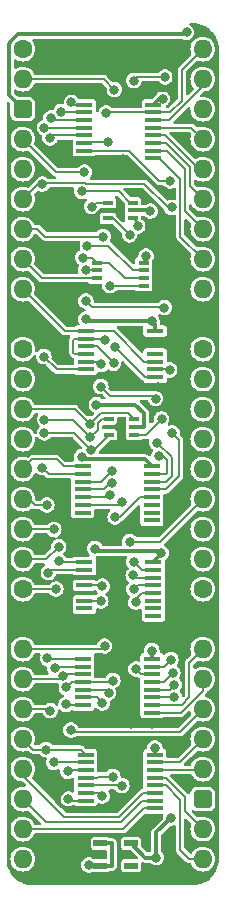
<source format=gbr>
%TF.GenerationSoftware,KiCad,Pcbnew,7.0.5*%
%TF.CreationDate,2024-01-10T17:52:14+02:00*%
%TF.ProjectId,HCP65 MPU Address Decode,48435036-3520-44d5-9055-204164647265,rev?*%
%TF.SameCoordinates,Original*%
%TF.FileFunction,Copper,L1,Top*%
%TF.FilePolarity,Positive*%
%FSLAX46Y46*%
G04 Gerber Fmt 4.6, Leading zero omitted, Abs format (unit mm)*
G04 Created by KiCad (PCBNEW 7.0.5) date 2024-01-10 17:52:14*
%MOMM*%
%LPD*%
G01*
G04 APERTURE LIST*
G04 Aperture macros list*
%AMRoundRect*
0 Rectangle with rounded corners*
0 $1 Rounding radius*
0 $2 $3 $4 $5 $6 $7 $8 $9 X,Y pos of 4 corners*
0 Add a 4 corners polygon primitive as box body*
4,1,4,$2,$3,$4,$5,$6,$7,$8,$9,$2,$3,0*
0 Add four circle primitives for the rounded corners*
1,1,$1+$1,$2,$3*
1,1,$1+$1,$4,$5*
1,1,$1+$1,$6,$7*
1,1,$1+$1,$8,$9*
0 Add four rect primitives between the rounded corners*
20,1,$1+$1,$2,$3,$4,$5,0*
20,1,$1+$1,$4,$5,$6,$7,0*
20,1,$1+$1,$6,$7,$8,$9,0*
20,1,$1+$1,$8,$9,$2,$3,0*%
G04 Aperture macros list end*
%TA.AperFunction,SMDPad,CuDef*%
%ADD10R,1.150000X0.600000*%
%TD*%
%TA.AperFunction,SMDPad,CuDef*%
%ADD11R,1.475000X0.450000*%
%TD*%
%TA.AperFunction,SMDPad,CuDef*%
%ADD12R,1.450000X0.450000*%
%TD*%
%TA.AperFunction,SMDPad,CuDef*%
%ADD13R,0.950000X0.450000*%
%TD*%
%TA.AperFunction,SMDPad,CuDef*%
%ADD14R,0.875000X0.450000*%
%TD*%
%TA.AperFunction,ComponentPad*%
%ADD15C,1.600000*%
%TD*%
%TA.AperFunction,ComponentPad*%
%ADD16O,1.600000X1.600000*%
%TD*%
%TA.AperFunction,ComponentPad*%
%ADD17RoundRect,0.400000X-0.400000X-0.400000X0.400000X-0.400000X0.400000X0.400000X-0.400000X0.400000X0*%
%TD*%
%TA.AperFunction,ComponentPad*%
%ADD18R,1.600000X1.600000*%
%TD*%
%TA.AperFunction,ViaPad*%
%ADD19C,0.800000*%
%TD*%
%TA.AperFunction,Conductor*%
%ADD20C,0.200000*%
%TD*%
%TA.AperFunction,Conductor*%
%ADD21C,0.370000*%
%TD*%
G04 APERTURE END LIST*
D10*
%TO.P,IC42,1,VIN*%
%TO.N,/Address Decode Board/5V*%
X92934000Y-138369000D03*
%TO.P,IC42,2,GND*%
%TO.N,/Address Decode Board/GND*%
X92934000Y-139319000D03*
%TO.P,IC42,3,EN*%
%TO.N,/Address Decode Board/5V*%
X92934000Y-140269000D03*
%TO.P,IC42,4,ADJ*%
%TO.N,unconnected-(IC42-ADJ-Pad4)*%
X95534000Y-140269000D03*
%TO.P,IC42,5,VOUT*%
%TO.N,/Address Decode Board/3.3V*%
X95534000Y-138369000D03*
%TD*%
D11*
%TO.P,IC40,1,1A*%
%TO.N,/Address Decode Board/Kernal Mode*%
X91677000Y-94991063D03*
%TO.P,IC40,2,1B*%
%TO.N,/Address Decode Board/Native Latch*%
X91677000Y-95641063D03*
%TO.P,IC40,3,1Y*%
%TO.N,/Address Decode Board/Kernal Mode\u00B7Native Latch*%
X91677000Y-96291063D03*
%TO.P,IC40,4,2A*%
%TO.N,/Address Decode Board/Native Latch*%
X91677000Y-96941063D03*
%TO.P,IC40,5,2B*%
%TO.N,/Address Decode Board/~{ROM}*%
X91677000Y-97591063D03*
%TO.P,IC40,6,2Y*%
%TO.N,/Address Decode Board/~{ROM_{CS}}*%
X91677000Y-98241063D03*
%TO.P,IC40,7,GND*%
%TO.N,/Address Decode Board/GND*%
X91677000Y-98891063D03*
%TO.P,IC40,8,3Y*%
%TO.N,Net-(IC37B-2A)*%
X97553000Y-98891063D03*
%TO.P,IC40,9,3A*%
%TO.N,/Address Decode Board/~{A21+A22+A23}*%
X97553000Y-98241063D03*
%TO.P,IC40,10,3B*%
%TO.N,/Address Decode Board/Kernal Mode*%
X97553000Y-97591063D03*
%TO.P,IC40,11,4Y*%
%TO.N,unconnected-(IC40D-4Y-Pad11)*%
X97553000Y-96941063D03*
%TO.P,IC40,12,4A*%
%TO.N,/Address Decode Board/GND*%
X97553000Y-96291063D03*
%TO.P,IC40,13,4B*%
X97553000Y-95641063D03*
%TO.P,IC40,14,3V*%
%TO.N,/Address Decode Board/3.3V*%
X97553000Y-94991063D03*
%TD*%
D12*
%TO.P,IC39,1,A0*%
%TO.N,/Address Decode Board/A0*%
X91690000Y-130856750D03*
%TO.P,IC39,2,A1*%
%TO.N,/Address Decode Board/A1*%
X91690000Y-131506750D03*
%TO.P,IC39,3,A2*%
%TO.N,/Address Decode Board/A2*%
X91690000Y-132156750D03*
%TO.P,IC39,4,~{E1}*%
%TO.N,/Address Decode Board/~{SPECIAL}*%
X91690000Y-132806750D03*
%TO.P,IC39,5,~{E2}*%
%TO.N,/Address Decode Board/~{A3}*%
X91690000Y-133456750D03*
%TO.P,IC39,6,E3*%
%TO.N,/Address Decode Board/~{Reset}*%
X91690000Y-134106750D03*
%TO.P,IC39,7,~{Y7}*%
%TO.N,/Address Decode Board/~{Special _{CS}15}*%
X91690000Y-134756750D03*
%TO.P,IC39,8,GND*%
%TO.N,/Address Decode Board/GND*%
X91690000Y-135406750D03*
%TO.P,IC39,9,~{Y6}*%
%TO.N,/Address Decode Board/~{Special _{CS}14}*%
X97540000Y-135406750D03*
%TO.P,IC39,10,~{Y5}*%
%TO.N,/Address Decode Board/~{Special _{CS}13}*%
X97540000Y-134756750D03*
%TO.P,IC39,11,~{Y4}*%
%TO.N,/Address Decode Board/~{Special _{CS}12}*%
X97540000Y-134106750D03*
%TO.P,IC39,12,~{Y3}*%
%TO.N,/Address Decode Board/~{Special _{CS}11}*%
X97540000Y-133456750D03*
%TO.P,IC39,13,~{Y2}*%
%TO.N,/Address Decode Board/~{Special _{CS}10}*%
X97540000Y-132806750D03*
%TO.P,IC39,14,~{Y1}*%
%TO.N,/Address Decode Board/~{Special _{CS}9}*%
X97540000Y-132156750D03*
%TO.P,IC39,15,~{Y0}*%
%TO.N,/Address Decode Board/~{Special _{CS}8}*%
X97540000Y-131506750D03*
%TO.P,IC39,16,3V*%
%TO.N,/Address Decode Board/3.3V*%
X97540000Y-130856750D03*
%TD*%
%TO.P,IC38,1,A0*%
%TO.N,/Address Decode Board/A0*%
X91436000Y-122751561D03*
%TO.P,IC38,2,A1*%
%TO.N,/Address Decode Board/A1*%
X91436000Y-123401561D03*
%TO.P,IC38,3,A2*%
%TO.N,/Address Decode Board/A2*%
X91436000Y-124051561D03*
%TO.P,IC38,4,~{E1}*%
%TO.N,/Address Decode Board/~{SPECIAL}*%
X91436000Y-124701561D03*
%TO.P,IC38,5,~{E2}*%
%TO.N,/Address Decode Board/A3*%
X91436000Y-125351561D03*
%TO.P,IC38,6,E3*%
%TO.N,/Address Decode Board/~{Reset}*%
X91436000Y-126001561D03*
%TO.P,IC38,7,~{Y7}*%
%TO.N,/Address Decode Board/~{Special _{CS}7}*%
X91436000Y-126651561D03*
%TO.P,IC38,8,GND*%
%TO.N,/Address Decode Board/GND*%
X91436000Y-127301561D03*
%TO.P,IC38,9,~{Y6}*%
%TO.N,/Address Decode Board/~{Special _{CS}6}*%
X97286000Y-127301561D03*
%TO.P,IC38,10,~{Y5}*%
%TO.N,/Address Decode Board/~{Special _{CS}5}*%
X97286000Y-126651561D03*
%TO.P,IC38,11,~{Y4}*%
%TO.N,/Address Decode Board/~{Special _{CS}4}*%
X97286000Y-126001561D03*
%TO.P,IC38,12,~{Y3}*%
%TO.N,/Address Decode Board/~{Special _{CS}3}*%
X97286000Y-125351561D03*
%TO.P,IC38,13,~{Y2}*%
%TO.N,/Address Decode Board/~{Special _{CS}2}*%
X97286000Y-124701561D03*
%TO.P,IC38,14,~{Y1}*%
%TO.N,/Address Decode Board/~{Special _{CS}1}*%
X97286000Y-124051561D03*
%TO.P,IC38,15,~{Y0}*%
%TO.N,/Address Decode Board/~{Special _{CS}0}*%
X97286000Y-123401561D03*
%TO.P,IC38,16,3V*%
%TO.N,/Address Decode Board/3.3V*%
X97286000Y-122751561D03*
%TD*%
D13*
%TO.P,IC37,1,1A*%
%TO.N,/Address Decode Board/~{Native Latch}*%
X92640000Y-89217813D03*
%TO.P,IC37,2,1B*%
%TO.N,/Address Decode Board/~{RAM}*%
X92640000Y-89867813D03*
%TO.P,IC37,3,2Y*%
%TO.N,/Address Decode Board/~{OTHER}*%
X92640000Y-90517813D03*
%TO.P,IC37,4,GND*%
%TO.N,/Address Decode Board/GND*%
X92640000Y-91167813D03*
%TO.P,IC37,5,2A*%
%TO.N,Net-(IC37B-2A)*%
X96590000Y-91167813D03*
%TO.P,IC37,6,2B*%
%TO.N,/Address Decode Board/~{Native Latch}*%
X96590000Y-90517813D03*
%TO.P,IC37,7,1Y*%
%TO.N,/Address Decode Board/~{RAM_{CS}}*%
X96590000Y-89867813D03*
%TO.P,IC37,8,VCC*%
%TO.N,/Address Decode Board/3.3V*%
X96590000Y-89217813D03*
%TD*%
D14*
%TO.P,IC34,1,A*%
%TO.N,/Address Decode Board/A23*%
X93680000Y-102474000D03*
%TO.P,IC34,2,GND*%
%TO.N,/Address Decode Board/GND*%
X93680000Y-103124000D03*
%TO.P,IC34,3,B*%
%TO.N,/Address Decode Board/A22*%
X93680000Y-103774000D03*
%TO.P,IC34,4,Y*%
%TO.N,/Address Decode Board/~{A21+A22+A23}*%
X95804000Y-103774000D03*
%TO.P,IC34,5,3V*%
%TO.N,/Address Decode Board/3.3V*%
X95804000Y-103124000D03*
%TO.P,IC34,6,C*%
%TO.N,/Address Decode Board/A21*%
X95804000Y-102474000D03*
%TD*%
D12*
%TO.P,IC33,1,A0*%
%TO.N,/Address Decode Board/A17*%
X91563000Y-114565000D03*
%TO.P,IC33,2,A1*%
%TO.N,/Address Decode Board/A18*%
X91563000Y-115215000D03*
%TO.P,IC33,3,A2*%
%TO.N,/Address Decode Board/GND*%
X91563000Y-115865000D03*
%TO.P,IC33,4,~{E1}*%
%TO.N,/Address Decode Board/~{Device Group 128K}*%
X91563000Y-116515000D03*
%TO.P,IC33,5,~{E2}*%
%TO.N,/Address Decode Board/GND*%
X91563000Y-117165000D03*
%TO.P,IC33,6,E3*%
%TO.N,/Address Decode Board/~{Reset}*%
X91563000Y-117815000D03*
%TO.P,IC33,7,~{Y7}*%
%TO.N,unconnected-(IC33-~{Y7}-Pad7)*%
X91563000Y-118465000D03*
%TO.P,IC33,8,GND*%
%TO.N,/Address Decode Board/GND*%
X91563000Y-119115000D03*
%TO.P,IC33,9,~{Y6}*%
%TO.N,unconnected-(IC33-~{Y6}-Pad9)*%
X97413000Y-119115000D03*
%TO.P,IC33,10,~{Y5}*%
%TO.N,unconnected-(IC33-~{Y5}-Pad10)*%
X97413000Y-118465000D03*
%TO.P,IC33,11,~{Y4}*%
%TO.N,unconnected-(IC33-~{Y4}-Pad11)*%
X97413000Y-117815000D03*
%TO.P,IC33,12,~{Y3}*%
%TO.N,/Address Decode Board/~{Device _{CS}19}*%
X97413000Y-117165000D03*
%TO.P,IC33,13,~{Y2}*%
%TO.N,/Address Decode Board/~{Device _{CS}18}*%
X97413000Y-116515000D03*
%TO.P,IC33,14,~{Y1}*%
%TO.N,/Address Decode Board/~{Device _{CS}17}*%
X97413000Y-115865000D03*
%TO.P,IC33,15,~{Y0}*%
%TO.N,/Address Decode Board/~{Device _{CS}16}*%
X97413000Y-115215000D03*
%TO.P,IC33,16,3V*%
%TO.N,/Address Decode Board/3.3V*%
X97413000Y-114565000D03*
%TD*%
%TO.P,IC16,1,A0*%
%TO.N,/Address Decode Board/A15*%
X91563000Y-75830000D03*
%TO.P,IC16,2,A1*%
%TO.N,/Address Decode Board/A16*%
X91563000Y-76480000D03*
%TO.P,IC16,3,A2*%
%TO.N,/Address Decode Board/A17*%
X91563000Y-77130000D03*
%TO.P,IC16,4,~{E1}*%
%TO.N,/Address Decode Board/~{Device Group 32K}*%
X91563000Y-77780000D03*
%TO.P,IC16,5,~{E2}*%
%TO.N,/Address Decode Board/A18*%
X91563000Y-78430000D03*
%TO.P,IC16,6,E3*%
%TO.N,/Address Decode Board/~{Reset}*%
X91563000Y-79080000D03*
%TO.P,IC16,7,~{Y7}*%
%TO.N,/Address Decode Board/~{Device _{CS}7}*%
X91563000Y-79730000D03*
%TO.P,IC16,8,GND*%
%TO.N,/Address Decode Board/GND*%
X91563000Y-80380000D03*
%TO.P,IC16,9,~{Y6}*%
%TO.N,/Address Decode Board/~{Device _{CS}6}*%
X97413000Y-80380000D03*
%TO.P,IC16,10,~{Y5}*%
%TO.N,/Address Decode Board/~{Device _{CS}5}*%
X97413000Y-79730000D03*
%TO.P,IC16,11,~{Y4}*%
%TO.N,/Address Decode Board/~{Device _{CS}4}*%
X97413000Y-79080000D03*
%TO.P,IC16,12,~{Y3}*%
%TO.N,/Address Decode Board/~{Device _{CS}3}*%
X97413000Y-78430000D03*
%TO.P,IC16,13,~{Y2}*%
%TO.N,/Address Decode Board/~{Device _{CS}2}*%
X97413000Y-77780000D03*
%TO.P,IC16,14,~{Y1}*%
%TO.N,/Address Decode Board/~{Device _{CS}1}*%
X97413000Y-77130000D03*
%TO.P,IC16,15,~{Y0}*%
%TO.N,/Address Decode Board/~{SPECIAL}*%
X97413000Y-76480000D03*
%TO.P,IC16,16,3V*%
%TO.N,/Address Decode Board/3.3V*%
X97413000Y-75830000D03*
%TD*%
%TO.P,IC11,1,A0*%
%TO.N,/Address Decode Board/A19*%
X91436000Y-106459813D03*
%TO.P,IC11,2,A1*%
%TO.N,/Address Decode Board/A20*%
X91436000Y-107109813D03*
%TO.P,IC11,3,A2*%
%TO.N,/Address Decode Board/A21*%
X91436000Y-107759813D03*
%TO.P,IC11,4,~{E1}*%
%TO.N,/Address Decode Board/A23*%
X91436000Y-108409813D03*
%TO.P,IC11,5,~{E2}*%
%TO.N,/Address Decode Board/A22*%
X91436000Y-109059813D03*
%TO.P,IC11,6,E3*%
%TO.N,/Address Decode Board/Kernal Mode\u00B7Native Latch*%
X91436000Y-109709813D03*
%TO.P,IC11,7,~{Y7}*%
%TO.N,unconnected-(IC11-~{Y7}-Pad7)*%
X91436000Y-110359813D03*
%TO.P,IC11,8,GND*%
%TO.N,/Address Decode Board/GND*%
X91436000Y-111009813D03*
%TO.P,IC11,9,~{Y6}*%
%TO.N,unconnected-(IC11-~{Y6}-Pad9)*%
X97286000Y-111009813D03*
%TO.P,IC11,10,~{Y5}*%
%TO.N,unconnected-(IC11-~{Y5}-Pad10)*%
X97286000Y-110359813D03*
%TO.P,IC11,11,~{Y4}*%
%TO.N,unconnected-(IC11-~{Y4}-Pad11)*%
X97286000Y-109709813D03*
%TO.P,IC11,12,~{Y3}*%
%TO.N,/Address Decode Board/~{Device Group 128K}*%
X97286000Y-109059813D03*
%TO.P,IC11,13,~{Y2}*%
%TO.N,/Address Decode Board/~{Device Group 32K}*%
X97286000Y-108409813D03*
%TO.P,IC11,14,~{Y1}*%
%TO.N,/Address Decode Board/~{ROM}*%
X97286000Y-107759813D03*
%TO.P,IC11,15,~{Y0}*%
%TO.N,/Address Decode Board/~{RAM}*%
X97286000Y-107109813D03*
%TO.P,IC11,16,3V*%
%TO.N,/Address Decode Board/3.3V*%
X97286000Y-106459813D03*
%TD*%
D14*
%TO.P,IC1,1,1A*%
%TO.N,/Address Decode Board/Native Latch*%
X93553000Y-84136000D03*
%TO.P,IC1,2,GND*%
%TO.N,/Address Decode Board/GND*%
X93553000Y-84786000D03*
%TO.P,IC1,3,2A*%
%TO.N,/Address Decode Board/A3*%
X93553000Y-85436000D03*
%TO.P,IC1,4,2Y*%
%TO.N,/Address Decode Board/~{A3}*%
X95677000Y-85436000D03*
%TO.P,IC1,5,3V*%
%TO.N,/Address Decode Board/3.3V*%
X95677000Y-84786000D03*
%TO.P,IC1,6,1Y*%
%TO.N,/Address Decode Board/~{Native Latch}*%
X95677000Y-84136000D03*
%TD*%
D15*
%TO.P,J2,1,Pin_1*%
%TO.N,unconnected-(J2-Pin_1-Pad1)*%
X86360000Y-71120000D03*
D16*
%TO.P,J2,2,Pin_2*%
%TO.N,/Address Decode Board/Native Latch*%
X86360000Y-73660000D03*
D17*
%TO.P,J2,3,Pin_3*%
%TO.N,/Address Decode Board/5V*%
X86360000Y-76200000D03*
D16*
%TO.P,J2,4,Pin_4*%
%TO.N,/Address Decode Board/~{RAM_{CS}}*%
X86360000Y-78740000D03*
%TO.P,J2,5,Pin_5*%
%TO.N,/Address Decode Board/~{ROM_{CS}}*%
X86360000Y-81280000D03*
%TO.P,J2,6,Pin_6*%
%TO.N,/Address Decode Board/~{Device Group 32K}*%
X86360000Y-83820000D03*
%TO.P,J2,7,Pin_7*%
%TO.N,/Address Decode Board/~{Device Group 128K}*%
X86360000Y-86360000D03*
%TO.P,J2,8,Pin_8*%
%TO.N,/Address Decode Board/~{OTHER}*%
X86360000Y-88900000D03*
%TO.P,J2,9,Pin_9*%
%TO.N,/Address Decode Board/Kernal Mode*%
X86360000Y-91440000D03*
D18*
%TO.P,J2,10,Pin_10*%
%TO.N,/Address Decode Board/GND*%
X86360000Y-93980000D03*
D15*
%TO.P,J2,11,Pin_11*%
%TO.N,/Address Decode Board/A23*%
X86360000Y-96520000D03*
D16*
%TO.P,J2,12,Pin_12*%
%TO.N,/Address Decode Board/A22*%
X86360000Y-99060000D03*
%TO.P,J2,13,Pin_13*%
%TO.N,/Address Decode Board/A21*%
X86360000Y-101600000D03*
%TO.P,J2,14,Pin_14*%
%TO.N,/Address Decode Board/A20*%
X86360000Y-104140000D03*
%TO.P,J2,15,Pin_15*%
%TO.N,/Address Decode Board/A19*%
X86360000Y-106680000D03*
%TO.P,J2,16,Pin_16*%
%TO.N,/Address Decode Board/A18*%
X86360000Y-109220000D03*
%TO.P,J2,17,Pin_17*%
%TO.N,/Address Decode Board/A17*%
X86360000Y-111760000D03*
%TO.P,J2,18,Pin_18*%
%TO.N,/Address Decode Board/A16*%
X86360000Y-114300000D03*
D15*
%TO.P,J2,19,Pin_19*%
%TO.N,/Address Decode Board/A15*%
X86360000Y-116840000D03*
D18*
%TO.P,J2,20,Pin_20*%
%TO.N,/Address Decode Board/GND*%
X86360000Y-119380000D03*
D16*
%TO.P,J2,21,Pin_21*%
%TO.N,/Address Decode Board/A3*%
X86360000Y-121920000D03*
%TO.P,J2,22,Pin_22*%
%TO.N,/Address Decode Board/A2*%
X86360000Y-124460000D03*
%TO.P,J2,23,Pin_23*%
%TO.N,/Address Decode Board/A1*%
X86360000Y-127000000D03*
%TO.P,J2,24,Pin_24*%
%TO.N,/Address Decode Board/A0*%
X86360000Y-129540000D03*
%TO.P,J2,25,Pin_25*%
%TO.N,/Address Decode Board/~{Special _{CS}12}*%
X86360000Y-132080000D03*
%TO.P,J2,26,Pin_26*%
%TO.N,/Address Decode Board/~{Special _{CS}13}*%
X86360000Y-134620000D03*
%TO.P,J2,27,Pin_27*%
%TO.N,/Address Decode Board/~{Special _{CS}14}*%
X86360000Y-137160000D03*
%TO.P,J2,28,Pin_28*%
%TO.N,/Address Decode Board/~{Special _{CS}15}*%
X86360000Y-139700000D03*
%TO.P,J2,29,Pin_29*%
%TO.N,/Address Decode Board/~{Special _{CS}11}*%
X101600000Y-139700000D03*
%TO.P,J2,30,Pin_30*%
%TO.N,/Address Decode Board/~{Special _{CS}10}*%
X101600000Y-137160000D03*
D17*
%TO.P,J2,31,Pin_31*%
%TO.N,/Address Decode Board/5V*%
X101600000Y-134620000D03*
D16*
%TO.P,J2,32,Pin_32*%
%TO.N,/Address Decode Board/~{Special _{CS}9}*%
X101600000Y-132080000D03*
%TO.P,J2,33,Pin_33*%
%TO.N,/Address Decode Board/~{Special _{CS}8}*%
X101600000Y-129540000D03*
%TO.P,J2,34,Pin_34*%
%TO.N,/Address Decode Board/~{Special _{CS}7}*%
X101600000Y-127000000D03*
%TO.P,J2,35,Pin_35*%
%TO.N,/Address Decode Board/~{Special _{CS}6}*%
X101600000Y-124460000D03*
%TO.P,J2,36,Pin_36*%
%TO.N,/Address Decode Board/~{Special _{CS}5}*%
X101600000Y-121920000D03*
D18*
%TO.P,J2,37,Pin_37*%
%TO.N,/Address Decode Board/GND*%
X101600000Y-119380000D03*
D15*
%TO.P,J2,38,Pin_38*%
%TO.N,/Address Decode Board/~{Special _{CS}4}*%
X101600000Y-116840000D03*
D16*
%TO.P,J2,39,Pin_39*%
%TO.N,/Address Decode Board/~{Special _{CS}3}*%
X101600000Y-114300000D03*
%TO.P,J2,40,Pin_40*%
%TO.N,/Address Decode Board/~{Special _{CS}2}*%
X101600000Y-111760000D03*
%TO.P,J2,41,Pin_41*%
%TO.N,/Address Decode Board/~{Special _{CS}1}*%
X101600000Y-109220000D03*
%TO.P,J2,42,Pin_42*%
%TO.N,/Address Decode Board/~{Special _{CS}0}*%
X101600000Y-106680000D03*
%TO.P,J2,43,Pin_43*%
%TO.N,/Address Decode Board/~{Device _{CS}19}*%
X101600000Y-104140000D03*
%TO.P,J2,44,Pin_44*%
%TO.N,/Address Decode Board/~{Device _{CS}18}*%
X101600000Y-101600000D03*
%TO.P,J2,45,Pin_45*%
%TO.N,/Address Decode Board/~{Device _{CS}17}*%
X101600000Y-99060000D03*
D15*
%TO.P,J2,46,Pin_46*%
%TO.N,/Address Decode Board/~{Device _{CS}16}*%
X101600000Y-96520000D03*
D18*
%TO.P,J2,47,Pin_47*%
%TO.N,/Address Decode Board/GND*%
X101600000Y-93980000D03*
D16*
%TO.P,J2,48,Pin_48*%
%TO.N,/Address Decode Board/~{Device _{CS}7}*%
X101600000Y-91440000D03*
%TO.P,J2,49,Pin_49*%
%TO.N,/Address Decode Board/~{Device _{CS}6}*%
X101600000Y-88900000D03*
%TO.P,J2,50,Pin_50*%
%TO.N,/Address Decode Board/~{Device _{CS}5}*%
X101600000Y-86360000D03*
%TO.P,J2,51,Pin_51*%
%TO.N,/Address Decode Board/~{Device _{CS}4}*%
X101600000Y-83820000D03*
%TO.P,J2,52,Pin_52*%
%TO.N,/Address Decode Board/~{Device _{CS}3}*%
X101600000Y-81280000D03*
%TO.P,J2,53,Pin_53*%
%TO.N,/Address Decode Board/~{Device _{CS}2}*%
X101600000Y-78740000D03*
%TO.P,J2,54,Pin_54*%
%TO.N,/Address Decode Board/~{Reset}*%
X101600000Y-76200000D03*
%TO.P,J2,55,Pin_55*%
%TO.N,/Address Decode Board/~{Device _{CS}1}*%
X101600000Y-73660000D03*
%TO.P,J2,56,Pin_56*%
%TO.N,/Address Decode Board/~{SPECIAL}*%
X101600000Y-71120000D03*
%TD*%
D19*
%TO.N,/Address Decode Board/Kernal Mode\u00B7Native Latch*%
X94043502Y-97726498D03*
X94742000Y-109474000D03*
%TO.N,/Address Decode Board/~{Device Group 128K}*%
X93091000Y-116586000D03*
X94170500Y-110744000D03*
X93156000Y-86995000D03*
%TO.N,/Address Decode Board/~{Device Group 32K}*%
X88168461Y-77784825D03*
X88011000Y-82550000D03*
X99000000Y-103621613D03*
X98953728Y-84527527D03*
%TO.N,/Address Decode Board/~{Device _{CS}7}*%
X98806000Y-82296000D03*
%TO.N,/Address Decode Board/GND*%
X93980000Y-98933000D03*
X94869000Y-80430004D03*
X94540333Y-103124007D03*
X98962219Y-96617781D03*
X91821000Y-111760000D03*
X95504002Y-128270000D03*
X92456000Y-85471000D03*
X95152518Y-120296518D03*
X97107921Y-92027921D03*
X91792365Y-138864772D03*
X100189995Y-79005833D03*
X87757000Y-91694000D03*
X93726000Y-81788000D03*
X97282000Y-128270000D03*
X100457000Y-138353006D03*
X98300275Y-83158698D03*
X98298000Y-120142000D03*
X95758000Y-81788000D03*
X97790000Y-99715565D03*
X99187000Y-91948000D03*
X93980000Y-135382000D03*
X96774000Y-138176000D03*
%TO.N,/Address Decode Board/3.3V*%
X97663000Y-139573000D03*
X91694000Y-93980000D03*
X92456000Y-113411000D03*
X98190903Y-75334000D03*
X98100002Y-113792000D03*
X97282000Y-122047000D03*
X98885917Y-136223917D03*
X91335672Y-105634836D03*
X92583000Y-101219000D03*
X96791446Y-88646000D03*
X97540000Y-130301990D03*
X97155000Y-84836000D03*
X97282000Y-94107000D03*
%TO.N,/Address Decode Board/A15*%
X89154000Y-116840000D03*
X90477683Y-75638317D03*
%TO.N,/Address Decode Board/A16*%
X89581549Y-76424130D03*
X89394004Y-113253000D03*
%TO.N,/Address Decode Board/A17*%
X89394004Y-114427000D03*
X88994004Y-111794813D03*
X88739922Y-76964193D03*
%TO.N,/Address Decode Board/A18*%
X88519000Y-115443000D03*
X88660732Y-78660574D03*
X88392000Y-109728000D03*
%TO.N,/Address Decode Board/A20*%
X88024025Y-106566025D03*
%TO.N,/Address Decode Board/A21*%
X93937000Y-106807000D03*
X92015487Y-102865070D03*
%TO.N,/Address Decode Board/A22*%
X93723769Y-108867280D03*
X88194004Y-103632000D03*
X92161215Y-105064813D03*
%TO.N,/Address Decode Board/A23*%
X93903479Y-107873471D03*
X92088023Y-103999973D03*
X88194004Y-102489000D03*
%TO.N,/Address Decode Board/~{SPECIAL}*%
X93421521Y-76530521D03*
X93980000Y-124587000D03*
X93980000Y-132715000D03*
X90043000Y-125169569D03*
%TO.N,/Address Decode Board/~{Device _{CS}19}*%
X95919725Y-117953838D03*
%TO.N,/Address Decode Board/~{Device _{CS}18}*%
X95753000Y-116840000D03*
%TO.N,/Address Decode Board/~{Device _{CS}17}*%
X95706999Y-115687307D03*
%TO.N,/Address Decode Board/~{Device _{CS}16}*%
X95753000Y-114554000D03*
%TO.N,/Address Decode Board/~{A21+A22+A23}*%
X98107499Y-102425499D03*
X98806000Y-98298000D03*
%TO.N,/Address Decode Board/Native Latch*%
X93345000Y-95758000D03*
X92202000Y-84455000D03*
X94107000Y-74549000D03*
%TO.N,/Address Decode Board/~{Native Latch}*%
X91440000Y-88773000D03*
X91360956Y-83176118D03*
%TO.N,/Address Decode Board/A3*%
X93621657Y-125635154D03*
X93283000Y-121666000D03*
X95391436Y-86853564D03*
%TO.N,/Address Decode Board/~{RAM_{CS}}*%
X91821000Y-87757000D03*
X91567000Y-81534000D03*
%TO.N,/Address Decode Board/A0*%
X88447489Y-122713431D03*
X88327000Y-130429000D03*
%TO.N,/Address Decode Board/A1*%
X88962000Y-131524514D03*
X88677381Y-127134450D03*
X89043345Y-123516525D03*
%TO.N,/Address Decode Board/A2*%
X90147065Y-132272000D03*
X89794004Y-124177218D03*
%TO.N,/Address Decode Board/~{Special _{CS}7}*%
X90424000Y-128778000D03*
X90031873Y-126596223D03*
%TO.N,/Address Decode Board/~{Special _{CS}4}*%
X99187000Y-125951561D03*
%TO.N,/Address Decode Board/~{Special _{CS}3}*%
X99187000Y-124951558D03*
%TO.N,/Address Decode Board/~{Special _{CS}2}*%
X99060000Y-123952004D03*
%TO.N,/Address Decode Board/~{Special _{CS}1}*%
X95937515Y-123612589D03*
X95408844Y-112814811D03*
%TO.N,/Address Decode Board/~{Special _{CS}0}*%
X98902999Y-122809000D03*
%TO.N,/Address Decode Board/~{Special _{CS}15}*%
X90217079Y-134621750D03*
%TO.N,/Address Decode Board/~{ROM_{CS}}*%
X88138000Y-97155000D03*
%TO.N,Net-(IC37B-2A)*%
X94172666Y-96357716D03*
X93741424Y-91159078D03*
%TO.N,/Address Decode Board/5V*%
X91948000Y-140208000D03*
X100218499Y-69715499D03*
%TO.N,/Address Decode Board/~{Reset}*%
X95758000Y-73787000D03*
X98402000Y-73483034D03*
X93599000Y-78994000D03*
X93091000Y-134366000D03*
X93090373Y-126482351D03*
X92964000Y-117856000D03*
%TO.N,/Address Decode Board/~{A3}*%
X94742000Y-133477000D03*
X96088004Y-86109977D03*
%TO.N,/Address Decode Board/~{ROM}*%
X92964000Y-99695000D03*
X97598036Y-100711000D03*
X97702361Y-104435944D03*
X92998213Y-97827413D03*
%TO.N,/Address Decode Board/~{RAM}*%
X98345079Y-93011079D03*
X91694000Y-92456000D03*
X97865224Y-105588776D03*
X91668519Y-89827854D03*
%TD*%
D20*
%TO.N,/Address Decode Board/Kernal Mode\u00B7Native Latch*%
X91436000Y-109709813D02*
X94506187Y-109709813D01*
X91677000Y-96291063D02*
X92608067Y-96291063D01*
X94506187Y-109709813D02*
X94742000Y-109474000D01*
X92608067Y-96291063D02*
X94043502Y-97726498D01*
%TO.N,/Address Decode Board/~{Device Group 128K}*%
X86360000Y-86360000D02*
X87599000Y-86360000D01*
X97286000Y-109059813D02*
X96299187Y-109059813D01*
X87599000Y-86360000D02*
X88234000Y-86995000D01*
X96299187Y-109059813D02*
X94615000Y-110744000D01*
X91563000Y-116515000D02*
X93020000Y-116515000D01*
X88234000Y-86995000D02*
X93156000Y-86995000D01*
X94615000Y-110744000D02*
X94170500Y-110744000D01*
X93020000Y-116515000D02*
X93091000Y-116586000D01*
%TO.N,/Address Decode Board/~{Device Group 32K}*%
X99568000Y-104189613D02*
X99000000Y-103621613D01*
X91650906Y-82476118D02*
X91696786Y-82521998D01*
X91563000Y-77780000D02*
X88173286Y-77780000D01*
X99568000Y-107306813D02*
X99568000Y-104189613D01*
X88084882Y-82476118D02*
X91650906Y-82476118D01*
X88011000Y-82550000D02*
X88084882Y-82476118D01*
X98650577Y-84527527D02*
X98953728Y-84527527D01*
X97286000Y-108409813D02*
X98465000Y-108409813D01*
X87630000Y-82550000D02*
X88011000Y-82550000D01*
X91696786Y-82521998D02*
X96645048Y-82521998D01*
X98465000Y-108409813D02*
X99568000Y-107306813D01*
X96645048Y-82521998D02*
X98650577Y-84527527D01*
X86360000Y-83820000D02*
X87630000Y-82550000D01*
X88173286Y-77780000D02*
X88168461Y-77784825D01*
%TO.N,/Address Decode Board/~{Device _{CS}7}*%
X91563000Y-79730000D02*
X95351000Y-79730000D01*
X95351000Y-79730000D02*
X97917000Y-82296000D01*
X97917000Y-82296000D02*
X98806000Y-82296000D01*
%TO.N,/Address Decode Board/~{Device _{CS}6}*%
X97913000Y-80380000D02*
X99695000Y-82162000D01*
X99695000Y-86995000D02*
X101600000Y-88900000D01*
X99695000Y-82162000D02*
X99695000Y-86995000D01*
%TO.N,/Address Decode Board/~{Device _{CS}5}*%
X97413000Y-79730000D02*
X98563679Y-79730000D01*
X100100000Y-81266321D02*
X100100000Y-84860000D01*
X98563679Y-79730000D02*
X100100000Y-81266321D01*
X100100000Y-84860000D02*
X101600000Y-86360000D01*
%TO.N,/Address Decode Board/~{Device _{CS}4}*%
X97413000Y-79080000D02*
X98479365Y-79080000D01*
X100500000Y-82720000D02*
X101600000Y-83820000D01*
X100500000Y-81100635D02*
X100500000Y-82720000D01*
X98479365Y-79080000D02*
X100500000Y-81100635D01*
%TO.N,/Address Decode Board/~{Device _{CS}3}*%
X98395050Y-78430000D02*
X101245050Y-81280000D01*
X97413000Y-78430000D02*
X98395050Y-78430000D01*
D21*
%TO.N,/Address Decode Board/GND*%
X87376000Y-78092819D02*
X87376000Y-77675842D01*
X102785000Y-101084001D02*
X102785000Y-118195000D01*
X101945999Y-100245000D02*
X102785000Y-101084001D01*
X87146844Y-85471000D02*
X86850844Y-85175000D01*
X89535000Y-128270000D02*
X90503439Y-127301561D01*
X98055751Y-83158698D02*
X98300275Y-83158698D01*
X99187000Y-73914000D02*
X99187000Y-72009000D01*
X91792365Y-138864772D02*
X92246593Y-139319000D01*
X92246593Y-139319000D02*
X92934000Y-139319000D01*
X102785000Y-95165000D02*
X102785000Y-99550844D01*
X86953000Y-130895000D02*
X89281000Y-133223000D01*
X99441000Y-71603156D02*
X101109156Y-69935000D01*
X90503439Y-127301561D02*
X91436000Y-127301561D01*
X102786251Y-80391000D02*
X102786251Y-92793749D01*
X87545000Y-78261819D02*
X87376000Y-78092819D01*
X91792365Y-138864772D02*
X91792365Y-137865635D01*
X93726000Y-81788000D02*
X95758000Y-81788000D01*
X102405251Y-80010000D02*
X102786251Y-80391000D01*
X87170158Y-77470000D02*
X87545000Y-77095158D01*
X85869156Y-130895000D02*
X85175000Y-131589156D01*
X99647921Y-92027921D02*
X99266921Y-92027921D01*
X85175000Y-127660844D02*
X85784156Y-128270000D01*
X92456000Y-74549000D02*
X93345000Y-75438000D01*
X86360000Y-119380000D02*
X90300000Y-119380000D01*
X93345000Y-75438000D02*
X95377000Y-75438000D01*
X95524565Y-99715565D02*
X97790000Y-99715565D01*
X85175000Y-92795000D02*
X85175000Y-90949156D01*
X99107079Y-92027921D02*
X97107921Y-92027921D01*
X98635500Y-96291063D02*
X97553000Y-96291063D01*
X99441000Y-71755000D02*
X99441000Y-71603156D01*
X90300000Y-119380000D02*
X90580000Y-119100000D01*
X99758500Y-119380000D02*
X101600000Y-119380000D01*
X90595000Y-119115000D02*
X91563000Y-119115000D01*
X98498593Y-99715565D02*
X99591000Y-98623158D01*
X93680007Y-103124007D02*
X94540313Y-103124007D01*
X95307036Y-120142000D02*
X95152518Y-120296518D01*
X94535563Y-127301561D02*
X95504002Y-128270000D01*
X93980000Y-135382000D02*
X91714750Y-135382000D01*
X95377000Y-75438000D02*
X96266000Y-74549000D01*
X87376000Y-77675842D02*
X87170158Y-77470000D01*
X92456000Y-85311158D02*
X92456000Y-85471000D01*
X89813750Y-135406750D02*
X91690000Y-135406750D01*
X90468000Y-115865000D02*
X91563000Y-115865000D01*
X86850844Y-110575000D02*
X85725000Y-110575000D01*
X102090844Y-100245000D02*
X101945999Y-100245000D01*
X98552000Y-74549000D02*
X99187000Y-73914000D01*
X85869156Y-90255000D02*
X86850844Y-90255000D01*
X98298000Y-120142000D02*
X98996500Y-120142000D01*
X102108162Y-69935000D02*
X102700051Y-70526889D01*
X91436000Y-111375000D02*
X91821000Y-111760000D01*
X99938937Y-95641063D02*
X101600000Y-93980000D01*
X97553000Y-95641063D02*
X99938937Y-95641063D01*
X88392000Y-138430000D02*
X88826772Y-138864772D01*
X87715000Y-97875000D02*
X88773000Y-98933000D01*
X96685053Y-81788000D02*
X98055751Y-83158698D01*
X102082838Y-138353006D02*
X100457000Y-138353006D01*
X91677000Y-98891063D02*
X93938063Y-98891063D01*
X94021937Y-98891063D02*
X94700063Y-98891063D01*
X85784156Y-128270000D02*
X85175000Y-128879156D01*
X92640000Y-91167813D02*
X92640000Y-91762813D01*
X90468000Y-117165000D02*
X91563000Y-117165000D01*
X94818996Y-80380000D02*
X94869000Y-80430004D01*
X102785000Y-120565000D02*
X102785000Y-137650844D01*
X102786251Y-71001906D02*
X102786251Y-79629000D01*
X99187000Y-91948000D02*
X99107079Y-92027921D01*
X85717000Y-85175000D02*
X85167000Y-85725000D01*
X86360000Y-119380000D02*
X85175000Y-120565000D01*
X85175000Y-111125000D02*
X85175000Y-118195000D01*
X87545000Y-77095158D02*
X87545000Y-76666000D01*
X88814937Y-98891063D02*
X91677000Y-98891063D01*
X90823187Y-91167813D02*
X90297000Y-91694000D01*
X92640000Y-91167813D02*
X90823187Y-91167813D01*
X93553000Y-84786000D02*
X92981158Y-84786000D01*
X98298000Y-120142000D02*
X95307036Y-120142000D01*
X98498593Y-99715565D02*
X99028028Y-100245000D01*
X85167000Y-77901000D02*
X85167000Y-84625000D01*
X85175000Y-137650844D02*
X85954156Y-138430000D01*
X87545000Y-76666000D02*
X89662000Y-74549000D01*
X97790000Y-99715565D02*
X98498593Y-99715565D01*
X102405251Y-80010000D02*
X101194162Y-80010000D01*
X90453000Y-117180000D02*
X90468000Y-117165000D01*
X98996500Y-120142000D02*
X99758500Y-119380000D01*
X85937000Y-130895000D02*
X86953000Y-130895000D01*
X99266921Y-92027921D02*
X99187000Y-91948000D01*
X86360000Y-93980000D02*
X85175000Y-95165000D01*
X90580000Y-119100000D02*
X90595000Y-119115000D01*
X92456000Y-85471000D02*
X87146844Y-85471000D01*
X102785000Y-137650844D02*
X102082838Y-138353006D01*
X99187000Y-72009000D02*
X99441000Y-71755000D01*
X85175000Y-97494000D02*
X85556000Y-97875000D01*
X86850844Y-90255000D02*
X87757000Y-91161156D01*
X102785000Y-118195000D02*
X101600000Y-119380000D01*
X91436000Y-127301561D02*
X94535563Y-127301561D01*
X93938063Y-98891063D02*
X93980000Y-98933000D01*
X85954156Y-138430000D02*
X88392000Y-138430000D01*
X99591000Y-98623158D02*
X99591000Y-97246563D01*
X91563000Y-80380000D02*
X94818996Y-80380000D01*
X102756266Y-70754958D02*
X102786251Y-71001906D01*
X99028028Y-100245000D02*
X101945999Y-100245000D01*
X93971000Y-119115000D02*
X95152518Y-120296518D01*
X85725000Y-110575000D02*
X85725000Y-110532000D01*
X85175000Y-98256000D02*
X85175000Y-109982000D01*
X87545000Y-78655000D02*
X87545000Y-78261819D01*
X86850844Y-85175000D02*
X85717000Y-85175000D01*
X86360000Y-93980000D02*
X85175000Y-92795000D01*
X87170158Y-77470000D02*
X85598000Y-77470000D01*
X89270000Y-80380000D02*
X87545000Y-78655000D01*
X92640000Y-91762813D02*
X92905108Y-92027921D01*
X99591000Y-97246563D02*
X98635500Y-96291063D01*
X85175000Y-90949156D02*
X85869156Y-90255000D01*
X89281000Y-134874000D02*
X89813750Y-135406750D01*
X85937000Y-130895000D02*
X85869156Y-130895000D01*
X94540313Y-103124007D02*
X94540333Y-103124007D01*
X90453000Y-115880000D02*
X90468000Y-115865000D01*
X91563000Y-119115000D02*
X93971000Y-119115000D01*
X101109156Y-69935000D02*
X102108162Y-69935000D01*
X94700063Y-98891063D02*
X95524565Y-99715565D01*
X91563000Y-80380000D02*
X89270000Y-80380000D01*
X87757000Y-91161156D02*
X87757000Y-91694000D01*
X101600000Y-93980000D02*
X102785000Y-95165000D01*
X85175000Y-95165000D02*
X85175000Y-97494000D01*
X96282000Y-137684000D02*
X96774000Y-138176000D01*
X85175000Y-118195000D02*
X86360000Y-119380000D01*
X85175000Y-120565000D02*
X85175000Y-127660844D01*
X85556000Y-97875000D02*
X85175000Y-98256000D01*
X102405251Y-80010000D02*
X102786251Y-79629000D01*
X92905108Y-92027921D02*
X97107921Y-92027921D01*
X85784156Y-128270000D02*
X89535000Y-128270000D01*
X85175000Y-131589156D02*
X85175000Y-137650844D01*
X91792365Y-137865635D02*
X91974000Y-137684000D01*
X85725000Y-110532000D02*
X85175000Y-109982000D01*
X102786251Y-92793749D02*
X101600000Y-93980000D01*
X89281000Y-133223000D02*
X89281000Y-134874000D01*
X89662000Y-74549000D02*
X92456000Y-74549000D01*
X101194162Y-80010000D02*
X100189995Y-79005833D01*
X88826772Y-138864772D02*
X91792365Y-138864772D01*
X85167000Y-85725000D02*
X85167000Y-89552844D01*
X97553000Y-95641063D02*
X97553000Y-96291063D01*
X90453000Y-117150000D02*
X90453000Y-115880000D01*
X85725000Y-110575000D02*
X85175000Y-111125000D01*
X85598000Y-77470000D02*
X85167000Y-77901000D01*
X91974000Y-137684000D02*
X96282000Y-137684000D01*
X97282000Y-128270000D02*
X95504002Y-128270000D01*
X102700051Y-70526889D02*
X102756266Y-70754958D01*
X101600000Y-93980000D02*
X99647921Y-92027921D01*
X92981158Y-84786000D02*
X92456000Y-85311158D01*
X95758000Y-81788000D02*
X96685053Y-81788000D01*
X85175000Y-128879156D02*
X85175000Y-130133000D01*
X96266000Y-74549000D02*
X98552000Y-74549000D01*
X91436000Y-111009813D02*
X91436000Y-111375000D01*
X88773000Y-98933000D02*
X88814937Y-98891063D01*
X85167000Y-84625000D02*
X85717000Y-85175000D01*
X101600000Y-119380000D02*
X102785000Y-120565000D01*
X102785000Y-99550844D02*
X102090844Y-100245000D01*
X85167000Y-89552844D02*
X85869156Y-90255000D01*
X90297000Y-91694000D02*
X87757000Y-91694000D01*
X91436000Y-111009813D02*
X87285657Y-111009813D01*
X87285657Y-111009813D02*
X86850844Y-110575000D01*
X85175000Y-130133000D02*
X85937000Y-130895000D01*
X90453000Y-118973000D02*
X90453000Y-117180000D01*
X85556000Y-97875000D02*
X87715000Y-97875000D01*
X90580000Y-119100000D02*
X90453000Y-118973000D01*
X90468000Y-117165000D02*
X90453000Y-117150000D01*
X93980000Y-98933000D02*
X94021937Y-98891063D01*
%TO.N,/Address Decode Board/3.3V*%
X97553000Y-94378000D02*
X97282000Y-94107000D01*
X91821000Y-94107000D02*
X91694000Y-93980000D01*
X97540000Y-130856750D02*
X97540000Y-130301990D01*
X96596106Y-103124000D02*
X96626500Y-103093606D01*
X96676000Y-105849813D02*
X91550649Y-105849813D01*
X95804000Y-103124000D02*
X96596106Y-103124000D01*
X91550649Y-105849813D02*
X91335672Y-105634836D01*
X97286000Y-106459813D02*
X96676000Y-105849813D01*
X97413000Y-75830000D02*
X97909000Y-75334000D01*
X97907813Y-113599811D02*
X92644811Y-113599811D01*
X97413000Y-114565000D02*
X98100002Y-113877998D01*
X92644811Y-113599811D02*
X92456000Y-113411000D01*
X95885000Y-101219000D02*
X92583000Y-101219000D01*
X95534000Y-138369000D02*
X96738000Y-139573000D01*
X98100002Y-113792000D02*
X97907813Y-113599811D01*
X97663000Y-137446834D02*
X98885917Y-136223917D01*
X95677000Y-84786000D02*
X97105000Y-84786000D01*
X96626500Y-103093606D02*
X96626500Y-101960500D01*
X96738000Y-139573000D02*
X97663000Y-139573000D01*
X97105000Y-84786000D02*
X97155000Y-84836000D01*
X97553000Y-94991063D02*
X97553000Y-94378000D01*
X97663000Y-139573000D02*
X97663000Y-137446834D01*
X96626500Y-101960500D02*
X95885000Y-101219000D01*
X97282000Y-94107000D02*
X91821000Y-94107000D01*
X96791446Y-89016367D02*
X96791446Y-88646000D01*
X97286000Y-122751561D02*
X97286000Y-122051000D01*
X98100002Y-113877998D02*
X98100002Y-113792000D01*
X96590000Y-89217813D02*
X96791446Y-89016367D01*
X97286000Y-122051000D02*
X97282000Y-122047000D01*
X97909000Y-75334000D02*
X98190903Y-75334000D01*
D20*
%TO.N,/Address Decode Board/A15*%
X90669366Y-75830000D02*
X90477683Y-75638317D01*
X91563000Y-75830000D02*
X90669366Y-75830000D01*
X86360000Y-116840000D02*
X89154000Y-116840000D01*
%TO.N,/Address Decode Board/A16*%
X91563000Y-76480000D02*
X89637419Y-76480000D01*
X86360000Y-114300000D02*
X88347004Y-114300000D01*
X89637419Y-76480000D02*
X89581549Y-76424130D01*
X88347004Y-114300000D02*
X89394004Y-113253000D01*
%TO.N,/Address Decode Board/A17*%
X88929729Y-77154000D02*
X88739922Y-76964193D01*
X91539000Y-77154000D02*
X88929729Y-77154000D01*
X86360000Y-111760000D02*
X88959191Y-111760000D01*
X89532004Y-114565000D02*
X89394004Y-114427000D01*
X88959191Y-111760000D02*
X88994004Y-111794813D01*
X91563000Y-114565000D02*
X89532004Y-114565000D01*
%TO.N,/Address Decode Board/A18*%
X88891306Y-78430000D02*
X88660732Y-78660574D01*
X87376000Y-109728000D02*
X88392000Y-109728000D01*
X91563000Y-115215000D02*
X88747000Y-115215000D01*
X88747000Y-115215000D02*
X88519000Y-115443000D01*
X91563000Y-78430000D02*
X88891306Y-78430000D01*
X86868000Y-109220000D02*
X87376000Y-109728000D01*
%TO.N,/Address Decode Board/A19*%
X89229025Y-105866025D02*
X89822813Y-106459813D01*
X87173975Y-105866025D02*
X89229025Y-105866025D01*
X86360000Y-106680000D02*
X87173975Y-105866025D01*
X89822813Y-106459813D02*
X91436000Y-106459813D01*
%TO.N,/Address Decode Board/A20*%
X91436000Y-107109813D02*
X88567813Y-107109813D01*
X88567813Y-107109813D02*
X88024025Y-106566025D01*
%TO.N,/Address Decode Board/A21*%
X92984187Y-107759813D02*
X93937000Y-106807000D01*
X92961557Y-101919000D02*
X92015487Y-102865070D01*
X91436000Y-107759813D02*
X92984187Y-107759813D01*
X90750417Y-101600000D02*
X92015487Y-102865070D01*
X95249000Y-101919000D02*
X92961557Y-101919000D01*
X86360000Y-101600000D02*
X90750417Y-101600000D01*
X95804000Y-102474000D02*
X95249000Y-101919000D01*
%TO.N,/Address Decode Board/A22*%
X90728402Y-103632000D02*
X88194004Y-103632000D01*
X91436000Y-109059813D02*
X93531236Y-109059813D01*
X92161215Y-105064813D02*
X90728402Y-103632000D01*
X93531236Y-109059813D02*
X93723769Y-108867280D01*
X93680000Y-103774000D02*
X92389187Y-105064813D01*
X92389187Y-105064813D02*
X92161215Y-105064813D01*
%TO.N,/Address Decode Board/A23*%
X91436000Y-108409813D02*
X93191286Y-108409813D01*
X93680000Y-102474000D02*
X93042500Y-102474000D01*
X93042500Y-102474000D02*
X92715487Y-102801013D01*
X92088023Y-103999973D02*
X90577050Y-102489000D01*
X92715487Y-103372509D02*
X92088023Y-103999973D01*
X92715487Y-102801013D02*
X92715487Y-103372509D01*
X93727628Y-107873471D02*
X93903479Y-107873471D01*
X93191286Y-108409813D02*
X93727628Y-107873471D01*
X90577050Y-102489000D02*
X88194004Y-102489000D01*
%TO.N,/Address Decode Board/~{Device _{CS}2}*%
X97413000Y-77780000D02*
X100640000Y-77780000D01*
X100640000Y-77780000D02*
X101600000Y-78740000D01*
%TO.N,/Address Decode Board/~{Device _{CS}1}*%
X98736685Y-77130000D02*
X97413000Y-77130000D01*
X101600000Y-74266685D02*
X98736685Y-77130000D01*
%TO.N,/Address Decode Board/~{SPECIAL}*%
X99822000Y-75478999D02*
X99822000Y-72898000D01*
X92615000Y-132806750D02*
X92706750Y-132715000D01*
X99822000Y-72898000D02*
X101600000Y-71120000D01*
X97413000Y-76480000D02*
X98820999Y-76480000D01*
X90511008Y-124701561D02*
X90043000Y-125169569D01*
X93472042Y-76480000D02*
X93421521Y-76530521D01*
X98820999Y-76480000D02*
X99822000Y-75478999D01*
X92706750Y-132715000D02*
X93980000Y-132715000D01*
X91436000Y-124701561D02*
X93865439Y-124701561D01*
X97413000Y-76480000D02*
X93472042Y-76480000D01*
X91436000Y-124701561D02*
X90511008Y-124701561D01*
X91690000Y-132806750D02*
X92615000Y-132806750D01*
X93865439Y-124701561D02*
X93980000Y-124587000D01*
%TO.N,/Address Decode Board/~{Device _{CS}19}*%
X95919725Y-117694275D02*
X95919725Y-117953838D01*
X97413000Y-117165000D02*
X96449000Y-117165000D01*
X96449000Y-117165000D02*
X95919725Y-117694275D01*
%TO.N,/Address Decode Board/~{Device _{CS}18}*%
X97413000Y-116515000D02*
X96078000Y-116515000D01*
X96078000Y-116515000D02*
X95753000Y-116840000D01*
%TO.N,/Address Decode Board/~{Device _{CS}17}*%
X95884692Y-115865000D02*
X95706999Y-115687307D01*
X97413000Y-115865000D02*
X95884692Y-115865000D01*
%TO.N,/Address Decode Board/~{Device _{CS}16}*%
X97413000Y-115215000D02*
X96414000Y-115215000D01*
X96414000Y-115215000D02*
X95753000Y-114554000D01*
%TO.N,/Address Decode Board/~{A21+A22+A23}*%
X97553000Y-98241063D02*
X98749063Y-98241063D01*
X98749063Y-98241063D02*
X98806000Y-98298000D01*
X96758998Y-103774000D02*
X98107499Y-102425499D01*
X95804000Y-103774000D02*
X96758998Y-103774000D01*
%TO.N,/Address Decode Board/Native Latch*%
X92521000Y-84136000D02*
X92202000Y-84455000D01*
X93218000Y-73660000D02*
X94107000Y-74549000D01*
X93228063Y-95641063D02*
X93345000Y-95758000D01*
X90639500Y-95741063D02*
X90739500Y-95641063D01*
X91677000Y-95641063D02*
X93228063Y-95641063D01*
X90764500Y-96941063D02*
X90639500Y-96816063D01*
X90739500Y-95641063D02*
X91677000Y-95641063D01*
X91677000Y-96941063D02*
X90764500Y-96941063D01*
X86360000Y-73660000D02*
X93218000Y-73660000D01*
X93553000Y-84136000D02*
X92521000Y-84136000D01*
X90639500Y-96816063D02*
X90639500Y-95741063D01*
%TO.N,/Address Decode Board/~{Native Latch}*%
X93690000Y-89217813D02*
X94990000Y-90517813D01*
X95464500Y-84136000D02*
X94504618Y-83176118D01*
X92640000Y-89217813D02*
X92195187Y-88773000D01*
X92195187Y-88773000D02*
X91440000Y-88773000D01*
X94504618Y-83176118D02*
X91360956Y-83176118D01*
X92640000Y-89217813D02*
X93690000Y-89217813D01*
X94990000Y-90517813D02*
X96590000Y-90517813D01*
%TO.N,/Address Decode Board/A3*%
X93553000Y-85436000D02*
X93973872Y-85436000D01*
X86360000Y-121920000D02*
X93029000Y-121920000D01*
X93338064Y-125351561D02*
X93621657Y-125635154D01*
X93973872Y-85436000D02*
X95391436Y-86853564D01*
X93029000Y-121920000D02*
X93283000Y-121666000D01*
X91436000Y-125351561D02*
X93338064Y-125351561D01*
%TO.N,/Address Decode Board/~{OTHER}*%
X87987854Y-90527854D02*
X86360000Y-88900000D01*
X92629959Y-90527854D02*
X87987854Y-90527854D01*
%TO.N,/Address Decode Board/~{RAM_{CS}}*%
X93599000Y-87757000D02*
X91821000Y-87757000D01*
X96590000Y-89867813D02*
X95709813Y-89867813D01*
X95709813Y-89867813D02*
X93599000Y-87757000D01*
X91567000Y-81534000D02*
X89154000Y-81534000D01*
X89154000Y-81534000D02*
X86360000Y-78740000D01*
%TO.N,/Address Decode Board/A0*%
X91436000Y-122751561D02*
X88485619Y-122751561D01*
X91262250Y-130429000D02*
X88327000Y-130429000D01*
X91690000Y-130856750D02*
X91262250Y-130429000D01*
X88485619Y-122751561D02*
X88447489Y-122713431D01*
X86360000Y-129540000D02*
X87249000Y-130429000D01*
X87249000Y-130429000D02*
X88327000Y-130429000D01*
%TO.N,/Address Decode Board/A1*%
X89158309Y-123401561D02*
X89043345Y-123516525D01*
X86360000Y-127000000D02*
X88542931Y-127000000D01*
X91436000Y-123401561D02*
X89158309Y-123401561D01*
X91690000Y-131506750D02*
X88979764Y-131506750D01*
X88542931Y-127000000D02*
X88677381Y-127134450D01*
X88979764Y-131506750D02*
X88962000Y-131524514D01*
%TO.N,/Address Decode Board/A2*%
X89511222Y-124460000D02*
X89794004Y-124177218D01*
X91690000Y-132156750D02*
X90262315Y-132156750D01*
X90262315Y-132156750D02*
X90147065Y-132272000D01*
X89919661Y-124051561D02*
X89794004Y-124177218D01*
X91436000Y-124051561D02*
X89919661Y-124051561D01*
X86360000Y-124460000D02*
X89511222Y-124460000D01*
%TO.N,/Address Decode Board/~{Special _{CS}7}*%
X99630000Y-128970000D02*
X101600000Y-127000000D01*
X91436000Y-126651561D02*
X90087211Y-126651561D01*
X90616000Y-128970000D02*
X99630000Y-128970000D01*
X90087211Y-126651561D02*
X90031873Y-126596223D01*
X90424000Y-128778000D02*
X90616000Y-128970000D01*
%TO.N,/Address Decode Board/~{Special _{CS}6}*%
X97286000Y-127301561D02*
X99742804Y-127301561D01*
X101600000Y-125444365D02*
X101600000Y-124460000D01*
X99742804Y-127301561D02*
X101600000Y-125444365D01*
%TO.N,/Address Decode Board/~{Special _{CS}5}*%
X97286000Y-126651561D02*
X99827118Y-126651561D01*
X99827118Y-126651561D02*
X100457000Y-126021679D01*
X100457000Y-123063000D02*
X101600000Y-121920000D01*
X100457000Y-126021679D02*
X100457000Y-123063000D01*
%TO.N,/Address Decode Board/~{Special _{CS}4}*%
X99137000Y-126001561D02*
X99187000Y-125951561D01*
X97286000Y-126001561D02*
X99137000Y-126001561D01*
%TO.N,/Address Decode Board/~{Special _{CS}3}*%
X98786997Y-125351561D02*
X99187000Y-124951558D01*
X97286000Y-125351561D02*
X98786997Y-125351561D01*
%TO.N,/Address Decode Board/~{Special _{CS}2}*%
X98310443Y-124701561D02*
X99060000Y-123952004D01*
X97286000Y-124701561D02*
X98310443Y-124701561D01*
%TO.N,/Address Decode Board/~{Special _{CS}1}*%
X97286000Y-124051561D02*
X96376487Y-124051561D01*
X96376487Y-124051561D02*
X95937515Y-123612589D01*
X98005189Y-112814811D02*
X95408844Y-112814811D01*
X101600000Y-109220000D02*
X98005189Y-112814811D01*
%TO.N,/Address Decode Board/~{Special _{CS}0}*%
X98310438Y-123401561D02*
X98902999Y-122809000D01*
X97286000Y-123401561D02*
X98310438Y-123401561D01*
%TO.N,/Address Decode Board/~{Special _{CS}15}*%
X90352079Y-134756750D02*
X90217079Y-134621750D01*
X91690000Y-134756750D02*
X90352079Y-134756750D01*
%TO.N,/Address Decode Board/~{Special _{CS}14}*%
X94869000Y-137160000D02*
X86360000Y-137160000D01*
X96622250Y-135406750D02*
X94869000Y-137160000D01*
X97540000Y-135406750D02*
X96622250Y-135406750D01*
%TO.N,/Address Decode Board/~{Special _{CS}13}*%
X88284000Y-136544000D02*
X86360000Y-134620000D01*
X94653685Y-136544000D02*
X88284000Y-136544000D01*
X97540000Y-134756750D02*
X96440936Y-134756750D01*
X96440936Y-134756750D02*
X94653685Y-136544000D01*
%TO.N,/Address Decode Board/~{Special _{CS}12}*%
X89865106Y-136144000D02*
X86360000Y-132638894D01*
X96525250Y-134106750D02*
X94488000Y-136144000D01*
X94488000Y-136144000D02*
X89865106Y-136144000D01*
X97540000Y-134106750D02*
X96525250Y-134106750D01*
%TO.N,/Address Decode Board/~{Special _{CS}11}*%
X99676000Y-134667750D02*
X99676000Y-138907370D01*
X99676000Y-138907370D02*
X100468630Y-139700000D01*
X97540000Y-133456750D02*
X98465000Y-133456750D01*
X100468630Y-139700000D02*
X101600000Y-139700000D01*
X98465000Y-133456750D02*
X99676000Y-134667750D01*
%TO.N,/Address Decode Board/~{Special _{CS}10}*%
X98465000Y-132806750D02*
X100076000Y-134417750D01*
X97540000Y-132806750D02*
X98465000Y-132806750D01*
X100076000Y-134417750D02*
X100076000Y-135636000D01*
X100076000Y-135636000D02*
X101600000Y-137160000D01*
%TO.N,/Address Decode Board/~{Special _{CS}9}*%
X97540000Y-132156750D02*
X101523250Y-132156750D01*
%TO.N,/Address Decode Board/~{Special _{CS}8}*%
X97540000Y-131506750D02*
X99633250Y-131506750D01*
X99633250Y-131506750D02*
X101600000Y-129540000D01*
%TO.N,/Address Decode Board/Kernal Mode*%
X94060100Y-94991063D02*
X96660100Y-97591063D01*
X89911063Y-94991063D02*
X86360000Y-91440000D01*
X96660100Y-97591063D02*
X97553000Y-97591063D01*
X91677000Y-94991063D02*
X94060100Y-94991063D01*
X91677000Y-94991063D02*
X89911063Y-94991063D01*
%TO.N,/Address Decode Board/~{ROM_{CS}}*%
X91677000Y-98241063D02*
X89224063Y-98241063D01*
X89224063Y-98241063D02*
X88138000Y-97155000D01*
%TO.N,Net-(IC37B-2A)*%
X97553000Y-98891063D02*
X96706013Y-98891063D01*
X96706013Y-98891063D02*
X94172666Y-96357716D01*
X93750159Y-91167813D02*
X93741424Y-91159078D01*
X96590000Y-91167813D02*
X93750159Y-91167813D01*
D21*
%TO.N,/Address Decode Board/5V*%
X85952812Y-69827000D02*
X100106998Y-69827000D01*
X92934000Y-138369000D02*
X93879000Y-138369000D01*
X85262292Y-70517520D02*
X85952812Y-69827000D01*
X86360000Y-76200000D02*
X85173773Y-75013773D01*
X93894000Y-140254000D02*
X93879000Y-140269000D01*
X92934000Y-140269000D02*
X92009000Y-140269000D01*
X92009000Y-140269000D02*
X91948000Y-140208000D01*
X85203766Y-70754964D02*
X85262292Y-70517520D01*
X100106998Y-69827000D02*
X100218499Y-69715499D01*
X85173773Y-75013773D02*
X85173773Y-71001982D01*
X85173773Y-71001982D02*
X85203766Y-70754964D01*
X93879000Y-140269000D02*
X92934000Y-140269000D01*
X93879000Y-138369000D02*
X93894000Y-138384000D01*
X93894000Y-138384000D02*
X93894000Y-140254000D01*
D20*
%TO.N,/Address Decode Board/~{Reset}*%
X91436000Y-126001561D02*
X92609583Y-126001561D01*
X93599000Y-78994000D02*
X91649000Y-78994000D01*
X92964000Y-117856000D02*
X91604000Y-117856000D01*
X92609583Y-126001561D02*
X93090373Y-126482351D01*
X92831750Y-134106750D02*
X93091000Y-134366000D01*
X96061966Y-73483034D02*
X98402000Y-73483034D01*
X91690000Y-134106750D02*
X92831750Y-134106750D01*
X95758000Y-73787000D02*
X96061966Y-73483034D01*
%TO.N,/Address Decode Board/~{A3}*%
X94721750Y-133456750D02*
X94742000Y-133477000D01*
X96088004Y-85847004D02*
X96088004Y-86109977D01*
X95677000Y-85436000D02*
X96088004Y-85847004D01*
X91690000Y-133456750D02*
X94721750Y-133456750D01*
%TO.N,/Address Decode Board/~{ROM}*%
X98465000Y-107759813D02*
X98965000Y-107259813D01*
X98965000Y-105698583D02*
X97702361Y-104435944D01*
X92761863Y-97591063D02*
X92998213Y-97827413D01*
X98965000Y-107259813D02*
X98965000Y-105698583D01*
X91677000Y-97591063D02*
X92761863Y-97591063D01*
X92964000Y-99695000D02*
X93726000Y-100457000D01*
X97286000Y-107759813D02*
X98465000Y-107759813D01*
X97344036Y-100457000D02*
X97598036Y-100711000D01*
X93726000Y-100457000D02*
X97344036Y-100457000D01*
%TO.N,/Address Decode Board/~{RAM}*%
X92640000Y-89867813D02*
X91708478Y-89867813D01*
X92202000Y-92964000D02*
X98298000Y-92964000D01*
X97286000Y-107109813D02*
X98465000Y-107109813D01*
X91694000Y-92456000D02*
X92202000Y-92964000D01*
X98218963Y-105588776D02*
X97865224Y-105588776D01*
X98565000Y-105934813D02*
X98218963Y-105588776D01*
X98465000Y-107109813D02*
X98565000Y-107009813D01*
X98298000Y-92964000D02*
X98345079Y-93011079D01*
X98565000Y-107009813D02*
X98565000Y-105934813D01*
X91708478Y-89867813D02*
X91668519Y-89827854D01*
%TD*%
%TA.AperFunction,Conductor*%
%TO.N,/Address Decode Board/GND*%
G36*
X95059039Y-102289185D02*
G01*
X95104794Y-102341989D01*
X95116000Y-102393499D01*
X95116000Y-102723674D01*
X95116001Y-102723678D01*
X95126171Y-102774810D01*
X95126171Y-102823190D01*
X95116000Y-102874326D01*
X95116000Y-103373676D01*
X95126171Y-103424807D01*
X95126171Y-103473190D01*
X95116000Y-103524321D01*
X95116000Y-104023678D01*
X95130532Y-104096735D01*
X95130533Y-104096739D01*
X95146579Y-104120753D01*
X95185899Y-104179601D01*
X95255280Y-104225959D01*
X95268760Y-104234966D01*
X95268764Y-104234967D01*
X95341821Y-104249499D01*
X95341824Y-104249500D01*
X95341826Y-104249500D01*
X96266176Y-104249500D01*
X96266177Y-104249499D01*
X96339240Y-104234966D01*
X96422101Y-104179601D01*
X96422105Y-104179594D01*
X96430734Y-104170967D01*
X96431509Y-104171742D01*
X96475704Y-104134805D01*
X96525197Y-104124500D01*
X96709787Y-104124500D01*
X96735232Y-104127138D01*
X96744313Y-104129043D01*
X96760003Y-104127087D01*
X96776937Y-104124977D01*
X96784613Y-104124500D01*
X96788033Y-104124500D01*
X96788038Y-104124500D01*
X96797301Y-104122954D01*
X96808276Y-104121123D01*
X96810809Y-104120753D01*
X96860391Y-104114573D01*
X96860397Y-104114569D01*
X96867449Y-104112470D01*
X96874375Y-104110093D01*
X96874375Y-104110092D01*
X96874379Y-104110092D01*
X96903137Y-104094528D01*
X96971461Y-104079932D01*
X97036834Y-104104592D01*
X97078497Y-104160681D01*
X97083222Y-104230391D01*
X97078098Y-104247551D01*
X97066123Y-104279125D01*
X97047083Y-104435943D01*
X97047083Y-104435944D01*
X97066123Y-104592762D01*
X97116825Y-104726450D01*
X97122141Y-104740467D01*
X97211878Y-104870474D01*
X97330121Y-104975227D01*
X97330122Y-104975227D01*
X97330125Y-104975230D01*
X97336295Y-104979489D01*
X97335499Y-104980641D01*
X97379859Y-105023560D01*
X97395835Y-105091579D01*
X97374072Y-105155215D01*
X97285005Y-105284251D01*
X97285004Y-105284252D01*
X97228987Y-105431956D01*
X97221251Y-105495664D01*
X97193628Y-105559842D01*
X97135694Y-105598897D01*
X97065841Y-105600431D01*
X97010474Y-105568397D01*
X97003699Y-105561622D01*
X96999073Y-105556446D01*
X96975561Y-105526963D01*
X96975561Y-105526962D01*
X96929654Y-105495664D01*
X96929000Y-105495218D01*
X96927123Y-105493886D01*
X96881794Y-105460432D01*
X96874497Y-105456575D01*
X96867088Y-105453007D01*
X96813245Y-105436398D01*
X96811045Y-105435674D01*
X96768870Y-105420917D01*
X96757879Y-105417072D01*
X96757874Y-105417071D01*
X96749767Y-105415537D01*
X96741641Y-105414313D01*
X96741640Y-105414313D01*
X96685298Y-105414313D01*
X96683014Y-105414270D01*
X96660429Y-105413425D01*
X96626689Y-105412162D01*
X96617457Y-105413203D01*
X96617359Y-105412336D01*
X96602340Y-105414313D01*
X92904023Y-105414313D01*
X92836984Y-105394628D01*
X92791229Y-105341824D01*
X92781285Y-105272666D01*
X92788081Y-105246343D01*
X92797451Y-105221634D01*
X92797452Y-105221631D01*
X92800041Y-105200306D01*
X92801885Y-105185115D01*
X92829505Y-105120939D01*
X92837289Y-105112391D01*
X93663862Y-104285819D01*
X93725186Y-104252334D01*
X93751544Y-104249500D01*
X94142176Y-104249500D01*
X94142177Y-104249499D01*
X94215240Y-104234966D01*
X94298101Y-104179601D01*
X94353466Y-104096740D01*
X94368000Y-104023674D01*
X94368000Y-103524326D01*
X94368000Y-103524323D01*
X94367999Y-103524321D01*
X94353467Y-103451264D01*
X94353466Y-103451260D01*
X94335791Y-103424807D01*
X94298101Y-103368399D01*
X94224892Y-103319483D01*
X94215239Y-103313033D01*
X94215235Y-103313032D01*
X94142177Y-103298500D01*
X94142174Y-103298500D01*
X93217826Y-103298500D01*
X93217824Y-103298500D01*
X93214167Y-103299227D01*
X93212215Y-103299052D01*
X93211761Y-103299097D01*
X93211752Y-103299010D01*
X93144576Y-103292993D01*
X93089403Y-103250124D01*
X93066164Y-103184232D01*
X93065987Y-103177607D01*
X93065987Y-103070392D01*
X93085672Y-103003353D01*
X93138476Y-102957598D01*
X93207634Y-102947654D01*
X93214179Y-102948775D01*
X93217823Y-102949500D01*
X93217826Y-102949500D01*
X94142176Y-102949500D01*
X94142177Y-102949499D01*
X94215240Y-102934966D01*
X94298101Y-102879601D01*
X94353466Y-102796740D01*
X94368000Y-102723674D01*
X94368000Y-102393499D01*
X94387685Y-102326461D01*
X94440489Y-102280706D01*
X94492000Y-102269500D01*
X94992000Y-102269500D01*
X95059039Y-102289185D01*
G37*
%TD.AperFunction*%
%TA.AperFunction,Conductor*%
G36*
X100766121Y-68906880D02*
G01*
X101027286Y-68922684D01*
X101034715Y-68923585D01*
X101290229Y-68970416D01*
X101297485Y-68972205D01*
X101545486Y-69049492D01*
X101552486Y-69052147D01*
X101789356Y-69158759D01*
X101795985Y-69162239D01*
X102018278Y-69296625D01*
X102024437Y-69300875D01*
X102228919Y-69461080D01*
X102234514Y-69466037D01*
X102418195Y-69649723D01*
X102423157Y-69655325D01*
X102583354Y-69859806D01*
X102587611Y-69865974D01*
X102721983Y-70088257D01*
X102725465Y-70094892D01*
X102832071Y-70331763D01*
X102834728Y-70338770D01*
X102912005Y-70586765D01*
X102913799Y-70594041D01*
X102960618Y-70849534D01*
X102961521Y-70856973D01*
X102974769Y-71075964D01*
X102975526Y-71088481D01*
X102977386Y-71119217D01*
X102977499Y-71122962D01*
X102977499Y-139693767D01*
X102977500Y-139693780D01*
X102977500Y-139698122D01*
X102977387Y-139701867D01*
X102961588Y-139963027D01*
X102960685Y-139970466D01*
X102913862Y-140225969D01*
X102912069Y-140233244D01*
X102834790Y-140481239D01*
X102832136Y-140488238D01*
X102725529Y-140725107D01*
X102722046Y-140731742D01*
X102587662Y-140954038D01*
X102583405Y-140960205D01*
X102423213Y-141164674D01*
X102418243Y-141170283D01*
X102234560Y-141353964D01*
X102228951Y-141358934D01*
X102024483Y-141519121D01*
X102018316Y-141523378D01*
X101796023Y-141657757D01*
X101789387Y-141661239D01*
X101552516Y-141767843D01*
X101545510Y-141770500D01*
X101297512Y-141847777D01*
X101290236Y-141849571D01*
X101034742Y-141896388D01*
X101027303Y-141897292D01*
X100765612Y-141913119D01*
X100761868Y-141913232D01*
X87197602Y-141913232D01*
X87193859Y-141913119D01*
X86932694Y-141897325D01*
X86925254Y-141896421D01*
X86698442Y-141854859D01*
X86669754Y-141849602D01*
X86662480Y-141847809D01*
X86414478Y-141770531D01*
X86407472Y-141767874D01*
X86170597Y-141661268D01*
X86163962Y-141657786D01*
X85941666Y-141523406D01*
X85935504Y-141519153D01*
X85731015Y-141358950D01*
X85725417Y-141353989D01*
X85541732Y-141170306D01*
X85536766Y-141164702D01*
X85376565Y-140960221D01*
X85372308Y-140954054D01*
X85372298Y-140954038D01*
X85237919Y-140731750D01*
X85234447Y-140725136D01*
X85127827Y-140488238D01*
X85125182Y-140481266D01*
X85047893Y-140233236D01*
X85046105Y-140225977D01*
X85040512Y-140195460D01*
X85025270Y-140112284D01*
X84999281Y-139970470D01*
X84998377Y-139963031D01*
X84997245Y-139944321D01*
X84982613Y-139702411D01*
X84982540Y-139700000D01*
X85304417Y-139700000D01*
X85324699Y-139905932D01*
X85349112Y-139986411D01*
X85374524Y-140070185D01*
X85384769Y-140103956D01*
X85391231Y-140116046D01*
X85482315Y-140286450D01*
X85482317Y-140286452D01*
X85613589Y-140446410D01*
X85710209Y-140525702D01*
X85773550Y-140577685D01*
X85956046Y-140675232D01*
X86154066Y-140735300D01*
X86154065Y-140735300D01*
X86174347Y-140737297D01*
X86360000Y-140755583D01*
X86565934Y-140735300D01*
X86763954Y-140675232D01*
X86946450Y-140577685D01*
X87106410Y-140446410D01*
X87237685Y-140286450D01*
X87279618Y-140208000D01*
X91292722Y-140208000D01*
X91311762Y-140364818D01*
X91357277Y-140484829D01*
X91367780Y-140512523D01*
X91457517Y-140642530D01*
X91575760Y-140747283D01*
X91575762Y-140747284D01*
X91715634Y-140820696D01*
X91869014Y-140858500D01*
X91869015Y-140858500D01*
X92026985Y-140858500D01*
X92180365Y-140820696D01*
X92185507Y-140817996D01*
X92254015Y-140804269D01*
X92267329Y-140806174D01*
X92334321Y-140819499D01*
X92334324Y-140819500D01*
X92334326Y-140819500D01*
X93533676Y-140819500D01*
X93533677Y-140819499D01*
X93606740Y-140804966D01*
X93689601Y-140749601D01*
X93689603Y-140749597D01*
X93698237Y-140740965D01*
X93701400Y-140744128D01*
X93736766Y-140714700D01*
X93786016Y-140704500D01*
X93851061Y-140704500D01*
X93858001Y-140704889D01*
X93882168Y-140707612D01*
X93895466Y-140709111D01*
X93895466Y-140709110D01*
X93895468Y-140709111D01*
X93950873Y-140698627D01*
X93953081Y-140698252D01*
X94008816Y-140689852D01*
X94008819Y-140689850D01*
X94008822Y-140689850D01*
X94016704Y-140687419D01*
X94024457Y-140684706D01*
X94024457Y-140684705D01*
X94024461Y-140684705D01*
X94074334Y-140658344D01*
X94076321Y-140657341D01*
X94127097Y-140632891D01*
X94127099Y-140632888D01*
X94127105Y-140632886D01*
X94133883Y-140628265D01*
X94140526Y-140623361D01*
X94140530Y-140623360D01*
X94180444Y-140583444D01*
X94181993Y-140581952D01*
X94183967Y-140580121D01*
X94184928Y-140579232D01*
X94188396Y-140576249D01*
X94216850Y-140553561D01*
X94248622Y-140506957D01*
X94249899Y-140505157D01*
X94283381Y-140459794D01*
X94283381Y-140459793D01*
X94283383Y-140459791D01*
X94287221Y-140452529D01*
X94290800Y-140445096D01*
X94290804Y-140445091D01*
X94307435Y-140391172D01*
X94308110Y-140389119D01*
X94326741Y-140335879D01*
X94326741Y-140335873D01*
X94326742Y-140335871D01*
X94328266Y-140327818D01*
X94329500Y-140319638D01*
X94329500Y-140263282D01*
X94329542Y-140260998D01*
X94331649Y-140204689D01*
X94331648Y-140204687D01*
X94330609Y-140195460D01*
X94331475Y-140195362D01*
X94329500Y-140180345D01*
X94329500Y-138411937D01*
X94329889Y-138404998D01*
X94334111Y-138367532D01*
X94323626Y-138312119D01*
X94323249Y-138309895D01*
X94314852Y-138254184D01*
X94314850Y-138254180D01*
X94312420Y-138246303D01*
X94309705Y-138238541D01*
X94297571Y-138215583D01*
X94283371Y-138188716D01*
X94282338Y-138186668D01*
X94257891Y-138135903D01*
X94253249Y-138129095D01*
X94248360Y-138122470D01*
X94208533Y-138082643D01*
X94206958Y-138081010D01*
X94206658Y-138080688D01*
X94204295Y-138078141D01*
X94201279Y-138074639D01*
X94178561Y-138046150D01*
X94131999Y-138014404D01*
X94130146Y-138013090D01*
X94084794Y-137979619D01*
X94084793Y-137979618D01*
X94084791Y-137979617D01*
X94077497Y-137975762D01*
X94070088Y-137972194D01*
X94016245Y-137955585D01*
X94014045Y-137954861D01*
X93971870Y-137940104D01*
X93960879Y-137936259D01*
X93960874Y-137936258D01*
X93952767Y-137934724D01*
X93944641Y-137933500D01*
X93944640Y-137933500D01*
X93888298Y-137933500D01*
X93886014Y-137933457D01*
X93863429Y-137932612D01*
X93829689Y-137931349D01*
X93820457Y-137932390D01*
X93820359Y-137931523D01*
X93805340Y-137933500D01*
X93786016Y-137933500D01*
X93718977Y-137913815D01*
X93700029Y-137895242D01*
X93698237Y-137897035D01*
X93689603Y-137888401D01*
X93689601Y-137888400D01*
X93689601Y-137888399D01*
X93606740Y-137833034D01*
X93606739Y-137833033D01*
X93606735Y-137833032D01*
X93533677Y-137818500D01*
X93533674Y-137818500D01*
X92334326Y-137818500D01*
X92334323Y-137818500D01*
X92261264Y-137833032D01*
X92261260Y-137833033D01*
X92178399Y-137888399D01*
X92123033Y-137971260D01*
X92123032Y-137971264D01*
X92108500Y-138044321D01*
X92108500Y-138693678D01*
X92123032Y-138766735D01*
X92123033Y-138766739D01*
X92123034Y-138766740D01*
X92178399Y-138849601D01*
X92242874Y-138892681D01*
X92261260Y-138904966D01*
X92261264Y-138904967D01*
X92334321Y-138919499D01*
X92334324Y-138919500D01*
X92334326Y-138919500D01*
X93334500Y-138919500D01*
X93401539Y-138939185D01*
X93447294Y-138991989D01*
X93458500Y-139043500D01*
X93458500Y-139594500D01*
X93438815Y-139661539D01*
X93386011Y-139707294D01*
X93334500Y-139718500D01*
X92423461Y-139718500D01*
X92356422Y-139698815D01*
X92341235Y-139687316D01*
X92320240Y-139668717D01*
X92320238Y-139668715D01*
X92180365Y-139595303D01*
X92026986Y-139557500D01*
X92026985Y-139557500D01*
X91869015Y-139557500D01*
X91869014Y-139557500D01*
X91715634Y-139595303D01*
X91575762Y-139668715D01*
X91457516Y-139773471D01*
X91367781Y-139903475D01*
X91367780Y-139903476D01*
X91311762Y-140051181D01*
X91292722Y-140207999D01*
X91292722Y-140208000D01*
X87279618Y-140208000D01*
X87335232Y-140103954D01*
X87395300Y-139905934D01*
X87415583Y-139700000D01*
X87395300Y-139494066D01*
X87335232Y-139296046D01*
X87237685Y-139113550D01*
X87157461Y-139015796D01*
X87106410Y-138953589D01*
X86946452Y-138822317D01*
X86946453Y-138822317D01*
X86946450Y-138822315D01*
X86763954Y-138724768D01*
X86565934Y-138664700D01*
X86565932Y-138664699D01*
X86565934Y-138664699D01*
X86378463Y-138646235D01*
X86360000Y-138644417D01*
X86359999Y-138644417D01*
X86154067Y-138664699D01*
X85956043Y-138724769D01*
X85845897Y-138783643D01*
X85773550Y-138822315D01*
X85773548Y-138822316D01*
X85773547Y-138822317D01*
X85613589Y-138953589D01*
X85482317Y-139113547D01*
X85482315Y-139113550D01*
X85468996Y-139138468D01*
X85384769Y-139296043D01*
X85324699Y-139494067D01*
X85304417Y-139700000D01*
X84982540Y-139700000D01*
X84982500Y-139698667D01*
X84982500Y-137160000D01*
X85304417Y-137160000D01*
X85324699Y-137365932D01*
X85354733Y-137464944D01*
X85384768Y-137563954D01*
X85482315Y-137746450D01*
X85482317Y-137746452D01*
X85613589Y-137906410D01*
X85702796Y-137979619D01*
X85773550Y-138037685D01*
X85956046Y-138135232D01*
X86154066Y-138195300D01*
X86154065Y-138195300D01*
X86174347Y-138197297D01*
X86360000Y-138215583D01*
X86565934Y-138195300D01*
X86763954Y-138135232D01*
X86946450Y-138037685D01*
X87106410Y-137906410D01*
X87237685Y-137746450D01*
X87328768Y-137576046D01*
X87377732Y-137526202D01*
X87438127Y-137510500D01*
X94819789Y-137510500D01*
X94845234Y-137513138D01*
X94854315Y-137515043D01*
X94870005Y-137513087D01*
X94886939Y-137510977D01*
X94894615Y-137510500D01*
X94898035Y-137510500D01*
X94898040Y-137510500D01*
X94907303Y-137508954D01*
X94918278Y-137507123D01*
X94920811Y-137506753D01*
X94970393Y-137500573D01*
X94970399Y-137500569D01*
X94977451Y-137498470D01*
X94984377Y-137496092D01*
X94984381Y-137496092D01*
X95013266Y-137480459D01*
X95028329Y-137472308D01*
X95030590Y-137471143D01*
X95075484Y-137449198D01*
X95075487Y-137449194D01*
X95081453Y-137444935D01*
X95087254Y-137440419D01*
X95087258Y-137440418D01*
X95121101Y-137403653D01*
X95122826Y-137401854D01*
X96620102Y-135904577D01*
X96681423Y-135871094D01*
X96731973Y-135870643D01*
X96790323Y-135882250D01*
X98140139Y-135882250D01*
X98207178Y-135901935D01*
X98252933Y-135954739D01*
X98262877Y-136023897D01*
X98256080Y-136050222D01*
X98249680Y-136067094D01*
X98249680Y-136067096D01*
X98230353Y-136226270D01*
X98202731Y-136290448D01*
X98194938Y-136299004D01*
X97374813Y-137119130D01*
X97369625Y-137123766D01*
X97340154Y-137147268D01*
X97340148Y-137147274D01*
X97308408Y-137193827D01*
X97307069Y-137195715D01*
X97273619Y-137241039D01*
X97269762Y-137248336D01*
X97266196Y-137255742D01*
X97249583Y-137309595D01*
X97248859Y-137311794D01*
X97230260Y-137364952D01*
X97228723Y-137373073D01*
X97227500Y-137381191D01*
X97227500Y-137437534D01*
X97227457Y-137439819D01*
X97227107Y-137449197D01*
X97225349Y-137496139D01*
X97226391Y-137505375D01*
X97225521Y-137505473D01*
X97227500Y-137520492D01*
X97227500Y-139013500D01*
X97207815Y-139080539D01*
X97155011Y-139126294D01*
X97103500Y-139137500D01*
X96969752Y-139137500D01*
X96902713Y-139117815D01*
X96882071Y-139101181D01*
X96395819Y-138614929D01*
X96362334Y-138553606D01*
X96359500Y-138527248D01*
X96359500Y-138044323D01*
X96359499Y-138044321D01*
X96344967Y-137971264D01*
X96344966Y-137971260D01*
X96321579Y-137936259D01*
X96289601Y-137888399D01*
X96206740Y-137833034D01*
X96206739Y-137833033D01*
X96206735Y-137833032D01*
X96133677Y-137818500D01*
X96133674Y-137818500D01*
X94934326Y-137818500D01*
X94934323Y-137818500D01*
X94861264Y-137833032D01*
X94861260Y-137833033D01*
X94778399Y-137888399D01*
X94723033Y-137971260D01*
X94723032Y-137971264D01*
X94708500Y-138044321D01*
X94708500Y-138693678D01*
X94723032Y-138766735D01*
X94723033Y-138766739D01*
X94723034Y-138766740D01*
X94778399Y-138849601D01*
X94842874Y-138892681D01*
X94861260Y-138904966D01*
X94861264Y-138904967D01*
X94934321Y-138919499D01*
X94934324Y-138919500D01*
X94934326Y-138919500D01*
X95417248Y-138919500D01*
X95484287Y-138939185D01*
X95504929Y-138955819D01*
X96055929Y-139506819D01*
X96089414Y-139568142D01*
X96084430Y-139637834D01*
X96042558Y-139693767D01*
X95977094Y-139718184D01*
X95968248Y-139718500D01*
X94934323Y-139718500D01*
X94861264Y-139733032D01*
X94861260Y-139733033D01*
X94778399Y-139788399D01*
X94723033Y-139871260D01*
X94723032Y-139871264D01*
X94708500Y-139944321D01*
X94708500Y-140593678D01*
X94723032Y-140666735D01*
X94723033Y-140666739D01*
X94723034Y-140666740D01*
X94778399Y-140749601D01*
X94860217Y-140804269D01*
X94861260Y-140804966D01*
X94861264Y-140804967D01*
X94934321Y-140819499D01*
X94934324Y-140819500D01*
X94934326Y-140819500D01*
X96133676Y-140819500D01*
X96133677Y-140819499D01*
X96206740Y-140804966D01*
X96289601Y-140749601D01*
X96344966Y-140666740D01*
X96359500Y-140593674D01*
X96359500Y-140076710D01*
X96379185Y-140009671D01*
X96431989Y-139963916D01*
X96501147Y-139953972D01*
X96524463Y-139959672D01*
X96524643Y-139959735D01*
X96538158Y-139966560D01*
X96538538Y-139965773D01*
X96546905Y-139969803D01*
X96549055Y-139970466D01*
X96600791Y-139986424D01*
X96602928Y-139987128D01*
X96656121Y-140005741D01*
X96656122Y-140005741D01*
X96656125Y-140005742D01*
X96664184Y-140007267D01*
X96672355Y-140008498D01*
X96672359Y-140008500D01*
X96728702Y-140008500D01*
X96730985Y-140008542D01*
X96784325Y-140010538D01*
X96787310Y-140010650D01*
X96787310Y-140010649D01*
X96787311Y-140010650D01*
X96787311Y-140010649D01*
X96796543Y-140009610D01*
X96796640Y-140010476D01*
X96811660Y-140008500D01*
X97126585Y-140008500D01*
X97193624Y-140028185D01*
X97208810Y-140039683D01*
X97290760Y-140112283D01*
X97290762Y-140112284D01*
X97430634Y-140185696D01*
X97584014Y-140223500D01*
X97584015Y-140223500D01*
X97741985Y-140223500D01*
X97895365Y-140185696D01*
X97921125Y-140172176D01*
X98035240Y-140112283D01*
X98153483Y-140007530D01*
X98243220Y-139877523D01*
X98299237Y-139729818D01*
X98318278Y-139573000D01*
X98299237Y-139416182D01*
X98243220Y-139268477D01*
X98153483Y-139138470D01*
X98140271Y-139126765D01*
X98103146Y-139067575D01*
X98098500Y-139033951D01*
X98098500Y-137678586D01*
X98118185Y-137611547D01*
X98134819Y-137590905D01*
X98814988Y-136910736D01*
X98876311Y-136877251D01*
X98902669Y-136874417D01*
X98964902Y-136874417D01*
X99118282Y-136836613D01*
X99143872Y-136823182D01*
X99212380Y-136809455D01*
X99277434Y-136834946D01*
X99318379Y-136891561D01*
X99325500Y-136932977D01*
X99325500Y-138858158D01*
X99322861Y-138883602D01*
X99320957Y-138892681D01*
X99320957Y-138892687D01*
X99325023Y-138925307D01*
X99325500Y-138932984D01*
X99325500Y-138936410D01*
X99325963Y-138939185D01*
X99328876Y-138956646D01*
X99329245Y-138959178D01*
X99335427Y-139008763D01*
X99337520Y-139015796D01*
X99339907Y-139022749D01*
X99339908Y-139022751D01*
X99345969Y-139033951D01*
X99363691Y-139066700D01*
X99364864Y-139068978D01*
X99386802Y-139113854D01*
X99386804Y-139113856D01*
X99391071Y-139119834D01*
X99395582Y-139125629D01*
X99432341Y-139159468D01*
X99434190Y-139161242D01*
X100185992Y-139913044D01*
X100202116Y-139932899D01*
X100207193Y-139940669D01*
X100233138Y-139960862D01*
X100238890Y-139965942D01*
X100241323Y-139968375D01*
X100258044Y-139980313D01*
X100260051Y-139981809D01*
X100299504Y-140012517D01*
X100299506Y-140012517D01*
X100305987Y-140016025D01*
X100312563Y-140019240D01*
X100360452Y-140033497D01*
X100362872Y-140034272D01*
X100410142Y-140050500D01*
X100410144Y-140050500D01*
X100417381Y-140051707D01*
X100424676Y-140052617D01*
X100474580Y-140050552D01*
X100477141Y-140050500D01*
X100521873Y-140050500D01*
X100588912Y-140070185D01*
X100631231Y-140116046D01*
X100722315Y-140286450D01*
X100722317Y-140286452D01*
X100853589Y-140446410D01*
X100950209Y-140525702D01*
X101013550Y-140577685D01*
X101196046Y-140675232D01*
X101394066Y-140735300D01*
X101394065Y-140735300D01*
X101414348Y-140737297D01*
X101600000Y-140755583D01*
X101805934Y-140735300D01*
X102003954Y-140675232D01*
X102186450Y-140577685D01*
X102346410Y-140446410D01*
X102477685Y-140286450D01*
X102575232Y-140103954D01*
X102635300Y-139905934D01*
X102655583Y-139700000D01*
X102635300Y-139494066D01*
X102575232Y-139296046D01*
X102477685Y-139113550D01*
X102397461Y-139015796D01*
X102346410Y-138953589D01*
X102186452Y-138822317D01*
X102186453Y-138822317D01*
X102186450Y-138822315D01*
X102003954Y-138724768D01*
X101805934Y-138664700D01*
X101805932Y-138664699D01*
X101805934Y-138664699D01*
X101618463Y-138646235D01*
X101600000Y-138644417D01*
X101599999Y-138644417D01*
X101394067Y-138664699D01*
X101196043Y-138724769D01*
X101085897Y-138783643D01*
X101013550Y-138822315D01*
X101013548Y-138822316D01*
X101013547Y-138822317D01*
X100853589Y-138953589D01*
X100722317Y-139113547D01*
X100722315Y-139113550D01*
X100708996Y-139138468D01*
X100681147Y-139190569D01*
X100632184Y-139240413D01*
X100564046Y-139255873D01*
X100498366Y-139232041D01*
X100484108Y-139219796D01*
X100062819Y-138798507D01*
X100029334Y-138737184D01*
X100026500Y-138710826D01*
X100026500Y-136381544D01*
X100046185Y-136314505D01*
X100098989Y-136268750D01*
X100168147Y-136258806D01*
X100231703Y-136287831D01*
X100238181Y-136293863D01*
X100589808Y-136645490D01*
X100623293Y-136706813D01*
X100620788Y-136769166D01*
X100564699Y-136954067D01*
X100544417Y-137159999D01*
X100564699Y-137365932D01*
X100594734Y-137464943D01*
X100624768Y-137563954D01*
X100722315Y-137746450D01*
X100722317Y-137746452D01*
X100853589Y-137906410D01*
X100942796Y-137979619D01*
X101013550Y-138037685D01*
X101196046Y-138135232D01*
X101394066Y-138195300D01*
X101394065Y-138195300D01*
X101412529Y-138197118D01*
X101600000Y-138215583D01*
X101805934Y-138195300D01*
X102003954Y-138135232D01*
X102186450Y-138037685D01*
X102346410Y-137906410D01*
X102477685Y-137746450D01*
X102575232Y-137563954D01*
X102635300Y-137365934D01*
X102655583Y-137160000D01*
X102635300Y-136954066D01*
X102575232Y-136756046D01*
X102477685Y-136573550D01*
X102425702Y-136510209D01*
X102346410Y-136413589D01*
X102225674Y-136314505D01*
X102186450Y-136282315D01*
X102003954Y-136184768D01*
X101805934Y-136124700D01*
X101805932Y-136124699D01*
X101805934Y-136124699D01*
X101618463Y-136106235D01*
X101600000Y-136104417D01*
X101599999Y-136104417D01*
X101394067Y-136124699D01*
X101209166Y-136180788D01*
X101139299Y-136181411D01*
X101085490Y-136149808D01*
X100698343Y-135762661D01*
X100664858Y-135701338D01*
X100669842Y-135631646D01*
X100711714Y-135575713D01*
X100777178Y-135551296D01*
X100845451Y-135566148D01*
X100849140Y-135568245D01*
X100939602Y-135621744D01*
X100973685Y-135631646D01*
X101097426Y-135667597D01*
X101097429Y-135667597D01*
X101097431Y-135667598D01*
X101134306Y-135670500D01*
X101134314Y-135670500D01*
X102065686Y-135670500D01*
X102065694Y-135670500D01*
X102102569Y-135667598D01*
X102102571Y-135667597D01*
X102102573Y-135667597D01*
X102205842Y-135637594D01*
X102260398Y-135621744D01*
X102401865Y-135538081D01*
X102518081Y-135421865D01*
X102601744Y-135280398D01*
X102647598Y-135122569D01*
X102650500Y-135085694D01*
X102650500Y-134154306D01*
X102647598Y-134117431D01*
X102639540Y-134089696D01*
X102601745Y-133959606D01*
X102601744Y-133959603D01*
X102601744Y-133959602D01*
X102518081Y-133818135D01*
X102518079Y-133818133D01*
X102518076Y-133818129D01*
X102401870Y-133701923D01*
X102401862Y-133701917D01*
X102305229Y-133644769D01*
X102260398Y-133618256D01*
X102260397Y-133618255D01*
X102260396Y-133618255D01*
X102260393Y-133618254D01*
X102102573Y-133572402D01*
X102102567Y-133572401D01*
X102065701Y-133569500D01*
X102065694Y-133569500D01*
X101134306Y-133569500D01*
X101134298Y-133569500D01*
X101097432Y-133572401D01*
X101097426Y-133572402D01*
X100939606Y-133618254D01*
X100939603Y-133618255D01*
X100798137Y-133701917D01*
X100798129Y-133701923D01*
X100681923Y-133818129D01*
X100681917Y-133818137D01*
X100598255Y-133959603D01*
X100598254Y-133959606D01*
X100552402Y-134117428D01*
X100551787Y-134120796D01*
X100550928Y-134122501D01*
X100550634Y-134123515D01*
X100550445Y-134123460D01*
X100520373Y-134183206D01*
X100460206Y-134218725D01*
X100390386Y-134216076D01*
X100345824Y-134189739D01*
X100319670Y-134165663D01*
X100317844Y-134163912D01*
X98872863Y-132718931D01*
X98839378Y-132657608D01*
X98844362Y-132587916D01*
X98886234Y-132531983D01*
X98951698Y-132507566D01*
X98960544Y-132507250D01*
X100562898Y-132507250D01*
X100629937Y-132526935D01*
X100672254Y-132572794D01*
X100722315Y-132666450D01*
X100755206Y-132706528D01*
X100853589Y-132826410D01*
X100924612Y-132884696D01*
X101013550Y-132957685D01*
X101196046Y-133055232D01*
X101394066Y-133115300D01*
X101394065Y-133115300D01*
X101414347Y-133117297D01*
X101600000Y-133135583D01*
X101805934Y-133115300D01*
X102003954Y-133055232D01*
X102186450Y-132957685D01*
X102346410Y-132826410D01*
X102477685Y-132666450D01*
X102575232Y-132483954D01*
X102635300Y-132285934D01*
X102655583Y-132080000D01*
X102635300Y-131874066D01*
X102575232Y-131676046D01*
X102477685Y-131493550D01*
X102374400Y-131367696D01*
X102346410Y-131333589D01*
X102207988Y-131219991D01*
X102186450Y-131202315D01*
X102003954Y-131104768D01*
X101805934Y-131044700D01*
X101805932Y-131044699D01*
X101805934Y-131044699D01*
X101618463Y-131026235D01*
X101600000Y-131024417D01*
X101599999Y-131024417D01*
X101394067Y-131044699D01*
X101196043Y-131104769D01*
X101107702Y-131151989D01*
X101013550Y-131202315D01*
X101013548Y-131202316D01*
X101013547Y-131202317D01*
X100853589Y-131333589D01*
X100722317Y-131493547D01*
X100624769Y-131676042D01*
X100621484Y-131686869D01*
X100611966Y-131718246D01*
X100573670Y-131776684D01*
X100509858Y-131805140D01*
X100493307Y-131806250D01*
X100128793Y-131806250D01*
X100061754Y-131786565D01*
X100015999Y-131733761D01*
X100006055Y-131664603D01*
X100035080Y-131601047D01*
X100041112Y-131594569D01*
X100556181Y-131079500D01*
X101085491Y-130550189D01*
X101146812Y-130516706D01*
X101209162Y-130519210D01*
X101394066Y-130575300D01*
X101394065Y-130575300D01*
X101412529Y-130577118D01*
X101600000Y-130595583D01*
X101805934Y-130575300D01*
X102003954Y-130515232D01*
X102186450Y-130417685D01*
X102346410Y-130286410D01*
X102477685Y-130126450D01*
X102575232Y-129943954D01*
X102635300Y-129745934D01*
X102655583Y-129540000D01*
X102635300Y-129334066D01*
X102575232Y-129136046D01*
X102477685Y-128953550D01*
X102425702Y-128890209D01*
X102346410Y-128793589D01*
X102186452Y-128662317D01*
X102186453Y-128662317D01*
X102186450Y-128662315D01*
X102003954Y-128564768D01*
X101805934Y-128504700D01*
X101805932Y-128504699D01*
X101805934Y-128504699D01*
X101618463Y-128486235D01*
X101600000Y-128484417D01*
X101599999Y-128484417D01*
X101394067Y-128504699D01*
X101196043Y-128564769D01*
X101090506Y-128621181D01*
X101013550Y-128662315D01*
X101013548Y-128662316D01*
X101013547Y-128662317D01*
X100853589Y-128793589D01*
X100722317Y-128953547D01*
X100624769Y-129136043D01*
X100564699Y-129334067D01*
X100544417Y-129539999D01*
X100564699Y-129745932D01*
X100586046Y-129816303D01*
X100617048Y-129918505D01*
X100620788Y-129930832D01*
X100621411Y-130000699D01*
X100589808Y-130054508D01*
X99524387Y-131119931D01*
X99463064Y-131153416D01*
X99436706Y-131156250D01*
X98639500Y-131156250D01*
X98572461Y-131136565D01*
X98526706Y-131083761D01*
X98515500Y-131032250D01*
X98515500Y-130607073D01*
X98515499Y-130607071D01*
X98500967Y-130534014D01*
X98500966Y-130534010D01*
X98491078Y-130519211D01*
X98445601Y-130451149D01*
X98362740Y-130395784D01*
X98362739Y-130395783D01*
X98362737Y-130395782D01*
X98290881Y-130381489D01*
X98228971Y-130349103D01*
X98194397Y-130288387D01*
X98191980Y-130274831D01*
X98176237Y-130145172D01*
X98120220Y-129997467D01*
X98030483Y-129867460D01*
X97912240Y-129762707D01*
X97912238Y-129762706D01*
X97912237Y-129762705D01*
X97772365Y-129689293D01*
X97618986Y-129651490D01*
X97618985Y-129651490D01*
X97461015Y-129651490D01*
X97461014Y-129651490D01*
X97307634Y-129689293D01*
X97167762Y-129762705D01*
X97049516Y-129867461D01*
X96959781Y-129997465D01*
X96959780Y-129997466D01*
X96903763Y-130145170D01*
X96888021Y-130274819D01*
X96860399Y-130338997D01*
X96802465Y-130378053D01*
X96789118Y-130381489D01*
X96717263Y-130395782D01*
X96717260Y-130395783D01*
X96634399Y-130451149D01*
X96579033Y-130534010D01*
X96579032Y-130534014D01*
X96564500Y-130607071D01*
X96564500Y-131106423D01*
X96574671Y-131157560D01*
X96574671Y-131205940D01*
X96564500Y-131257076D01*
X96564500Y-131756423D01*
X96574671Y-131807560D01*
X96574671Y-131855940D01*
X96564500Y-131907076D01*
X96564500Y-132406423D01*
X96574671Y-132457560D01*
X96574671Y-132505940D01*
X96564500Y-132557076D01*
X96564500Y-133056426D01*
X96574671Y-133107557D01*
X96574671Y-133155940D01*
X96564500Y-133207071D01*
X96564500Y-133639142D01*
X96544815Y-133706181D01*
X96492011Y-133751936D01*
X96455840Y-133762189D01*
X96423862Y-133766175D01*
X96416810Y-133768274D01*
X96409867Y-133770658D01*
X96365928Y-133794436D01*
X96363652Y-133795608D01*
X96318765Y-133817552D01*
X96312779Y-133821825D01*
X96306993Y-133826329D01*
X96273152Y-133863091D01*
X96271378Y-133864939D01*
X94379137Y-135757181D01*
X94317814Y-135790666D01*
X94291456Y-135793500D01*
X90061650Y-135793500D01*
X89994611Y-135773815D01*
X89973969Y-135757181D01*
X87157386Y-132940598D01*
X87123901Y-132879275D01*
X87128885Y-132809583D01*
X87149212Y-132774254D01*
X87237685Y-132666450D01*
X87335232Y-132483954D01*
X87395300Y-132285934D01*
X87415583Y-132080000D01*
X87395300Y-131874066D01*
X87335232Y-131676046D01*
X87237685Y-131493550D01*
X87134400Y-131367696D01*
X87106410Y-131333589D01*
X86967988Y-131219991D01*
X86946450Y-131202315D01*
X86763954Y-131104768D01*
X86565934Y-131044700D01*
X86565932Y-131044699D01*
X86565934Y-131044699D01*
X86378463Y-131026235D01*
X86360000Y-131024417D01*
X86359999Y-131024417D01*
X86154067Y-131044699D01*
X85956043Y-131104769D01*
X85867702Y-131151989D01*
X85773550Y-131202315D01*
X85773548Y-131202316D01*
X85773547Y-131202317D01*
X85613589Y-131333589D01*
X85482317Y-131493547D01*
X85384769Y-131676043D01*
X85324699Y-131874067D01*
X85304417Y-132079999D01*
X85324699Y-132285932D01*
X85342561Y-132344815D01*
X85384768Y-132483954D01*
X85482315Y-132666450D01*
X85515206Y-132706528D01*
X85613589Y-132826410D01*
X85684612Y-132884696D01*
X85773550Y-132957685D01*
X85956046Y-133055232D01*
X86154066Y-133115300D01*
X86154065Y-133115300D01*
X86214097Y-133121212D01*
X86316963Y-133131344D01*
X86381750Y-133157505D01*
X86392490Y-133167066D01*
X86591749Y-133366325D01*
X86625234Y-133427648D01*
X86620250Y-133497340D01*
X86578378Y-133553273D01*
X86512914Y-133577690D01*
X86491914Y-133577409D01*
X86360000Y-133564417D01*
X86154067Y-133584699D01*
X85956043Y-133644769D01*
X85849129Y-133701917D01*
X85773550Y-133742315D01*
X85773548Y-133742316D01*
X85773547Y-133742317D01*
X85613589Y-133873589D01*
X85482317Y-134033547D01*
X85384769Y-134216043D01*
X85324699Y-134414067D01*
X85304417Y-134619999D01*
X85324699Y-134825932D01*
X85334457Y-134858099D01*
X85384768Y-135023954D01*
X85482315Y-135206450D01*
X85505291Y-135234446D01*
X85613589Y-135366410D01*
X85710209Y-135445702D01*
X85773550Y-135497685D01*
X85956046Y-135595232D01*
X86154066Y-135655300D01*
X86154065Y-135655300D01*
X86165478Y-135656424D01*
X86360000Y-135675583D01*
X86565934Y-135655300D01*
X86750836Y-135599210D01*
X86820699Y-135598588D01*
X86874509Y-135630191D01*
X87401499Y-136157181D01*
X87842138Y-136597819D01*
X87875623Y-136659142D01*
X87870639Y-136728833D01*
X87828767Y-136784767D01*
X87763303Y-136809184D01*
X87754457Y-136809500D01*
X87438127Y-136809500D01*
X87371088Y-136789815D01*
X87328769Y-136743954D01*
X87283435Y-136659142D01*
X87237685Y-136573550D01*
X87185702Y-136510209D01*
X87106410Y-136413589D01*
X86985674Y-136314505D01*
X86946450Y-136282315D01*
X86763954Y-136184768D01*
X86565934Y-136124700D01*
X86565932Y-136124699D01*
X86565934Y-136124699D01*
X86378463Y-136106235D01*
X86360000Y-136104417D01*
X86359999Y-136104417D01*
X86154067Y-136124699D01*
X85978692Y-136177898D01*
X85969167Y-136180788D01*
X85956043Y-136184769D01*
X85882804Y-136223917D01*
X85773550Y-136282315D01*
X85773548Y-136282316D01*
X85773547Y-136282317D01*
X85613589Y-136413589D01*
X85482317Y-136573547D01*
X85384769Y-136756043D01*
X85324699Y-136954067D01*
X85304417Y-137160000D01*
X84982500Y-137160000D01*
X84982500Y-129540000D01*
X85304417Y-129540000D01*
X85324699Y-129745932D01*
X85346046Y-129816303D01*
X85384768Y-129943954D01*
X85482315Y-130126450D01*
X85510361Y-130160624D01*
X85613589Y-130286410D01*
X85684898Y-130344931D01*
X85773550Y-130417685D01*
X85956046Y-130515232D01*
X86154066Y-130575300D01*
X86154065Y-130575300D01*
X86174347Y-130577297D01*
X86360000Y-130595583D01*
X86565934Y-130575300D01*
X86750836Y-130519210D01*
X86820701Y-130518588D01*
X86874510Y-130550191D01*
X86966360Y-130642041D01*
X86982484Y-130661896D01*
X86987563Y-130669669D01*
X87013509Y-130689863D01*
X87019272Y-130694953D01*
X87021694Y-130697375D01*
X87038391Y-130709296D01*
X87040429Y-130710816D01*
X87079874Y-130741517D01*
X87079875Y-130741517D01*
X87079876Y-130741518D01*
X87086342Y-130745017D01*
X87092933Y-130748240D01*
X87140822Y-130762497D01*
X87143242Y-130763272D01*
X87190512Y-130779500D01*
X87190517Y-130779500D01*
X87197768Y-130780710D01*
X87205046Y-130781617D01*
X87254962Y-130779552D01*
X87257521Y-130779500D01*
X87713436Y-130779500D01*
X87780475Y-130799185D01*
X87815487Y-130833062D01*
X87836515Y-130863528D01*
X87836516Y-130863529D01*
X87836517Y-130863530D01*
X87954760Y-130968283D01*
X87954762Y-130968284D01*
X88094634Y-131041696D01*
X88248014Y-131079500D01*
X88255416Y-131079500D01*
X88322455Y-131099185D01*
X88368210Y-131151989D01*
X88378154Y-131221147D01*
X88371358Y-131247471D01*
X88325763Y-131367695D01*
X88306722Y-131524513D01*
X88306722Y-131524514D01*
X88325762Y-131681332D01*
X88365901Y-131787168D01*
X88381780Y-131829037D01*
X88471517Y-131959044D01*
X88589760Y-132063797D01*
X88601860Y-132070147D01*
X88729634Y-132137210D01*
X88883014Y-132175014D01*
X88883015Y-132175014D01*
X89040985Y-132175014D01*
X89194365Y-132137210D01*
X89320311Y-132071108D01*
X89388819Y-132057382D01*
X89453872Y-132082874D01*
X89494817Y-132139490D01*
X89501033Y-132195850D01*
X89491787Y-132271999D01*
X89491787Y-132272000D01*
X89510827Y-132428818D01*
X89559470Y-132557076D01*
X89566845Y-132576523D01*
X89656582Y-132706530D01*
X89774825Y-132811283D01*
X89774827Y-132811284D01*
X89914699Y-132884696D01*
X90068079Y-132922500D01*
X90068080Y-132922500D01*
X90226050Y-132922500D01*
X90379430Y-132884696D01*
X90519302Y-132811285D01*
X90520051Y-132810768D01*
X90520686Y-132810558D01*
X90525946Y-132807798D01*
X90526404Y-132808671D01*
X90586403Y-132788879D01*
X90654056Y-132806338D01*
X90701531Y-132857601D01*
X90714500Y-132912811D01*
X90714500Y-133056426D01*
X90724671Y-133107557D01*
X90724671Y-133155940D01*
X90714500Y-133207071D01*
X90714500Y-133706426D01*
X90724671Y-133757557D01*
X90724671Y-133805940D01*
X90714500Y-133857071D01*
X90714500Y-133943045D01*
X90694815Y-134010084D01*
X90642011Y-134055839D01*
X90572853Y-134065783D01*
X90532874Y-134052842D01*
X90532780Y-134052793D01*
X90449444Y-134009054D01*
X90449441Y-134009053D01*
X90296065Y-133971250D01*
X90296064Y-133971250D01*
X90138094Y-133971250D01*
X90138093Y-133971250D01*
X89984713Y-134009053D01*
X89844841Y-134082465D01*
X89726595Y-134187221D01*
X89636860Y-134317225D01*
X89636859Y-134317226D01*
X89580841Y-134464931D01*
X89561801Y-134621749D01*
X89561801Y-134621750D01*
X89580841Y-134778568D01*
X89628899Y-134905284D01*
X89636859Y-134926273D01*
X89726596Y-135056280D01*
X89844839Y-135161033D01*
X89844841Y-135161034D01*
X89984713Y-135234446D01*
X90138093Y-135272250D01*
X90138094Y-135272250D01*
X90296064Y-135272250D01*
X90449444Y-135234446D01*
X90589317Y-135161034D01*
X90589316Y-135161034D01*
X90589319Y-135161033D01*
X90604931Y-135147201D01*
X90668163Y-135117480D01*
X90737427Y-135126662D01*
X90772944Y-135156538D01*
X90775766Y-135153717D01*
X90784396Y-135162347D01*
X90784399Y-135162351D01*
X90867260Y-135217716D01*
X90867263Y-135217716D01*
X90867264Y-135217717D01*
X90940321Y-135232249D01*
X90940324Y-135232250D01*
X90940326Y-135232250D01*
X92439676Y-135232250D01*
X92439677Y-135232249D01*
X92512740Y-135217716D01*
X92595601Y-135162351D01*
X92650966Y-135079490D01*
X92656389Y-135052226D01*
X92688773Y-134990318D01*
X92749488Y-134955743D01*
X92819257Y-134959482D01*
X92835627Y-134966620D01*
X92858635Y-134978696D01*
X92935324Y-134997598D01*
X93012014Y-135016500D01*
X93012015Y-135016500D01*
X93169985Y-135016500D01*
X93323365Y-134978696D01*
X93346368Y-134966623D01*
X93463240Y-134905283D01*
X93581483Y-134800530D01*
X93671220Y-134670523D01*
X93727237Y-134522818D01*
X93746278Y-134366000D01*
X93728071Y-134216046D01*
X93727237Y-134209181D01*
X93694363Y-134122501D01*
X93671220Y-134061477D01*
X93629951Y-134001689D01*
X93608069Y-133935336D01*
X93625534Y-133867684D01*
X93676802Y-133820214D01*
X93732002Y-133807250D01*
X94114458Y-133807250D01*
X94181497Y-133826935D01*
X94216506Y-133860808D01*
X94225329Y-133873590D01*
X94251515Y-133911528D01*
X94251517Y-133911530D01*
X94369760Y-134016283D01*
X94369762Y-134016284D01*
X94509634Y-134089696D01*
X94663014Y-134127500D01*
X94663015Y-134127500D01*
X94820985Y-134127500D01*
X94974365Y-134089696D01*
X95114240Y-134016283D01*
X95232483Y-133911530D01*
X95322220Y-133781523D01*
X95378237Y-133633818D01*
X95397278Y-133477000D01*
X95378237Y-133320182D01*
X95322220Y-133172477D01*
X95232483Y-133042470D01*
X95114240Y-132937717D01*
X95114238Y-132937716D01*
X95114237Y-132937715D01*
X94974365Y-132864303D01*
X94820986Y-132826500D01*
X94820985Y-132826500D01*
X94758671Y-132826500D01*
X94691632Y-132806815D01*
X94645877Y-132754011D01*
X94635575Y-132717446D01*
X94616237Y-132558181D01*
X94578076Y-132457560D01*
X94560220Y-132410477D01*
X94470483Y-132280470D01*
X94352240Y-132175717D01*
X94352238Y-132175716D01*
X94352237Y-132175715D01*
X94212365Y-132102303D01*
X94058986Y-132064500D01*
X94058985Y-132064500D01*
X93901015Y-132064500D01*
X93901014Y-132064500D01*
X93747634Y-132102303D01*
X93607762Y-132175715D01*
X93489515Y-132280471D01*
X93468487Y-132310938D01*
X93414205Y-132354930D01*
X93366436Y-132364500D01*
X92789500Y-132364500D01*
X92722461Y-132344815D01*
X92676706Y-132292011D01*
X92665500Y-132240500D01*
X92665500Y-131907075D01*
X92658934Y-131874067D01*
X92655328Y-131855938D01*
X92655328Y-131807560D01*
X92665500Y-131756424D01*
X92665500Y-131257076D01*
X92655328Y-131205938D01*
X92655328Y-131157560D01*
X92665500Y-131106424D01*
X92665500Y-130607076D01*
X92665500Y-130607073D01*
X92665499Y-130607071D01*
X92650967Y-130534014D01*
X92650966Y-130534010D01*
X92641078Y-130519211D01*
X92595601Y-130451149D01*
X92512740Y-130395784D01*
X92512739Y-130395783D01*
X92512735Y-130395782D01*
X92439677Y-130381250D01*
X92439674Y-130381250D01*
X91761544Y-130381250D01*
X91694505Y-130361565D01*
X91673863Y-130344931D01*
X91544887Y-130215955D01*
X91528761Y-130196098D01*
X91523687Y-130188331D01*
X91497737Y-130168133D01*
X91491991Y-130163059D01*
X91489557Y-130160625D01*
X91472859Y-130148703D01*
X91470805Y-130147171D01*
X91444184Y-130126452D01*
X91431376Y-130116483D01*
X91431374Y-130116482D01*
X91424898Y-130112977D01*
X91418316Y-130109759D01*
X91370432Y-130095503D01*
X91367993Y-130094722D01*
X91320734Y-130078498D01*
X91313519Y-130077294D01*
X91306203Y-130076382D01*
X91257389Y-130078401D01*
X91256299Y-130078447D01*
X91253739Y-130078500D01*
X88940564Y-130078500D01*
X88873525Y-130058815D01*
X88838513Y-130024938D01*
X88817484Y-129994471D01*
X88816069Y-129993217D01*
X88699240Y-129889717D01*
X88699238Y-129889716D01*
X88699237Y-129889715D01*
X88559365Y-129816303D01*
X88405986Y-129778500D01*
X88405985Y-129778500D01*
X88248015Y-129778500D01*
X88248014Y-129778500D01*
X88094634Y-129816303D01*
X87954762Y-129889715D01*
X87836515Y-129994471D01*
X87815487Y-130024938D01*
X87761205Y-130068930D01*
X87713436Y-130078500D01*
X87461612Y-130078500D01*
X87394573Y-130058815D01*
X87348818Y-130006011D01*
X87338874Y-129936853D01*
X87342948Y-129918514D01*
X87395300Y-129745934D01*
X87415583Y-129540000D01*
X87395300Y-129334066D01*
X87335232Y-129136046D01*
X87237685Y-128953550D01*
X87185702Y-128890209D01*
X87106410Y-128793589D01*
X87087414Y-128778000D01*
X89768722Y-128778000D01*
X89787762Y-128934818D01*
X89843780Y-129082523D01*
X89933517Y-129212530D01*
X90051760Y-129317283D01*
X90051762Y-129317284D01*
X90191634Y-129390696D01*
X90345014Y-129428500D01*
X90345015Y-129428500D01*
X90502985Y-129428500D01*
X90656365Y-129390696D01*
X90763047Y-129334704D01*
X90820674Y-129320500D01*
X99580789Y-129320500D01*
X99606234Y-129323138D01*
X99615315Y-129325043D01*
X99631005Y-129323087D01*
X99647939Y-129320977D01*
X99655615Y-129320500D01*
X99659035Y-129320500D01*
X99659040Y-129320500D01*
X99668303Y-129318954D01*
X99679278Y-129317123D01*
X99681811Y-129316753D01*
X99731393Y-129310573D01*
X99731399Y-129310569D01*
X99738451Y-129308470D01*
X99745377Y-129306092D01*
X99745381Y-129306092D01*
X99774266Y-129290459D01*
X99789329Y-129282308D01*
X99791590Y-129281143D01*
X99836484Y-129259198D01*
X99836487Y-129259194D01*
X99842453Y-129254935D01*
X99848254Y-129250419D01*
X99848258Y-129250418D01*
X99882101Y-129213653D01*
X99883826Y-129211854D01*
X101085491Y-128010189D01*
X101146812Y-127976706D01*
X101209162Y-127979210D01*
X101394066Y-128035300D01*
X101394065Y-128035300D01*
X101412529Y-128037118D01*
X101600000Y-128055583D01*
X101805934Y-128035300D01*
X102003954Y-127975232D01*
X102186450Y-127877685D01*
X102346410Y-127746410D01*
X102477685Y-127586450D01*
X102575232Y-127403954D01*
X102635300Y-127205934D01*
X102655583Y-127000000D01*
X102635300Y-126794066D01*
X102575232Y-126596046D01*
X102477685Y-126413550D01*
X102408150Y-126328821D01*
X102346410Y-126253589D01*
X102186452Y-126122317D01*
X102186453Y-126122317D01*
X102186450Y-126122315D01*
X102003954Y-126024768D01*
X101826985Y-125971085D01*
X101768547Y-125932788D01*
X101740091Y-125868976D01*
X101750651Y-125799909D01*
X101775297Y-125764747D01*
X101813043Y-125727001D01*
X101832894Y-125710881D01*
X101840669Y-125705802D01*
X101860864Y-125679853D01*
X101865942Y-125674102D01*
X101868375Y-125671671D01*
X101880301Y-125654965D01*
X101881804Y-125652949D01*
X101912517Y-125613491D01*
X101912519Y-125613482D01*
X101916017Y-125607020D01*
X101919241Y-125600428D01*
X101921047Y-125594358D01*
X101933502Y-125552523D01*
X101934259Y-125550157D01*
X101950500Y-125502853D01*
X101950500Y-125502849D01*
X101951087Y-125501140D01*
X101991472Y-125444125D01*
X102009908Y-125432049D01*
X102186450Y-125337685D01*
X102346410Y-125206410D01*
X102477685Y-125046450D01*
X102575232Y-124863954D01*
X102635300Y-124665934D01*
X102655583Y-124460000D01*
X102635300Y-124254066D01*
X102575232Y-124056046D01*
X102477685Y-123873550D01*
X102392218Y-123769407D01*
X102346410Y-123713589D01*
X102208740Y-123600608D01*
X102186450Y-123582315D01*
X102003954Y-123484768D01*
X101805934Y-123424700D01*
X101805932Y-123424699D01*
X101805934Y-123424699D01*
X101600000Y-123404417D01*
X101394067Y-123424699D01*
X101196043Y-123484769D01*
X101013543Y-123582319D01*
X101013542Y-123582319D01*
X101010154Y-123585100D01*
X100945841Y-123612407D01*
X100876975Y-123600608D01*
X100825420Y-123553451D01*
X100807499Y-123489239D01*
X100807499Y-123259539D01*
X100827184Y-123192504D01*
X100843810Y-123171871D01*
X101085491Y-122930189D01*
X101146812Y-122896706D01*
X101209162Y-122899210D01*
X101394066Y-122955300D01*
X101394065Y-122955300D01*
X101413824Y-122957246D01*
X101600000Y-122975583D01*
X101805934Y-122955300D01*
X102003954Y-122895232D01*
X102186450Y-122797685D01*
X102346410Y-122666410D01*
X102477685Y-122506450D01*
X102575232Y-122323954D01*
X102635300Y-122125934D01*
X102655583Y-121920000D01*
X102635300Y-121714066D01*
X102575232Y-121516046D01*
X102477685Y-121333550D01*
X102425702Y-121270209D01*
X102346410Y-121173589D01*
X102186452Y-121042317D01*
X102186453Y-121042317D01*
X102186450Y-121042315D01*
X102003954Y-120944768D01*
X101805934Y-120884700D01*
X101805932Y-120884699D01*
X101805934Y-120884699D01*
X101618463Y-120866235D01*
X101600000Y-120864417D01*
X101599999Y-120864417D01*
X101394067Y-120884699D01*
X101196043Y-120944769D01*
X101085897Y-121003643D01*
X101013550Y-121042315D01*
X101013548Y-121042316D01*
X101013547Y-121042317D01*
X100853589Y-121173589D01*
X100722317Y-121333547D01*
X100624769Y-121516043D01*
X100564699Y-121714067D01*
X100544417Y-121920000D01*
X100564699Y-122125932D01*
X100585049Y-122193018D01*
X100614648Y-122290594D01*
X100620788Y-122310832D01*
X100621411Y-122380699D01*
X100589808Y-122434508D01*
X100243955Y-122780361D01*
X100224106Y-122796482D01*
X100216331Y-122801562D01*
X100196143Y-122827498D01*
X100191067Y-122833248D01*
X100188634Y-122835681D01*
X100188624Y-122835694D01*
X100176695Y-122852401D01*
X100175164Y-122854453D01*
X100144483Y-122893872D01*
X100140975Y-122900353D01*
X100137761Y-122906931D01*
X100123506Y-122954809D01*
X100122725Y-122957246D01*
X100106499Y-123004511D01*
X100105292Y-123011748D01*
X100104382Y-123019043D01*
X100106446Y-123068946D01*
X100106499Y-123071508D01*
X100106499Y-125825134D01*
X100086814Y-125892173D01*
X100070180Y-125912815D01*
X100042838Y-125940157D01*
X99981515Y-125973642D01*
X99911823Y-125968658D01*
X99855890Y-125926786D01*
X99832061Y-125867423D01*
X99823237Y-125794743D01*
X99767220Y-125647038D01*
X99680911Y-125521998D01*
X99659029Y-125455644D01*
X99676494Y-125387993D01*
X99680900Y-125381136D01*
X99767220Y-125256081D01*
X99823237Y-125108376D01*
X99842278Y-124951558D01*
X99834989Y-124891523D01*
X99823237Y-124794739D01*
X99774387Y-124665934D01*
X99767220Y-124647035D01*
X99677483Y-124517028D01*
X99625007Y-124470539D01*
X99587881Y-124411350D01*
X99588649Y-124341485D01*
X99605185Y-124307284D01*
X99618444Y-124288075D01*
X99640220Y-124256527D01*
X99696237Y-124108822D01*
X99715278Y-123952004D01*
X99713396Y-123936500D01*
X99696237Y-123795185D01*
X99650028Y-123673343D01*
X99640220Y-123647481D01*
X99550483Y-123517474D01*
X99432240Y-123412721D01*
X99432237Y-123412719D01*
X99428938Y-123410442D01*
X99427082Y-123408152D01*
X99426626Y-123407748D01*
X99426693Y-123407671D01*
X99384949Y-123356158D01*
X99377291Y-123286709D01*
X99397326Y-123237959D01*
X99483219Y-123113523D01*
X99539236Y-122965818D01*
X99558277Y-122809000D01*
X99539236Y-122652182D01*
X99483219Y-122504477D01*
X99393482Y-122374470D01*
X99275239Y-122269717D01*
X99275237Y-122269716D01*
X99275236Y-122269715D01*
X99135364Y-122196303D01*
X98981985Y-122158500D01*
X98981984Y-122158500D01*
X98824014Y-122158500D01*
X98824013Y-122158500D01*
X98670633Y-122196303D01*
X98530761Y-122269715D01*
X98412511Y-122374474D01*
X98407542Y-122380084D01*
X98406181Y-122378878D01*
X98359350Y-122416813D01*
X98289900Y-122424457D01*
X98227342Y-122393339D01*
X98208506Y-122371261D01*
X98191601Y-122345960D01*
X98129384Y-122304388D01*
X98108739Y-122290594D01*
X98108735Y-122290593D01*
X98029700Y-122274872D01*
X98030010Y-122273310D01*
X97972403Y-122250051D01*
X97932042Y-122193018D01*
X97926245Y-122137863D01*
X97937278Y-122047000D01*
X97918237Y-121890182D01*
X97862220Y-121742477D01*
X97772483Y-121612470D01*
X97654240Y-121507717D01*
X97654238Y-121507716D01*
X97654237Y-121507715D01*
X97514365Y-121434303D01*
X97360986Y-121396500D01*
X97360985Y-121396500D01*
X97203015Y-121396500D01*
X97203014Y-121396500D01*
X97049634Y-121434303D01*
X96909762Y-121507715D01*
X96791516Y-121612471D01*
X96701781Y-121742475D01*
X96701780Y-121742476D01*
X96645762Y-121890181D01*
X96626722Y-122046999D01*
X96626722Y-122047001D01*
X96637888Y-122138969D01*
X96626427Y-122207892D01*
X96579523Y-122259678D01*
X96538985Y-122275531D01*
X96463262Y-122290593D01*
X96463260Y-122290594D01*
X96380399Y-122345960D01*
X96325033Y-122428821D01*
X96325032Y-122428825D01*
X96310500Y-122501882D01*
X96310500Y-122876278D01*
X96290815Y-122943317D01*
X96238011Y-122989072D01*
X96168853Y-122999016D01*
X96156826Y-122996675D01*
X96016501Y-122962089D01*
X96016500Y-122962089D01*
X95858530Y-122962089D01*
X95858529Y-122962089D01*
X95705149Y-122999892D01*
X95565277Y-123073304D01*
X95447031Y-123178060D01*
X95357296Y-123308064D01*
X95357295Y-123308065D01*
X95301277Y-123455770D01*
X95282237Y-123612588D01*
X95282237Y-123612589D01*
X95301277Y-123769407D01*
X95320863Y-123821049D01*
X95357295Y-123917112D01*
X95447032Y-124047119D01*
X95565275Y-124151872D01*
X95565277Y-124151873D01*
X95705149Y-124225285D01*
X95858529Y-124263089D01*
X95858530Y-124263089D01*
X96016498Y-124263089D01*
X96016500Y-124263089D01*
X96016501Y-124263088D01*
X96018597Y-124262834D01*
X96020131Y-124263089D01*
X96024001Y-124263089D01*
X96024001Y-124263732D01*
X96087521Y-124274290D01*
X96109712Y-124288075D01*
X96115049Y-124292229D01*
X96115050Y-124292230D01*
X96140995Y-124312423D01*
X96146747Y-124317503D01*
X96149180Y-124319936D01*
X96165901Y-124331874D01*
X96167908Y-124333370D01*
X96207361Y-124364078D01*
X96207363Y-124364078D01*
X96213844Y-124367586D01*
X96220417Y-124370799D01*
X96220419Y-124370799D01*
X96220421Y-124370801D01*
X96221875Y-124371234D01*
X96223625Y-124372367D01*
X96229654Y-124375315D01*
X96229298Y-124376042D01*
X96280512Y-124409224D01*
X96309302Y-124472886D01*
X96310500Y-124490080D01*
X96310500Y-124951235D01*
X96312585Y-124961720D01*
X96320671Y-125002371D01*
X96320671Y-125050751D01*
X96310500Y-125101887D01*
X96310500Y-125601234D01*
X96320671Y-125652370D01*
X96320671Y-125700749D01*
X96312629Y-125741182D01*
X96310500Y-125751887D01*
X96310500Y-126251235D01*
X96311111Y-126254307D01*
X96320671Y-126302371D01*
X96320671Y-126350751D01*
X96310500Y-126401887D01*
X96310500Y-126901234D01*
X96320671Y-126952371D01*
X96320671Y-127000751D01*
X96310500Y-127051887D01*
X96310500Y-127551239D01*
X96325032Y-127624296D01*
X96325033Y-127624300D01*
X96325034Y-127624301D01*
X96380399Y-127707162D01*
X96463259Y-127762526D01*
X96463260Y-127762527D01*
X96463264Y-127762528D01*
X96536321Y-127777060D01*
X96536324Y-127777061D01*
X96536326Y-127777061D01*
X98035676Y-127777061D01*
X98035677Y-127777060D01*
X98108740Y-127762527D01*
X98191601Y-127707162D01*
X98191605Y-127707155D01*
X98200234Y-127698528D01*
X98201009Y-127699303D01*
X98245204Y-127662366D01*
X98294697Y-127652061D01*
X99693593Y-127652061D01*
X99719038Y-127654699D01*
X99728119Y-127656604D01*
X99743809Y-127654648D01*
X99760743Y-127652538D01*
X99768419Y-127652061D01*
X99771839Y-127652061D01*
X99771844Y-127652061D01*
X99781107Y-127650515D01*
X99792082Y-127648684D01*
X99794615Y-127648314D01*
X99844197Y-127642134D01*
X99844203Y-127642130D01*
X99851255Y-127640031D01*
X99858181Y-127637653D01*
X99858185Y-127637653D01*
X99887070Y-127622020D01*
X99902133Y-127613869D01*
X99904394Y-127612704D01*
X99949288Y-127590759D01*
X99949291Y-127590755D01*
X99955257Y-127586496D01*
X99961058Y-127581980D01*
X99961062Y-127581979D01*
X99994905Y-127545214D01*
X99996630Y-127543415D01*
X100364746Y-127175299D01*
X100426067Y-127141816D01*
X100495759Y-127146800D01*
X100551692Y-127188672D01*
X100571086Y-127226987D01*
X100614524Y-127370185D01*
X100620788Y-127390833D01*
X100621411Y-127460700D01*
X100589808Y-127514509D01*
X99521137Y-128583181D01*
X99459814Y-128616666D01*
X99433456Y-128619500D01*
X91145190Y-128619500D01*
X91078151Y-128599815D01*
X91032396Y-128547011D01*
X91029248Y-128539471D01*
X91016061Y-128504699D01*
X91004220Y-128473477D01*
X90914483Y-128343470D01*
X90796240Y-128238717D01*
X90796238Y-128238716D01*
X90796237Y-128238715D01*
X90656365Y-128165303D01*
X90502986Y-128127500D01*
X90502985Y-128127500D01*
X90345015Y-128127500D01*
X90345014Y-128127500D01*
X90191634Y-128165303D01*
X90051762Y-128238715D01*
X89933516Y-128343471D01*
X89843781Y-128473475D01*
X89843780Y-128473476D01*
X89787762Y-128621181D01*
X89768722Y-128777999D01*
X89768722Y-128778000D01*
X87087414Y-128778000D01*
X86946452Y-128662317D01*
X86946453Y-128662317D01*
X86946450Y-128662315D01*
X86763954Y-128564768D01*
X86565934Y-128504700D01*
X86565932Y-128504699D01*
X86565934Y-128504699D01*
X86360000Y-128484417D01*
X86154067Y-128504699D01*
X85956043Y-128564769D01*
X85850506Y-128621181D01*
X85773550Y-128662315D01*
X85773548Y-128662316D01*
X85773547Y-128662317D01*
X85613589Y-128793589D01*
X85482317Y-128953547D01*
X85384769Y-129136043D01*
X85324699Y-129334067D01*
X85304417Y-129540000D01*
X84982500Y-129540000D01*
X84982500Y-126999999D01*
X85304417Y-126999999D01*
X85324699Y-127205932D01*
X85324700Y-127205934D01*
X85384768Y-127403954D01*
X85482315Y-127586450D01*
X85504817Y-127613869D01*
X85613589Y-127746410D01*
X85660551Y-127784950D01*
X85773550Y-127877685D01*
X85956046Y-127975232D01*
X86154066Y-128035300D01*
X86154065Y-128035300D01*
X86174347Y-128037297D01*
X86360000Y-128055583D01*
X86565934Y-128035300D01*
X86763954Y-127975232D01*
X86946450Y-127877685D01*
X87106410Y-127746410D01*
X87237685Y-127586450D01*
X87321027Y-127430529D01*
X87328769Y-127416046D01*
X87377732Y-127366202D01*
X87438127Y-127350500D01*
X87978017Y-127350500D01*
X88045056Y-127370185D01*
X88090811Y-127422989D01*
X88093959Y-127430529D01*
X88097161Y-127438974D01*
X88155008Y-127522780D01*
X88186898Y-127568980D01*
X88305141Y-127673733D01*
X88305143Y-127673734D01*
X88445015Y-127747146D01*
X88598395Y-127784950D01*
X88598396Y-127784950D01*
X88756366Y-127784950D01*
X88909746Y-127747146D01*
X88985928Y-127707162D01*
X89049621Y-127673733D01*
X89167864Y-127568980D01*
X89257601Y-127438973D01*
X89313618Y-127291268D01*
X89332659Y-127134450D01*
X89332659Y-127126949D01*
X89334244Y-127126949D01*
X89344260Y-127066702D01*
X89391162Y-127014914D01*
X89458617Y-126996705D01*
X89525209Y-127017855D01*
X89538124Y-127027859D01*
X89541388Y-127030751D01*
X89541390Y-127030753D01*
X89603333Y-127085629D01*
X89659635Y-127135508D01*
X89799507Y-127208919D01*
X89952887Y-127246723D01*
X89952888Y-127246723D01*
X90110858Y-127246723D01*
X90264238Y-127208919D01*
X90404106Y-127135510D01*
X90404107Y-127135508D01*
X90404113Y-127135506D01*
X90437229Y-127106167D01*
X90500459Y-127076447D01*
X90569723Y-127085629D01*
X90588344Y-127095879D01*
X90613260Y-127112527D01*
X90613262Y-127112527D01*
X90613264Y-127112528D01*
X90686321Y-127127060D01*
X90686324Y-127127061D01*
X90686326Y-127127061D01*
X92185676Y-127127061D01*
X92185677Y-127127060D01*
X92258740Y-127112527D01*
X92341601Y-127057162D01*
X92396966Y-126974301D01*
X92396966Y-126974299D01*
X92401640Y-126963017D01*
X92405373Y-126964563D01*
X92427315Y-126922613D01*
X92488029Y-126888036D01*
X92557798Y-126891772D01*
X92598778Y-126915895D01*
X92599888Y-126916878D01*
X92599890Y-126916881D01*
X92669807Y-126978821D01*
X92718135Y-127021636D01*
X92858007Y-127095047D01*
X93011387Y-127132851D01*
X93011388Y-127132851D01*
X93169358Y-127132851D01*
X93322738Y-127095047D01*
X93376744Y-127066702D01*
X93462613Y-127021634D01*
X93580856Y-126916881D01*
X93670593Y-126786874D01*
X93726610Y-126639169D01*
X93745651Y-126482351D01*
X93734395Y-126389650D01*
X93745855Y-126320728D01*
X93792759Y-126268942D01*
X93827812Y-126254309D01*
X93854022Y-126247850D01*
X93993897Y-126174437D01*
X94112140Y-126069684D01*
X94201877Y-125939677D01*
X94257894Y-125791972D01*
X94276935Y-125635154D01*
X94273452Y-125606472D01*
X94257894Y-125478336D01*
X94247629Y-125451269D01*
X94201877Y-125330631D01*
X94201874Y-125330627D01*
X94201158Y-125328738D01*
X94195791Y-125259074D01*
X94228938Y-125197568D01*
X94259468Y-125174973D01*
X94352240Y-125126283D01*
X94470483Y-125021530D01*
X94560220Y-124891523D01*
X94616237Y-124743818D01*
X94635278Y-124587000D01*
X94618873Y-124451887D01*
X94616237Y-124430181D01*
X94593716Y-124370799D01*
X94560220Y-124282477D01*
X94470483Y-124152470D01*
X94352240Y-124047717D01*
X94352238Y-124047716D01*
X94352237Y-124047715D01*
X94212365Y-123974303D01*
X94058986Y-123936500D01*
X94058985Y-123936500D01*
X93901015Y-123936500D01*
X93901014Y-123936500D01*
X93747634Y-123974303D01*
X93607762Y-124047715D01*
X93489516Y-124152471D01*
X93399776Y-124282481D01*
X93398616Y-124284693D01*
X93397340Y-124286011D01*
X93395519Y-124288650D01*
X93395080Y-124288347D01*
X93350029Y-124334903D01*
X93288823Y-124351061D01*
X92535500Y-124351061D01*
X92468461Y-124331376D01*
X92422706Y-124278572D01*
X92411500Y-124227061D01*
X92411500Y-123801886D01*
X92409049Y-123789567D01*
X92401328Y-123750749D01*
X92401328Y-123702372D01*
X92411500Y-123651235D01*
X92411500Y-123151887D01*
X92411500Y-123151886D01*
X92411500Y-123151884D01*
X92411499Y-123151882D01*
X92401329Y-123100751D01*
X92401329Y-123052368D01*
X92411500Y-123001237D01*
X92411500Y-122501884D01*
X92411499Y-122501882D01*
X92394952Y-122418691D01*
X92401179Y-122349100D01*
X92444042Y-122293922D01*
X92509932Y-122270678D01*
X92516569Y-122270500D01*
X92979787Y-122270500D01*
X93005234Y-122273138D01*
X93014315Y-122275043D01*
X93014316Y-122275042D01*
X93014318Y-122275043D01*
X93024582Y-122275468D01*
X93024510Y-122277203D01*
X93050853Y-122278749D01*
X93204015Y-122316500D01*
X93361985Y-122316500D01*
X93515365Y-122278696D01*
X93518210Y-122277203D01*
X93655240Y-122205283D01*
X93773483Y-122100530D01*
X93863220Y-121970523D01*
X93919237Y-121822818D01*
X93938278Y-121666000D01*
X93931779Y-121612471D01*
X93919237Y-121509181D01*
X93897992Y-121453164D01*
X93863220Y-121361477D01*
X93773483Y-121231470D01*
X93655240Y-121126717D01*
X93655238Y-121126716D01*
X93655237Y-121126715D01*
X93515365Y-121053303D01*
X93361986Y-121015500D01*
X93361985Y-121015500D01*
X93204015Y-121015500D01*
X93204014Y-121015500D01*
X93050634Y-121053303D01*
X92910762Y-121126715D01*
X92792516Y-121231471D01*
X92702781Y-121361475D01*
X92702780Y-121361476D01*
X92654238Y-121489471D01*
X92612060Y-121545174D01*
X92546462Y-121569231D01*
X92538296Y-121569500D01*
X87438127Y-121569500D01*
X87371088Y-121549815D01*
X87328769Y-121503954D01*
X87309879Y-121468615D01*
X87237685Y-121333550D01*
X87185702Y-121270209D01*
X87106410Y-121173589D01*
X86946452Y-121042317D01*
X86946453Y-121042317D01*
X86946450Y-121042315D01*
X86763954Y-120944768D01*
X86565934Y-120884700D01*
X86565932Y-120884699D01*
X86565934Y-120884699D01*
X86378463Y-120866235D01*
X86360000Y-120864417D01*
X86359999Y-120864417D01*
X86154067Y-120884699D01*
X85956043Y-120944769D01*
X85845897Y-121003643D01*
X85773550Y-121042315D01*
X85773548Y-121042316D01*
X85773547Y-121042317D01*
X85613589Y-121173589D01*
X85482317Y-121333547D01*
X85384769Y-121516043D01*
X85324699Y-121714067D01*
X85304417Y-121919999D01*
X85324699Y-122125932D01*
X85348770Y-122205283D01*
X85384768Y-122323954D01*
X85482315Y-122506450D01*
X85482317Y-122506452D01*
X85613589Y-122666410D01*
X85710209Y-122745702D01*
X85773550Y-122797685D01*
X85956046Y-122895232D01*
X86154066Y-122955300D01*
X86154065Y-122955300D01*
X86173824Y-122957246D01*
X86360000Y-122975583D01*
X86565934Y-122955300D01*
X86763954Y-122895232D01*
X86946450Y-122797685D01*
X87106410Y-122666410D01*
X87237685Y-122506450D01*
X87323469Y-122345961D01*
X87328769Y-122336046D01*
X87377732Y-122286202D01*
X87438127Y-122270500D01*
X87740115Y-122270500D01*
X87807154Y-122290185D01*
X87852909Y-122342989D01*
X87862853Y-122412147D01*
X87856057Y-122438471D01*
X87811252Y-122556612D01*
X87792211Y-122713430D01*
X87792211Y-122713431D01*
X87811251Y-122870249D01*
X87859199Y-122996675D01*
X87867269Y-123017954D01*
X87957006Y-123147961D01*
X88075249Y-123252714D01*
X88075251Y-123252715D01*
X88215123Y-123326127D01*
X88298824Y-123346757D01*
X88359205Y-123381913D01*
X88390994Y-123444132D01*
X88392246Y-123482097D01*
X88388067Y-123516521D01*
X88388067Y-123516525D01*
X88407107Y-123673343D01*
X88453316Y-123795185D01*
X88463125Y-123821048D01*
X88499364Y-123873550D01*
X88528017Y-123915060D01*
X88549900Y-123981414D01*
X88532435Y-124049066D01*
X88481167Y-124096536D01*
X88425967Y-124109500D01*
X87438127Y-124109500D01*
X87371088Y-124089815D01*
X87328769Y-124043954D01*
X87295340Y-123981414D01*
X87237685Y-123873550D01*
X87152218Y-123769407D01*
X87106410Y-123713589D01*
X86968740Y-123600608D01*
X86946450Y-123582315D01*
X86763954Y-123484768D01*
X86565934Y-123424700D01*
X86565932Y-123424699D01*
X86565934Y-123424699D01*
X86378463Y-123406235D01*
X86360000Y-123404417D01*
X86359999Y-123404417D01*
X86154067Y-123424699D01*
X85956043Y-123484769D01*
X85894856Y-123517475D01*
X85773550Y-123582315D01*
X85773548Y-123582316D01*
X85773547Y-123582317D01*
X85613589Y-123713589D01*
X85482317Y-123873547D01*
X85482315Y-123873550D01*
X85459030Y-123917113D01*
X85384769Y-124056043D01*
X85324699Y-124254067D01*
X85304417Y-124460000D01*
X85324699Y-124665932D01*
X85354733Y-124764944D01*
X85384768Y-124863954D01*
X85482315Y-125046450D01*
X85482317Y-125046452D01*
X85613589Y-125206410D01*
X85710209Y-125285702D01*
X85773550Y-125337685D01*
X85956046Y-125435232D01*
X86154066Y-125495300D01*
X86154065Y-125495300D01*
X86174347Y-125497297D01*
X86360000Y-125515583D01*
X86565934Y-125495300D01*
X86763954Y-125435232D01*
X86946450Y-125337685D01*
X87106410Y-125206410D01*
X87237685Y-125046450D01*
X87314276Y-124903158D01*
X87328769Y-124876046D01*
X87377732Y-124826202D01*
X87438127Y-124810500D01*
X89303822Y-124810500D01*
X89370861Y-124830185D01*
X89416616Y-124882989D01*
X89426560Y-124952147D01*
X89419763Y-124978473D01*
X89406763Y-125012749D01*
X89387722Y-125169568D01*
X89387722Y-125169569D01*
X89406762Y-125326387D01*
X89462780Y-125474091D01*
X89462780Y-125474092D01*
X89552517Y-125604099D01*
X89628791Y-125671671D01*
X89670762Y-125708854D01*
X89787608Y-125770180D01*
X89837821Y-125818765D01*
X89853795Y-125886784D01*
X89830460Y-125952641D01*
X89787608Y-125989772D01*
X89659635Y-126056937D01*
X89541389Y-126161694D01*
X89451654Y-126291698D01*
X89451653Y-126291699D01*
X89395635Y-126439404D01*
X89376595Y-126596222D01*
X89376595Y-126603724D01*
X89375012Y-126603724D01*
X89364986Y-126663986D01*
X89318076Y-126715767D01*
X89250619Y-126733967D01*
X89184030Y-126712807D01*
X89171129Y-126702813D01*
X89167864Y-126699921D01*
X89167864Y-126699920D01*
X89049621Y-126595167D01*
X89049619Y-126595166D01*
X89049618Y-126595165D01*
X88909746Y-126521753D01*
X88756367Y-126483950D01*
X88756366Y-126483950D01*
X88598396Y-126483950D01*
X88598395Y-126483950D01*
X88445015Y-126521753D01*
X88305142Y-126595165D01*
X88305140Y-126595167D01*
X88279010Y-126618316D01*
X88215777Y-126648037D01*
X88196784Y-126649500D01*
X87438127Y-126649500D01*
X87371088Y-126629815D01*
X87328769Y-126583954D01*
X87309879Y-126548615D01*
X87237685Y-126413550D01*
X87168150Y-126328821D01*
X87106410Y-126253589D01*
X86946452Y-126122317D01*
X86946453Y-126122317D01*
X86946450Y-126122315D01*
X86763954Y-126024768D01*
X86565934Y-125964700D01*
X86565932Y-125964699D01*
X86565934Y-125964699D01*
X86373260Y-125945723D01*
X86360000Y-125944417D01*
X86359999Y-125944417D01*
X86154067Y-125964699D01*
X85956043Y-126024769D01*
X85872015Y-126069684D01*
X85773550Y-126122315D01*
X85773548Y-126122316D01*
X85773547Y-126122317D01*
X85613589Y-126253589D01*
X85482317Y-126413547D01*
X85384769Y-126596043D01*
X85324699Y-126794067D01*
X85304417Y-126999999D01*
X84982500Y-126999999D01*
X84982500Y-118714678D01*
X90587500Y-118714678D01*
X90602032Y-118787735D01*
X90602033Y-118787739D01*
X90602034Y-118787740D01*
X90657399Y-118870601D01*
X90740259Y-118925965D01*
X90740260Y-118925966D01*
X90740264Y-118925967D01*
X90813321Y-118940499D01*
X90813324Y-118940500D01*
X90813326Y-118940500D01*
X92312676Y-118940500D01*
X92312677Y-118940499D01*
X92385740Y-118925966D01*
X92468601Y-118870601D01*
X92523966Y-118787740D01*
X92538500Y-118714674D01*
X92538500Y-118572449D01*
X92558183Y-118505413D01*
X92610987Y-118459658D01*
X92680145Y-118449714D01*
X92720123Y-118462655D01*
X92731632Y-118468695D01*
X92731634Y-118468696D01*
X92885014Y-118506500D01*
X92885015Y-118506500D01*
X93042985Y-118506500D01*
X93196365Y-118468696D01*
X93213585Y-118459658D01*
X93336240Y-118395283D01*
X93454483Y-118290530D01*
X93544220Y-118160523D01*
X93600237Y-118012818D01*
X93619278Y-117856000D01*
X93612117Y-117797019D01*
X93600237Y-117699181D01*
X93549472Y-117565326D01*
X93544220Y-117551477D01*
X93454483Y-117421470D01*
X93382258Y-117357485D01*
X93345132Y-117298296D01*
X93345900Y-117228431D01*
X93384317Y-117170071D01*
X93406854Y-117154876D01*
X93463240Y-117125283D01*
X93581483Y-117020530D01*
X93671220Y-116890523D01*
X93727237Y-116742818D01*
X93746278Y-116586000D01*
X93740144Y-116535477D01*
X93727237Y-116429181D01*
X93685931Y-116320268D01*
X93671220Y-116281477D01*
X93581483Y-116151470D01*
X93463240Y-116046717D01*
X93463238Y-116046716D01*
X93463237Y-116046715D01*
X93323365Y-115973303D01*
X93169986Y-115935500D01*
X93169985Y-115935500D01*
X93012015Y-115935500D01*
X93012014Y-115935500D01*
X92858634Y-115973303D01*
X92718761Y-116046715D01*
X92718759Y-116046717D01*
X92640246Y-116116272D01*
X92577013Y-116145993D01*
X92507749Y-116136809D01*
X92470335Y-116111133D01*
X92468600Y-116109398D01*
X92412748Y-116072080D01*
X92385740Y-116054034D01*
X92385738Y-116054033D01*
X92385735Y-116054032D01*
X92312677Y-116039500D01*
X92312674Y-116039500D01*
X90813326Y-116039500D01*
X90813323Y-116039500D01*
X90740264Y-116054032D01*
X90740260Y-116054033D01*
X90657399Y-116109399D01*
X90602033Y-116192260D01*
X90602032Y-116192264D01*
X90587500Y-116265321D01*
X90587500Y-116764678D01*
X90602032Y-116837735D01*
X90602033Y-116837739D01*
X90602034Y-116837740D01*
X90657399Y-116920601D01*
X90715883Y-116959678D01*
X90740260Y-116975966D01*
X90740264Y-116975967D01*
X90813321Y-116990499D01*
X90813324Y-116990500D01*
X90813326Y-116990500D01*
X92312676Y-116990500D01*
X92312677Y-116990499D01*
X92385740Y-116975966D01*
X92410118Y-116959677D01*
X92476793Y-116938799D01*
X92544173Y-116957283D01*
X92581056Y-116992336D01*
X92600517Y-117020530D01*
X92629193Y-117045934D01*
X92672740Y-117084513D01*
X92709867Y-117143703D01*
X92709099Y-117213568D01*
X92670682Y-117271928D01*
X92648141Y-117287124D01*
X92591764Y-117316714D01*
X92591761Y-117316716D01*
X92550760Y-117353039D01*
X92487526Y-117382759D01*
X92418263Y-117373575D01*
X92399651Y-117363329D01*
X92385740Y-117354034D01*
X92385738Y-117354033D01*
X92385736Y-117354032D01*
X92312677Y-117339500D01*
X92312674Y-117339500D01*
X90813326Y-117339500D01*
X90813323Y-117339500D01*
X90740264Y-117354032D01*
X90740260Y-117354033D01*
X90657399Y-117409399D01*
X90602033Y-117492260D01*
X90602032Y-117492264D01*
X90587500Y-117565321D01*
X90587500Y-118064673D01*
X90597671Y-118115810D01*
X90597671Y-118164190D01*
X90587500Y-118215326D01*
X90587500Y-118714678D01*
X84982500Y-118714678D01*
X84982500Y-116840000D01*
X85304417Y-116840000D01*
X85324699Y-117045932D01*
X85348770Y-117125282D01*
X85384768Y-117243954D01*
X85482315Y-117426450D01*
X85514613Y-117465805D01*
X85613589Y-117586410D01*
X85690239Y-117649314D01*
X85773550Y-117717685D01*
X85956046Y-117815232D01*
X86154066Y-117875300D01*
X86154065Y-117875300D01*
X86174347Y-117877297D01*
X86360000Y-117895583D01*
X86565934Y-117875300D01*
X86763954Y-117815232D01*
X86946450Y-117717685D01*
X87106410Y-117586410D01*
X87237685Y-117426450D01*
X87318890Y-117274528D01*
X87328769Y-117256046D01*
X87377732Y-117206202D01*
X87438127Y-117190500D01*
X88540436Y-117190500D01*
X88607475Y-117210185D01*
X88642487Y-117244062D01*
X88663515Y-117274528D01*
X88663516Y-117274529D01*
X88663517Y-117274530D01*
X88781760Y-117379283D01*
X88781762Y-117379284D01*
X88921634Y-117452696D01*
X89075014Y-117490500D01*
X89075015Y-117490500D01*
X89232985Y-117490500D01*
X89386365Y-117452696D01*
X89449200Y-117419717D01*
X89526240Y-117379283D01*
X89644483Y-117274530D01*
X89734220Y-117144523D01*
X89790237Y-116996818D01*
X89809278Y-116840000D01*
X89809004Y-116837739D01*
X89790237Y-116683181D01*
X89753380Y-116585999D01*
X89734220Y-116535477D01*
X89644483Y-116405470D01*
X89526240Y-116300717D01*
X89526238Y-116300716D01*
X89526237Y-116300715D01*
X89386365Y-116227303D01*
X89232986Y-116189500D01*
X89232985Y-116189500D01*
X89075015Y-116189500D01*
X89075014Y-116189500D01*
X88975660Y-116213988D01*
X88905858Y-116210919D01*
X88848796Y-116170599D01*
X88822591Y-116105829D01*
X88835563Y-116037174D01*
X88883594Y-115986431D01*
X88888340Y-115983804D01*
X88891240Y-115982283D01*
X89009483Y-115877530D01*
X89099220Y-115747523D01*
X89137901Y-115645528D01*
X89180079Y-115589826D01*
X89245676Y-115565769D01*
X89253843Y-115565500D01*
X90554303Y-115565500D01*
X90621342Y-115585185D01*
X90648686Y-115612046D01*
X90648766Y-115611967D01*
X90657396Y-115620597D01*
X90657399Y-115620601D01*
X90740260Y-115675966D01*
X90740263Y-115675966D01*
X90740264Y-115675967D01*
X90813321Y-115690499D01*
X90813324Y-115690500D01*
X90813326Y-115690500D01*
X92312676Y-115690500D01*
X92312677Y-115690499D01*
X92385740Y-115675966D01*
X92468601Y-115620601D01*
X92523966Y-115537740D01*
X92538500Y-115464674D01*
X92538500Y-114965326D01*
X92528328Y-114914188D01*
X92528328Y-114865811D01*
X92538500Y-114814674D01*
X92538500Y-114315326D01*
X92538500Y-114315325D01*
X92538500Y-114315323D01*
X92538499Y-114315321D01*
X92523967Y-114242264D01*
X92523966Y-114242262D01*
X92523966Y-114242260D01*
X92520032Y-114236373D01*
X92499155Y-114169697D01*
X92517639Y-114102317D01*
X92569618Y-114055626D01*
X92593452Y-114047088D01*
X92623732Y-114039625D01*
X92658039Y-114036110D01*
X92694122Y-114037461D01*
X92694122Y-114037460D01*
X92694123Y-114037461D01*
X92703355Y-114036421D01*
X92703452Y-114037287D01*
X92718471Y-114035311D01*
X95084346Y-114035311D01*
X95151385Y-114054996D01*
X95197140Y-114107800D01*
X95207084Y-114176958D01*
X95186397Y-114229749D01*
X95177762Y-114242259D01*
X95172779Y-114249478D01*
X95116762Y-114397181D01*
X95097722Y-114553999D01*
X95097722Y-114554000D01*
X95116762Y-114710818D01*
X95172779Y-114858522D01*
X95172780Y-114858523D01*
X95190570Y-114884296D01*
X95262515Y-114988528D01*
X95262516Y-114988529D01*
X95262517Y-114988530D01*
X95283886Y-115007461D01*
X95321012Y-115066648D01*
X95320246Y-115136514D01*
X95283887Y-115193091D01*
X95216515Y-115252777D01*
X95126780Y-115382782D01*
X95126779Y-115382783D01*
X95070761Y-115530488D01*
X95051721Y-115687306D01*
X95051721Y-115687307D01*
X95070761Y-115844125D01*
X95105416Y-115935500D01*
X95126779Y-115991830D01*
X95216516Y-116121837D01*
X95294828Y-116191214D01*
X95331953Y-116250402D01*
X95331186Y-116320268D01*
X95294829Y-116376843D01*
X95262517Y-116405469D01*
X95172781Y-116535475D01*
X95172780Y-116535476D01*
X95116762Y-116683181D01*
X95097722Y-116839999D01*
X95097722Y-116840000D01*
X95116762Y-116996818D01*
X95135389Y-117045932D01*
X95172780Y-117144523D01*
X95262517Y-117274530D01*
X95380760Y-117379283D01*
X95380761Y-117379283D01*
X95386374Y-117384256D01*
X95384684Y-117386163D01*
X95421002Y-117430984D01*
X95428657Y-117500433D01*
X95408620Y-117549183D01*
X95339505Y-117649314D01*
X95283487Y-117797019D01*
X95264447Y-117953837D01*
X95264447Y-117953838D01*
X95283487Y-118110656D01*
X95303792Y-118164194D01*
X95339505Y-118258361D01*
X95429242Y-118388368D01*
X95547485Y-118493121D01*
X95547487Y-118493122D01*
X95687359Y-118566534D01*
X95840739Y-118604338D01*
X95840740Y-118604338D01*
X95998710Y-118604338D01*
X96152090Y-118566534D01*
X96255875Y-118512062D01*
X96324381Y-118498337D01*
X96389435Y-118523829D01*
X96430380Y-118580444D01*
X96437500Y-118621859D01*
X96437500Y-118714676D01*
X96447671Y-118765807D01*
X96447671Y-118814190D01*
X96437500Y-118865321D01*
X96437500Y-119364678D01*
X96452032Y-119437735D01*
X96452033Y-119437739D01*
X96452034Y-119437740D01*
X96507399Y-119520601D01*
X96590259Y-119575965D01*
X96590260Y-119575966D01*
X96590264Y-119575967D01*
X96663321Y-119590499D01*
X96663324Y-119590500D01*
X96663326Y-119590500D01*
X98162676Y-119590500D01*
X98162677Y-119590499D01*
X98235740Y-119575966D01*
X98318601Y-119520601D01*
X98373966Y-119437740D01*
X98388500Y-119364674D01*
X98388500Y-118865326D01*
X98388499Y-118865326D01*
X98388500Y-118865323D01*
X98388499Y-118865321D01*
X98378329Y-118814190D01*
X98378329Y-118765807D01*
X98388500Y-118714676D01*
X98388500Y-118215326D01*
X98378328Y-118164188D01*
X98378328Y-118115810D01*
X98388500Y-118064674D01*
X98388500Y-117565326D01*
X98378328Y-117514188D01*
X98378328Y-117465811D01*
X98388500Y-117414674D01*
X98388500Y-116915326D01*
X98378328Y-116864188D01*
X98378328Y-116840000D01*
X100544417Y-116840000D01*
X100564699Y-117045932D01*
X100588770Y-117125282D01*
X100624768Y-117243954D01*
X100722315Y-117426450D01*
X100754613Y-117465805D01*
X100853589Y-117586410D01*
X100930239Y-117649314D01*
X101013550Y-117717685D01*
X101196046Y-117815232D01*
X101394066Y-117875300D01*
X101394065Y-117875300D01*
X101412529Y-117877118D01*
X101600000Y-117895583D01*
X101805934Y-117875300D01*
X102003954Y-117815232D01*
X102186450Y-117717685D01*
X102346410Y-117586410D01*
X102477685Y-117426450D01*
X102575232Y-117243954D01*
X102635300Y-117045934D01*
X102655583Y-116840000D01*
X102635300Y-116634066D01*
X102575232Y-116436046D01*
X102477685Y-116253550D01*
X102404604Y-116164500D01*
X102346410Y-116093589D01*
X102228677Y-115996969D01*
X102186450Y-115962315D01*
X102003954Y-115864768D01*
X101805934Y-115804700D01*
X101805932Y-115804699D01*
X101805934Y-115804699D01*
X101600000Y-115784417D01*
X101394067Y-115804699D01*
X101196043Y-115864769D01*
X101085897Y-115923643D01*
X101013550Y-115962315D01*
X101013548Y-115962316D01*
X101013547Y-115962317D01*
X100853589Y-116093589D01*
X100724898Y-116250402D01*
X100722315Y-116253550D01*
X100686653Y-116320268D01*
X100624769Y-116436043D01*
X100564699Y-116634067D01*
X100544417Y-116840000D01*
X98378328Y-116840000D01*
X98378328Y-116815811D01*
X98388500Y-116764674D01*
X98388500Y-116265326D01*
X98378328Y-116214188D01*
X98378328Y-116165811D01*
X98388500Y-116114674D01*
X98388500Y-115615326D01*
X98378328Y-115564188D01*
X98378328Y-115515811D01*
X98388500Y-115464674D01*
X98388500Y-114965326D01*
X98378328Y-114914188D01*
X98378328Y-114865811D01*
X98388500Y-114814674D01*
X98388500Y-114450194D01*
X98408185Y-114383155D01*
X98454877Y-114340396D01*
X98472242Y-114331283D01*
X98507554Y-114300000D01*
X100544417Y-114300000D01*
X100546632Y-114322497D01*
X100564699Y-114505932D01*
X100594734Y-114604944D01*
X100624768Y-114703954D01*
X100722315Y-114886450D01*
X100727083Y-114892260D01*
X100853589Y-115046410D01*
X100910705Y-115093283D01*
X101013550Y-115177685D01*
X101196046Y-115275232D01*
X101394066Y-115335300D01*
X101394065Y-115335300D01*
X101414348Y-115337297D01*
X101600000Y-115355583D01*
X101805934Y-115335300D01*
X102003954Y-115275232D01*
X102186450Y-115177685D01*
X102346410Y-115046410D01*
X102477685Y-114886450D01*
X102575232Y-114703954D01*
X102635300Y-114505934D01*
X102655583Y-114300000D01*
X102635300Y-114094066D01*
X102575232Y-113896046D01*
X102477685Y-113713550D01*
X102425702Y-113650209D01*
X102346410Y-113553589D01*
X102186452Y-113422317D01*
X102186453Y-113422317D01*
X102186450Y-113422315D01*
X102003954Y-113324768D01*
X101805934Y-113264700D01*
X101805932Y-113264699D01*
X101805934Y-113264699D01*
X101600000Y-113244417D01*
X101394067Y-113264699D01*
X101196043Y-113324769D01*
X101085897Y-113383643D01*
X101013550Y-113422315D01*
X101013548Y-113422316D01*
X101013547Y-113422317D01*
X100853589Y-113553589D01*
X100722317Y-113713547D01*
X100722315Y-113713550D01*
X100721260Y-113715524D01*
X100624769Y-113896043D01*
X100564699Y-114094067D01*
X100549393Y-114249477D01*
X100544417Y-114300000D01*
X98507554Y-114300000D01*
X98590485Y-114226530D01*
X98680222Y-114096523D01*
X98736239Y-113948818D01*
X98755280Y-113792000D01*
X98749839Y-113747184D01*
X98736239Y-113635181D01*
X98705295Y-113553589D01*
X98680222Y-113487477D01*
X98590485Y-113357470D01*
X98472242Y-113252717D01*
X98472240Y-113252716D01*
X98472239Y-113252715D01*
X98353052Y-113190160D01*
X98302839Y-113141575D01*
X98286865Y-113073556D01*
X98310200Y-113007699D01*
X98322991Y-112992689D01*
X99555680Y-111760000D01*
X100544417Y-111760000D01*
X100564699Y-111965932D01*
X100564700Y-111965934D01*
X100624768Y-112163954D01*
X100722315Y-112346450D01*
X100722317Y-112346452D01*
X100853589Y-112506410D01*
X100946690Y-112582815D01*
X101013550Y-112637685D01*
X101196046Y-112735232D01*
X101394066Y-112795300D01*
X101394065Y-112795300D01*
X101414348Y-112797297D01*
X101600000Y-112815583D01*
X101805934Y-112795300D01*
X102003954Y-112735232D01*
X102186450Y-112637685D01*
X102346410Y-112506410D01*
X102477685Y-112346450D01*
X102575232Y-112163954D01*
X102635300Y-111965934D01*
X102655583Y-111760000D01*
X102635300Y-111554066D01*
X102575232Y-111356046D01*
X102477685Y-111173550D01*
X102401211Y-111080365D01*
X102346410Y-111013589D01*
X102186452Y-110882317D01*
X102186453Y-110882317D01*
X102186450Y-110882315D01*
X102003954Y-110784768D01*
X101805934Y-110724700D01*
X101805932Y-110724699D01*
X101805934Y-110724699D01*
X101618463Y-110706235D01*
X101600000Y-110704417D01*
X101599999Y-110704417D01*
X101394067Y-110724699D01*
X101196043Y-110784769D01*
X101101484Y-110835313D01*
X101013550Y-110882315D01*
X101013548Y-110882316D01*
X101013547Y-110882317D01*
X100853589Y-111013589D01*
X100722317Y-111173547D01*
X100722315Y-111173550D01*
X100717736Y-111182117D01*
X100624769Y-111356043D01*
X100624768Y-111356045D01*
X100624768Y-111356046D01*
X100623482Y-111360287D01*
X100564699Y-111554067D01*
X100544417Y-111760000D01*
X99555680Y-111760000D01*
X101085491Y-110230189D01*
X101146812Y-110196706D01*
X101209162Y-110199210D01*
X101394066Y-110255300D01*
X101394065Y-110255300D01*
X101412529Y-110257118D01*
X101600000Y-110275583D01*
X101805934Y-110255300D01*
X102003954Y-110195232D01*
X102186450Y-110097685D01*
X102346410Y-109966410D01*
X102477685Y-109806450D01*
X102575232Y-109623954D01*
X102635300Y-109425934D01*
X102655583Y-109220000D01*
X102635300Y-109014066D01*
X102575232Y-108816046D01*
X102477685Y-108633550D01*
X102404637Y-108544540D01*
X102346410Y-108473589D01*
X102186452Y-108342317D01*
X102186453Y-108342317D01*
X102186450Y-108342315D01*
X102003954Y-108244768D01*
X101805934Y-108184700D01*
X101805932Y-108184699D01*
X101805934Y-108184699D01*
X101600000Y-108164417D01*
X101394067Y-108184699D01*
X101196043Y-108244769D01*
X101085897Y-108303643D01*
X101013550Y-108342315D01*
X101013548Y-108342316D01*
X101013547Y-108342317D01*
X100853589Y-108473589D01*
X100753387Y-108595688D01*
X100722315Y-108633550D01*
X100692018Y-108690231D01*
X100624769Y-108816043D01*
X100624768Y-108816045D01*
X100624768Y-108816046D01*
X100624178Y-108817990D01*
X100564699Y-109014067D01*
X100544417Y-109220000D01*
X100564699Y-109425932D01*
X100575076Y-109460139D01*
X100600569Y-109544181D01*
X100620788Y-109610832D01*
X100621411Y-109680699D01*
X100589808Y-109734508D01*
X97896326Y-112427992D01*
X97835003Y-112461477D01*
X97808645Y-112464311D01*
X96022408Y-112464311D01*
X95955369Y-112444626D01*
X95920357Y-112410749D01*
X95899328Y-112380282D01*
X95886259Y-112368704D01*
X95781084Y-112275528D01*
X95781082Y-112275527D01*
X95781081Y-112275526D01*
X95641209Y-112202114D01*
X95487830Y-112164311D01*
X95487829Y-112164311D01*
X95329859Y-112164311D01*
X95329858Y-112164311D01*
X95176478Y-112202114D01*
X95036606Y-112275526D01*
X94918360Y-112380282D01*
X94828625Y-112510286D01*
X94828624Y-112510287D01*
X94772606Y-112657992D01*
X94753566Y-112814810D01*
X94753566Y-112814811D01*
X94772607Y-112971630D01*
X94772607Y-112971632D01*
X94781978Y-112996341D01*
X94787345Y-113066004D01*
X94754197Y-113127510D01*
X94693058Y-113161331D01*
X94666036Y-113164311D01*
X93141220Y-113164311D01*
X93074181Y-113144626D01*
X93039170Y-113110751D01*
X93036219Y-113106476D01*
X92946483Y-112976470D01*
X92828240Y-112871717D01*
X92828238Y-112871716D01*
X92828237Y-112871715D01*
X92688365Y-112798303D01*
X92534986Y-112760500D01*
X92534985Y-112760500D01*
X92377015Y-112760500D01*
X92377014Y-112760500D01*
X92223634Y-112798303D01*
X92083762Y-112871715D01*
X92083759Y-112871717D01*
X92083760Y-112871717D01*
X91970982Y-112971629D01*
X91965516Y-112976471D01*
X91875781Y-113106475D01*
X91875780Y-113106476D01*
X91819762Y-113254181D01*
X91800722Y-113410999D01*
X91800722Y-113411000D01*
X91819762Y-113567818D01*
X91875031Y-113713547D01*
X91875780Y-113715523D01*
X91928764Y-113792283D01*
X91965518Y-113845531D01*
X91996168Y-113872685D01*
X92033295Y-113931874D01*
X92032527Y-114001740D01*
X91994109Y-114060099D01*
X91930239Y-114088424D01*
X91913941Y-114089500D01*
X90813323Y-114089500D01*
X90740264Y-114104032D01*
X90740260Y-114104034D01*
X90657401Y-114159397D01*
X90648766Y-114168033D01*
X90647990Y-114167257D01*
X90603796Y-114204195D01*
X90554303Y-114214500D01*
X90094715Y-114214500D01*
X90027676Y-114194815D01*
X89981921Y-114142011D01*
X89978774Y-114134474D01*
X89978133Y-114132786D01*
X89974224Y-114122477D01*
X89884487Y-113992470D01*
X89817148Y-113932814D01*
X89780024Y-113873627D01*
X89780791Y-113803761D01*
X89817148Y-113747185D01*
X89884487Y-113687530D01*
X89974224Y-113557523D01*
X90030241Y-113409818D01*
X90049282Y-113253000D01*
X90049248Y-113252715D01*
X90030241Y-113096181D01*
X89990989Y-112992683D01*
X89974224Y-112948477D01*
X89884487Y-112818470D01*
X89766244Y-112713717D01*
X89766242Y-112713716D01*
X89766241Y-112713715D01*
X89626369Y-112640303D01*
X89472990Y-112602500D01*
X89472989Y-112602500D01*
X89357932Y-112602500D01*
X89290893Y-112582815D01*
X89245138Y-112530011D01*
X89235194Y-112460853D01*
X89264219Y-112397297D01*
X89300306Y-112368704D01*
X89366241Y-112334098D01*
X89366242Y-112334096D01*
X89366244Y-112334096D01*
X89484487Y-112229343D01*
X89574224Y-112099336D01*
X89630241Y-111951631D01*
X89649282Y-111794813D01*
X89630241Y-111637995D01*
X89574224Y-111490290D01*
X89484487Y-111360283D01*
X89366244Y-111255530D01*
X89366242Y-111255529D01*
X89366241Y-111255528D01*
X89226369Y-111182116D01*
X89072990Y-111144313D01*
X89072989Y-111144313D01*
X88915019Y-111144313D01*
X88915018Y-111144313D01*
X88761638Y-111182116D01*
X88621766Y-111255528D01*
X88503516Y-111360287D01*
X88498547Y-111365897D01*
X88496484Y-111364070D01*
X88452243Y-111399928D01*
X88404469Y-111409500D01*
X87438127Y-111409500D01*
X87371088Y-111389815D01*
X87328769Y-111343954D01*
X87309879Y-111308615D01*
X87237685Y-111173550D01*
X87161211Y-111080365D01*
X87106410Y-111013589D01*
X86946452Y-110882317D01*
X86946453Y-110882317D01*
X86946450Y-110882315D01*
X86763954Y-110784768D01*
X86565934Y-110724700D01*
X86565932Y-110724699D01*
X86565934Y-110724699D01*
X86360000Y-110704417D01*
X86154067Y-110724699D01*
X85956043Y-110784769D01*
X85861484Y-110835313D01*
X85773550Y-110882315D01*
X85773548Y-110882316D01*
X85773547Y-110882317D01*
X85613589Y-111013589D01*
X85482317Y-111173547D01*
X85482315Y-111173550D01*
X85477736Y-111182117D01*
X85384769Y-111356043D01*
X85384768Y-111356045D01*
X85384768Y-111356046D01*
X85383482Y-111360287D01*
X85324699Y-111554067D01*
X85304417Y-111759999D01*
X85324699Y-111965932D01*
X85324700Y-111965934D01*
X85384768Y-112163954D01*
X85482315Y-112346450D01*
X85482317Y-112346452D01*
X85613589Y-112506410D01*
X85706690Y-112582815D01*
X85773550Y-112637685D01*
X85956046Y-112735232D01*
X86154066Y-112795300D01*
X86154065Y-112795300D01*
X86174347Y-112797297D01*
X86360000Y-112815583D01*
X86565934Y-112795300D01*
X86763954Y-112735232D01*
X86946450Y-112637685D01*
X87106410Y-112506410D01*
X87237685Y-112346450D01*
X87328768Y-112176046D01*
X87377732Y-112126202D01*
X87438127Y-112110500D01*
X88356410Y-112110500D01*
X88423449Y-112130185D01*
X88458460Y-112164060D01*
X88503519Y-112229341D01*
X88503521Y-112229343D01*
X88621764Y-112334096D01*
X88621766Y-112334097D01*
X88761638Y-112407509D01*
X88915018Y-112445313D01*
X89030076Y-112445313D01*
X89097115Y-112464998D01*
X89142870Y-112517802D01*
X89152814Y-112586960D01*
X89123789Y-112650516D01*
X89087702Y-112679109D01*
X89021766Y-112713714D01*
X88903520Y-112818471D01*
X88813785Y-112948475D01*
X88813784Y-112948476D01*
X88757766Y-113096181D01*
X88738726Y-113252999D01*
X88738726Y-113253000D01*
X88748728Y-113335382D01*
X88737267Y-113404305D01*
X88713313Y-113438008D01*
X88238141Y-113913181D01*
X88176818Y-113946666D01*
X88150460Y-113949500D01*
X87438127Y-113949500D01*
X87371088Y-113929815D01*
X87328769Y-113883954D01*
X87308230Y-113845530D01*
X87237685Y-113713550D01*
X87185702Y-113650209D01*
X87106410Y-113553589D01*
X86946452Y-113422317D01*
X86946453Y-113422317D01*
X86946450Y-113422315D01*
X86763954Y-113324768D01*
X86565934Y-113264700D01*
X86565932Y-113264699D01*
X86565934Y-113264699D01*
X86378463Y-113246235D01*
X86360000Y-113244417D01*
X86359999Y-113244417D01*
X86154067Y-113264699D01*
X85956043Y-113324769D01*
X85845897Y-113383643D01*
X85773550Y-113422315D01*
X85773548Y-113422316D01*
X85773547Y-113422317D01*
X85613589Y-113553589D01*
X85482317Y-113713547D01*
X85482315Y-113713550D01*
X85481260Y-113715524D01*
X85384769Y-113896043D01*
X85324699Y-114094067D01*
X85304417Y-114300000D01*
X85324699Y-114505932D01*
X85354734Y-114604944D01*
X85384768Y-114703954D01*
X85482315Y-114886450D01*
X85487083Y-114892260D01*
X85613589Y-115046410D01*
X85670705Y-115093283D01*
X85773550Y-115177685D01*
X85956046Y-115275232D01*
X86154066Y-115335300D01*
X86154065Y-115335300D01*
X86172529Y-115337118D01*
X86360000Y-115355583D01*
X86565934Y-115335300D01*
X86763954Y-115275232D01*
X86946450Y-115177685D01*
X87106410Y-115046410D01*
X87237685Y-114886450D01*
X87320496Y-114731523D01*
X87328769Y-114716046D01*
X87377732Y-114666202D01*
X87438127Y-114650500D01*
X88126136Y-114650500D01*
X88193175Y-114670185D01*
X88238930Y-114722989D01*
X88248874Y-114792147D01*
X88219849Y-114855703D01*
X88183762Y-114884296D01*
X88146762Y-114903714D01*
X88028516Y-115008471D01*
X87938781Y-115138475D01*
X87938780Y-115138476D01*
X87882762Y-115286181D01*
X87863722Y-115442999D01*
X87863722Y-115443000D01*
X87882762Y-115599818D01*
X87917154Y-115690500D01*
X87938780Y-115747523D01*
X88028517Y-115877530D01*
X88146760Y-115982283D01*
X88146762Y-115982284D01*
X88286634Y-116055696D01*
X88440014Y-116093500D01*
X88440015Y-116093500D01*
X88597983Y-116093500D01*
X88597985Y-116093500D01*
X88697341Y-116069011D01*
X88767139Y-116072080D01*
X88824202Y-116112399D01*
X88850407Y-116177169D01*
X88837436Y-116245824D01*
X88789406Y-116296567D01*
X88784652Y-116299197D01*
X88781768Y-116300710D01*
X88781764Y-116300713D01*
X88663515Y-116405471D01*
X88642487Y-116435938D01*
X88588205Y-116479930D01*
X88540436Y-116489500D01*
X87438127Y-116489500D01*
X87371088Y-116469815D01*
X87328769Y-116423954D01*
X87303587Y-116376843D01*
X87237685Y-116253550D01*
X87164604Y-116164500D01*
X87106410Y-116093589D01*
X86988677Y-115996969D01*
X86946450Y-115962315D01*
X86763954Y-115864768D01*
X86565934Y-115804700D01*
X86565932Y-115804699D01*
X86565934Y-115804699D01*
X86378463Y-115786235D01*
X86360000Y-115784417D01*
X86359999Y-115784417D01*
X86154067Y-115804699D01*
X85956043Y-115864769D01*
X85845897Y-115923643D01*
X85773550Y-115962315D01*
X85773548Y-115962316D01*
X85773547Y-115962317D01*
X85613589Y-116093589D01*
X85484898Y-116250402D01*
X85482315Y-116253550D01*
X85446653Y-116320268D01*
X85384769Y-116436043D01*
X85324699Y-116634067D01*
X85304417Y-116840000D01*
X84982500Y-116840000D01*
X84982500Y-109220000D01*
X85304417Y-109220000D01*
X85324699Y-109425932D01*
X85335076Y-109460139D01*
X85384768Y-109623954D01*
X85482315Y-109806450D01*
X85482317Y-109806452D01*
X85613589Y-109966410D01*
X85694186Y-110032553D01*
X85773550Y-110097685D01*
X85956046Y-110195232D01*
X86154066Y-110255300D01*
X86154065Y-110255300D01*
X86174347Y-110257297D01*
X86360000Y-110275583D01*
X86565934Y-110255300D01*
X86763954Y-110195232D01*
X86946450Y-110097685D01*
X87032351Y-110027187D01*
X87096661Y-109999875D01*
X87165528Y-110011666D01*
X87187176Y-110025186D01*
X87206874Y-110040517D01*
X87206878Y-110040518D01*
X87213346Y-110044018D01*
X87219930Y-110047237D01*
X87219933Y-110047239D01*
X87267842Y-110061502D01*
X87270244Y-110062272D01*
X87317512Y-110078500D01*
X87317514Y-110078500D01*
X87324754Y-110079708D01*
X87332046Y-110080617D01*
X87381950Y-110078552D01*
X87384511Y-110078500D01*
X87778436Y-110078500D01*
X87845475Y-110098185D01*
X87880486Y-110132061D01*
X87887040Y-110141556D01*
X87901515Y-110162528D01*
X87901516Y-110162529D01*
X87901517Y-110162530D01*
X88019760Y-110267283D01*
X88019762Y-110267284D01*
X88159634Y-110340696D01*
X88313014Y-110378500D01*
X88313015Y-110378500D01*
X88470985Y-110378500D01*
X88624365Y-110340696D01*
X88683864Y-110309468D01*
X88764240Y-110267283D01*
X88882483Y-110162530D01*
X88972220Y-110032523D01*
X89028237Y-109884818D01*
X89047278Y-109728000D01*
X89047201Y-109727361D01*
X89028237Y-109571181D01*
X89006992Y-109515163D01*
X88972220Y-109423477D01*
X88882483Y-109293470D01*
X88764240Y-109188717D01*
X88764238Y-109188716D01*
X88764237Y-109188715D01*
X88624365Y-109115303D01*
X88470986Y-109077500D01*
X88470985Y-109077500D01*
X88313015Y-109077500D01*
X88313014Y-109077500D01*
X88159634Y-109115303D01*
X88019762Y-109188715D01*
X87901515Y-109293471D01*
X87880487Y-109323938D01*
X87826205Y-109367930D01*
X87778436Y-109377500D01*
X87572544Y-109377500D01*
X87505505Y-109357815D01*
X87484863Y-109341181D01*
X87451902Y-109308220D01*
X87418417Y-109246897D01*
X87415583Y-109220539D01*
X87415583Y-109220001D01*
X87395300Y-109014067D01*
X87395300Y-109014066D01*
X87335232Y-108816046D01*
X87237685Y-108633550D01*
X87164637Y-108544540D01*
X87106410Y-108473589D01*
X86946452Y-108342317D01*
X86946453Y-108342317D01*
X86946450Y-108342315D01*
X86763954Y-108244768D01*
X86565934Y-108184700D01*
X86565932Y-108184699D01*
X86565934Y-108184699D01*
X86378463Y-108166235D01*
X86360000Y-108164417D01*
X86359999Y-108164417D01*
X86154067Y-108184699D01*
X85956043Y-108244769D01*
X85845897Y-108303643D01*
X85773550Y-108342315D01*
X85773548Y-108342316D01*
X85773547Y-108342317D01*
X85613589Y-108473589D01*
X85513387Y-108595688D01*
X85482315Y-108633550D01*
X85452018Y-108690231D01*
X85384769Y-108816043D01*
X85384768Y-108816045D01*
X85384768Y-108816046D01*
X85384178Y-108817990D01*
X85324699Y-109014067D01*
X85304417Y-109220000D01*
X84982500Y-109220000D01*
X84982500Y-106679999D01*
X85304417Y-106679999D01*
X85324699Y-106885932D01*
X85352600Y-106977909D01*
X85384768Y-107083954D01*
X85482315Y-107266450D01*
X85508445Y-107298290D01*
X85613589Y-107426410D01*
X85710209Y-107505702D01*
X85773550Y-107557685D01*
X85956046Y-107655232D01*
X86154066Y-107715300D01*
X86154065Y-107715300D01*
X86167793Y-107716652D01*
X86360000Y-107735583D01*
X86565934Y-107715300D01*
X86763954Y-107655232D01*
X86946450Y-107557685D01*
X87106410Y-107426410D01*
X87237685Y-107266450D01*
X87335232Y-107083954D01*
X87341040Y-107064804D01*
X87379336Y-107006367D01*
X87443147Y-106977909D01*
X87512215Y-106988468D01*
X87541928Y-107007984D01*
X87651784Y-107105307D01*
X87651786Y-107105309D01*
X87791659Y-107178721D01*
X87945039Y-107216525D01*
X87945040Y-107216525D01*
X88103011Y-107216525D01*
X88110456Y-107215621D01*
X88110862Y-107218966D01*
X88165484Y-107221246D01*
X88213300Y-107250982D01*
X88285175Y-107322857D01*
X88301302Y-107342715D01*
X88306376Y-107350482D01*
X88306378Y-107350484D01*
X88332318Y-107370673D01*
X88338081Y-107375763D01*
X88340506Y-107378188D01*
X88340508Y-107378190D01*
X88357203Y-107390110D01*
X88359258Y-107391642D01*
X88378321Y-107406479D01*
X88398687Y-107422330D01*
X88398691Y-107422331D01*
X88405159Y-107425831D01*
X88411743Y-107429050D01*
X88411746Y-107429052D01*
X88459655Y-107443315D01*
X88462057Y-107444085D01*
X88509325Y-107460313D01*
X88509327Y-107460313D01*
X88516567Y-107461521D01*
X88523859Y-107462430D01*
X88573763Y-107460365D01*
X88576324Y-107460313D01*
X90336500Y-107460313D01*
X90403539Y-107479998D01*
X90449294Y-107532802D01*
X90460500Y-107584313D01*
X90460500Y-108009489D01*
X90470671Y-108060620D01*
X90470671Y-108109003D01*
X90460500Y-108160134D01*
X90460499Y-108160139D01*
X90460500Y-108160139D01*
X90460500Y-108659487D01*
X90463123Y-108672677D01*
X90470671Y-108710622D01*
X90470671Y-108759001D01*
X90460500Y-108810138D01*
X90460500Y-109309486D01*
X90470671Y-109360622D01*
X90470671Y-109409001D01*
X90460500Y-109460138D01*
X90460500Y-109959486D01*
X90470671Y-110010623D01*
X90470671Y-110059003D01*
X90460500Y-110110139D01*
X90460500Y-110609491D01*
X90475032Y-110682548D01*
X90475033Y-110682552D01*
X90475034Y-110682553D01*
X90530399Y-110765414D01*
X90613259Y-110820779D01*
X90613260Y-110820779D01*
X90613264Y-110820780D01*
X90686321Y-110835312D01*
X90686324Y-110835313D01*
X90686326Y-110835313D01*
X92185676Y-110835313D01*
X92185677Y-110835312D01*
X92258740Y-110820779D01*
X92341601Y-110765414D01*
X92396966Y-110682553D01*
X92411500Y-110609487D01*
X92411500Y-110184312D01*
X92431185Y-110117274D01*
X92483989Y-110071519D01*
X92535500Y-110060313D01*
X93634296Y-110060313D01*
X93701335Y-110079998D01*
X93747090Y-110132802D01*
X93757034Y-110201960D01*
X93728009Y-110265516D01*
X93716523Y-110277128D01*
X93680018Y-110309468D01*
X93590281Y-110439475D01*
X93590280Y-110439476D01*
X93534262Y-110587181D01*
X93515222Y-110743999D01*
X93515222Y-110744000D01*
X93534262Y-110900818D01*
X93581138Y-111024418D01*
X93590280Y-111048523D01*
X93680017Y-111178530D01*
X93798260Y-111283283D01*
X93798262Y-111283284D01*
X93938134Y-111356696D01*
X94091514Y-111394500D01*
X94091515Y-111394500D01*
X94249485Y-111394500D01*
X94402865Y-111356696D01*
X94404109Y-111356043D01*
X94542740Y-111283283D01*
X94660983Y-111178530D01*
X94711177Y-111105808D01*
X94754207Y-111067197D01*
X94764710Y-111061512D01*
X94774333Y-111056306D01*
X94776572Y-111055152D01*
X94821484Y-111033198D01*
X94821487Y-111033194D01*
X94827453Y-111028935D01*
X94833254Y-111024419D01*
X94833258Y-111024418D01*
X94867101Y-110987653D01*
X94868826Y-110985854D01*
X96098819Y-109755861D01*
X96160142Y-109722377D01*
X96229834Y-109727361D01*
X96285767Y-109769233D01*
X96310184Y-109834697D01*
X96310500Y-109843543D01*
X96310500Y-109959487D01*
X96313123Y-109972677D01*
X96320671Y-110010622D01*
X96320671Y-110059001D01*
X96310500Y-110110138D01*
X96310500Y-110110139D01*
X96310500Y-110609487D01*
X96310501Y-110609491D01*
X96320671Y-110660622D01*
X96320671Y-110709001D01*
X96310500Y-110760138D01*
X96310500Y-111259491D01*
X96325032Y-111332548D01*
X96325033Y-111332552D01*
X96325034Y-111332553D01*
X96380399Y-111415414D01*
X96463259Y-111470779D01*
X96463260Y-111470779D01*
X96463264Y-111470780D01*
X96536321Y-111485312D01*
X96536324Y-111485313D01*
X96536326Y-111485313D01*
X98035676Y-111485313D01*
X98035677Y-111485312D01*
X98108740Y-111470779D01*
X98191601Y-111415414D01*
X98246966Y-111332553D01*
X98261500Y-111259487D01*
X98261500Y-110760139D01*
X98261500Y-110760138D01*
X98261500Y-110760136D01*
X98261499Y-110760134D01*
X98251329Y-110709003D01*
X98251329Y-110660620D01*
X98261500Y-110609489D01*
X98261500Y-110110139D01*
X98259122Y-110098185D01*
X98251328Y-110059001D01*
X98251328Y-110010622D01*
X98261500Y-109959487D01*
X98261500Y-109460139D01*
X98251328Y-109409001D01*
X98251328Y-109360622D01*
X98261500Y-109309487D01*
X98261500Y-108884313D01*
X98281185Y-108817274D01*
X98333989Y-108771519D01*
X98385500Y-108760313D01*
X98415789Y-108760313D01*
X98441234Y-108762951D01*
X98450315Y-108764856D01*
X98466005Y-108762900D01*
X98482939Y-108760790D01*
X98490615Y-108760313D01*
X98494035Y-108760313D01*
X98494040Y-108760313D01*
X98503303Y-108758767D01*
X98514278Y-108756936D01*
X98516811Y-108756566D01*
X98566393Y-108750386D01*
X98566399Y-108750382D01*
X98573451Y-108748283D01*
X98580377Y-108745905D01*
X98580381Y-108745905D01*
X98621372Y-108723721D01*
X98624329Y-108722121D01*
X98626590Y-108720956D01*
X98671484Y-108699011D01*
X98671487Y-108699007D01*
X98677453Y-108694748D01*
X98683254Y-108690232D01*
X98683258Y-108690231D01*
X98717101Y-108653466D01*
X98718826Y-108651667D01*
X99781046Y-107589447D01*
X99800902Y-107573324D01*
X99808669Y-107568250D01*
X99828873Y-107542290D01*
X99833941Y-107536552D01*
X99836376Y-107534119D01*
X99848334Y-107517368D01*
X99849799Y-107515404D01*
X99880517Y-107475939D01*
X99880519Y-107475932D01*
X99884020Y-107469461D01*
X99887236Y-107462883D01*
X99887240Y-107462879D01*
X99901499Y-107414980D01*
X99902270Y-107412576D01*
X99907070Y-107398591D01*
X99918500Y-107365301D01*
X99918500Y-107365295D01*
X99919705Y-107358076D01*
X99920617Y-107350763D01*
X99918553Y-107300853D01*
X99918500Y-107298290D01*
X99918500Y-106679999D01*
X100544417Y-106679999D01*
X100564699Y-106885932D01*
X100592600Y-106977909D01*
X100624768Y-107083954D01*
X100722315Y-107266450D01*
X100748445Y-107298290D01*
X100853589Y-107426410D01*
X100950209Y-107505702D01*
X101013550Y-107557685D01*
X101196046Y-107655232D01*
X101394066Y-107715300D01*
X101394065Y-107715300D01*
X101407793Y-107716652D01*
X101600000Y-107735583D01*
X101805934Y-107715300D01*
X102003954Y-107655232D01*
X102186450Y-107557685D01*
X102346410Y-107426410D01*
X102477685Y-107266450D01*
X102575232Y-107083954D01*
X102635300Y-106885934D01*
X102655583Y-106680000D01*
X102635300Y-106474066D01*
X102575232Y-106276046D01*
X102477685Y-106093550D01*
X102399963Y-105998845D01*
X102346410Y-105933589D01*
X102186452Y-105802317D01*
X102186453Y-105802317D01*
X102186450Y-105802315D01*
X102003954Y-105704768D01*
X101805934Y-105644700D01*
X101805932Y-105644699D01*
X101805934Y-105644699D01*
X101600000Y-105624417D01*
X101394067Y-105644699D01*
X101218692Y-105697898D01*
X101200909Y-105703293D01*
X101196043Y-105704769D01*
X101085897Y-105763643D01*
X101013550Y-105802315D01*
X101013548Y-105802316D01*
X101013547Y-105802317D01*
X100853589Y-105933589D01*
X100722317Y-106093547D01*
X100722315Y-106093550D01*
X100683643Y-106165897D01*
X100624769Y-106276043D01*
X100564699Y-106474067D01*
X100544417Y-106679999D01*
X99918500Y-106679999D01*
X99918500Y-104238819D01*
X99921139Y-104213373D01*
X99923042Y-104204298D01*
X99919964Y-104179601D01*
X99918977Y-104171681D01*
X99918500Y-104164004D01*
X99918500Y-104160576D01*
X99918499Y-104160570D01*
X99917868Y-104156791D01*
X99915119Y-104140319D01*
X99915073Y-104140000D01*
X100544417Y-104140000D01*
X100564699Y-104345932D01*
X100564700Y-104345934D01*
X100624768Y-104543954D01*
X100722315Y-104726450D01*
X100733819Y-104740468D01*
X100853589Y-104886410D01*
X100874621Y-104903670D01*
X101013550Y-105017685D01*
X101196046Y-105115232D01*
X101394066Y-105175300D01*
X101394065Y-105175300D01*
X101414348Y-105177297D01*
X101600000Y-105195583D01*
X101805934Y-105175300D01*
X102003954Y-105115232D01*
X102186450Y-105017685D01*
X102346410Y-104886410D01*
X102477685Y-104726450D01*
X102575232Y-104543954D01*
X102635300Y-104345934D01*
X102655583Y-104140000D01*
X102635300Y-103934066D01*
X102575232Y-103736046D01*
X102477685Y-103553550D01*
X102425702Y-103490209D01*
X102346410Y-103393589D01*
X102209442Y-103281184D01*
X102186450Y-103262315D01*
X102003954Y-103164768D01*
X101805934Y-103104700D01*
X101805932Y-103104699D01*
X101805934Y-103104699D01*
X101600000Y-103084417D01*
X101394067Y-103104699D01*
X101196043Y-103164769D01*
X101085897Y-103223643D01*
X101013550Y-103262315D01*
X101013548Y-103262316D01*
X101013547Y-103262317D01*
X100853589Y-103393589D01*
X100722317Y-103553547D01*
X100722316Y-103553548D01*
X100722315Y-103553550D01*
X100697585Y-103599816D01*
X100624769Y-103736043D01*
X100564699Y-103934067D01*
X100544417Y-104140000D01*
X99915073Y-104140000D01*
X99914753Y-104137801D01*
X99911900Y-104114913D01*
X99908573Y-104088220D01*
X99908572Y-104088217D01*
X99906481Y-104081192D01*
X99904091Y-104074229D01*
X99883435Y-104036062D01*
X99880313Y-104030294D01*
X99879157Y-104028050D01*
X99861569Y-103992070D01*
X99857200Y-103983132D01*
X99852919Y-103977137D01*
X99848420Y-103971357D01*
X99838751Y-103962456D01*
X99811642Y-103937500D01*
X99809820Y-103935751D01*
X99680689Y-103806620D01*
X99647204Y-103745297D01*
X99645274Y-103703997D01*
X99655278Y-103621613D01*
X99636237Y-103464795D01*
X99580220Y-103317090D01*
X99490483Y-103187083D01*
X99372240Y-103082330D01*
X99372238Y-103082329D01*
X99372237Y-103082328D01*
X99232365Y-103008916D01*
X99078986Y-102971113D01*
X99078985Y-102971113D01*
X98921015Y-102971113D01*
X98921014Y-102971113D01*
X98760351Y-103010712D01*
X98759830Y-103008601D01*
X98700994Y-103013123D01*
X98639494Y-102979964D01*
X98605684Y-102918819D01*
X98610299Y-102849102D01*
X98624653Y-102821388D01*
X98687719Y-102730022D01*
X98743736Y-102582317D01*
X98762777Y-102425499D01*
X98743836Y-102269500D01*
X98743736Y-102268680D01*
X98711801Y-102184475D01*
X98687719Y-102120976D01*
X98597982Y-101990969D01*
X98479739Y-101886216D01*
X98479737Y-101886215D01*
X98479736Y-101886214D01*
X98339864Y-101812802D01*
X98186485Y-101774999D01*
X98186484Y-101774999D01*
X98028514Y-101774999D01*
X98028513Y-101774999D01*
X97875133Y-101812802D01*
X97735261Y-101886214D01*
X97669996Y-101944033D01*
X97644973Y-101966202D01*
X97617015Y-101990970D01*
X97527280Y-102120974D01*
X97527279Y-102120975D01*
X97471262Y-102268680D01*
X97452221Y-102425499D01*
X97462223Y-102507880D01*
X97450762Y-102576803D01*
X97426808Y-102610506D01*
X97273679Y-102763635D01*
X97212358Y-102797119D01*
X97142667Y-102792135D01*
X97086733Y-102750264D01*
X97062316Y-102684799D01*
X97062000Y-102675953D01*
X97062000Y-101988435D01*
X97062390Y-101981487D01*
X97066611Y-101944032D01*
X97056126Y-101888619D01*
X97055749Y-101886395D01*
X97053531Y-101871679D01*
X97047352Y-101830684D01*
X97047350Y-101830680D01*
X97044920Y-101822803D01*
X97042205Y-101815041D01*
X97037391Y-101805932D01*
X97015871Y-101765216D01*
X97014838Y-101763168D01*
X96990391Y-101712403D01*
X96985749Y-101705595D01*
X96980860Y-101698970D01*
X96941015Y-101659125D01*
X96939424Y-101657473D01*
X96901097Y-101616167D01*
X96901092Y-101616164D01*
X96893833Y-101610375D01*
X96894377Y-101609692D01*
X96882361Y-101600471D01*
X96881889Y-101599999D01*
X100544417Y-101599999D01*
X100564699Y-101805932D01*
X100583982Y-101869500D01*
X100624768Y-102003954D01*
X100722315Y-102186450D01*
X100722317Y-102186452D01*
X100853589Y-102346410D01*
X100949960Y-102425498D01*
X101013550Y-102477685D01*
X101196046Y-102575232D01*
X101394066Y-102635300D01*
X101394065Y-102635300D01*
X101412529Y-102637118D01*
X101600000Y-102655583D01*
X101805934Y-102635300D01*
X102003954Y-102575232D01*
X102186450Y-102477685D01*
X102346410Y-102346410D01*
X102477685Y-102186450D01*
X102575232Y-102003954D01*
X102635300Y-101805934D01*
X102655583Y-101600000D01*
X102635300Y-101394066D01*
X102575232Y-101196046D01*
X102477685Y-101013550D01*
X102407761Y-100928347D01*
X102346410Y-100853589D01*
X102228677Y-100756969D01*
X102186450Y-100722315D01*
X102003954Y-100624768D01*
X101805934Y-100564700D01*
X101805932Y-100564699D01*
X101805934Y-100564699D01*
X101618463Y-100546235D01*
X101600000Y-100544417D01*
X101599999Y-100544417D01*
X101394067Y-100564699D01*
X101196043Y-100624769D01*
X101085897Y-100683643D01*
X101013550Y-100722315D01*
X101013548Y-100722316D01*
X101013547Y-100722317D01*
X100853589Y-100853589D01*
X100722317Y-101013547D01*
X100722315Y-101013550D01*
X100683643Y-101085897D01*
X100624769Y-101196043D01*
X100564699Y-101394067D01*
X100544417Y-101599999D01*
X96881889Y-101599999D01*
X96301071Y-101019181D01*
X96267586Y-100957858D01*
X96272570Y-100888166D01*
X96314442Y-100832233D01*
X96379906Y-100807816D01*
X96388752Y-100807500D01*
X96853332Y-100807500D01*
X96920371Y-100827185D01*
X96966126Y-100879989D01*
X96969274Y-100887529D01*
X97017067Y-101013547D01*
X97017816Y-101015523D01*
X97107553Y-101145530D01*
X97225796Y-101250283D01*
X97225798Y-101250284D01*
X97365670Y-101323696D01*
X97519050Y-101361500D01*
X97519051Y-101361500D01*
X97677021Y-101361500D01*
X97830401Y-101323696D01*
X97899400Y-101287482D01*
X97970276Y-101250283D01*
X98088519Y-101145530D01*
X98178256Y-101015523D01*
X98234273Y-100867818D01*
X98253314Y-100711000D01*
X98252323Y-100702834D01*
X98234273Y-100554181D01*
X98213028Y-100498163D01*
X98178256Y-100406477D01*
X98088519Y-100276470D01*
X97970276Y-100171717D01*
X97970274Y-100171716D01*
X97970273Y-100171715D01*
X97830401Y-100098303D01*
X97677022Y-100060500D01*
X97677021Y-100060500D01*
X97519051Y-100060500D01*
X97365674Y-100098303D01*
X97365306Y-100098443D01*
X97364533Y-100098584D01*
X97358389Y-100100099D01*
X97358297Y-100099727D01*
X97321336Y-100106500D01*
X93922543Y-100106500D01*
X93855504Y-100086815D01*
X93834862Y-100070181D01*
X93644689Y-99880008D01*
X93611204Y-99818685D01*
X93609274Y-99777384D01*
X93619278Y-99695000D01*
X93600237Y-99538182D01*
X93544220Y-99390477D01*
X93454483Y-99260470D01*
X93336240Y-99155717D01*
X93336238Y-99155716D01*
X93336237Y-99155715D01*
X93196365Y-99082303D01*
X93042986Y-99044500D01*
X93042985Y-99044500D01*
X92885015Y-99044500D01*
X92885014Y-99044500D01*
X92731634Y-99082303D01*
X92591762Y-99155715D01*
X92473516Y-99260471D01*
X92383781Y-99390475D01*
X92383780Y-99390476D01*
X92327762Y-99538181D01*
X92308722Y-99694999D01*
X92308722Y-99695000D01*
X92327762Y-99851818D01*
X92360328Y-99937685D01*
X92383780Y-99999523D01*
X92473517Y-100129530D01*
X92591760Y-100234283D01*
X92591762Y-100234284D01*
X92731634Y-100307696D01*
X92885014Y-100345500D01*
X92885015Y-100345500D01*
X93042989Y-100345500D01*
X93050435Y-100344596D01*
X93050843Y-100347962D01*
X93105333Y-100350178D01*
X93153276Y-100379957D01*
X93345138Y-100571819D01*
X93378623Y-100633142D01*
X93373639Y-100702834D01*
X93331767Y-100758767D01*
X93266303Y-100783184D01*
X93257457Y-100783500D01*
X93119415Y-100783500D01*
X93052376Y-100763815D01*
X93037188Y-100752316D01*
X93021071Y-100738038D01*
X92955240Y-100679717D01*
X92955238Y-100679716D01*
X92955237Y-100679715D01*
X92815365Y-100606303D01*
X92661986Y-100568500D01*
X92661985Y-100568500D01*
X92504015Y-100568500D01*
X92504014Y-100568500D01*
X92350634Y-100606303D01*
X92210762Y-100679715D01*
X92092516Y-100784471D01*
X92002781Y-100914475D01*
X92002780Y-100914476D01*
X91946762Y-101062181D01*
X91927722Y-101218999D01*
X91927722Y-101219000D01*
X91946762Y-101375818D01*
X92002780Y-101523522D01*
X92002780Y-101523523D01*
X92092517Y-101653530D01*
X92210760Y-101758283D01*
X92224013Y-101765239D01*
X92334247Y-101823095D01*
X92384460Y-101871679D01*
X92400434Y-101939698D01*
X92377099Y-102005556D01*
X92364304Y-102020570D01*
X92263900Y-102120974D01*
X92204761Y-102180113D01*
X92143438Y-102213597D01*
X92102208Y-102213074D01*
X92101917Y-102215474D01*
X92094472Y-102214570D01*
X91936502Y-102214570D01*
X91936500Y-102214570D01*
X91929059Y-102215474D01*
X91928671Y-102212279D01*
X91873149Y-102209546D01*
X91826211Y-102180112D01*
X91033054Y-101386955D01*
X91016928Y-101367098D01*
X91011854Y-101359331D01*
X90985904Y-101339133D01*
X90980158Y-101334059D01*
X90977724Y-101331625D01*
X90961026Y-101319703D01*
X90958972Y-101318171D01*
X90933692Y-101298496D01*
X90919543Y-101287483D01*
X90919541Y-101287482D01*
X90913065Y-101283977D01*
X90906483Y-101280759D01*
X90858599Y-101266503D01*
X90856160Y-101265722D01*
X90808901Y-101249498D01*
X90801686Y-101248294D01*
X90794370Y-101247382D01*
X90745556Y-101249401D01*
X90744466Y-101249447D01*
X90741906Y-101249500D01*
X87438127Y-101249500D01*
X87371088Y-101229815D01*
X87328769Y-101183954D01*
X87308229Y-101145528D01*
X87237685Y-101013550D01*
X87167761Y-100928347D01*
X87106410Y-100853589D01*
X86988677Y-100756969D01*
X86946450Y-100722315D01*
X86763954Y-100624768D01*
X86565934Y-100564700D01*
X86565932Y-100564699D01*
X86565934Y-100564699D01*
X86360000Y-100544417D01*
X86154067Y-100564699D01*
X85956043Y-100624769D01*
X85845897Y-100683643D01*
X85773550Y-100722315D01*
X85773548Y-100722316D01*
X85773547Y-100722317D01*
X85613589Y-100853589D01*
X85482317Y-101013547D01*
X85482315Y-101013550D01*
X85443643Y-101085897D01*
X85384769Y-101196043D01*
X85324699Y-101394067D01*
X85304417Y-101600000D01*
X85324699Y-101805932D01*
X85343982Y-101869500D01*
X85384768Y-102003954D01*
X85482315Y-102186450D01*
X85482317Y-102186452D01*
X85613589Y-102346410D01*
X85709960Y-102425498D01*
X85773550Y-102477685D01*
X85956046Y-102575232D01*
X86154066Y-102635300D01*
X86154065Y-102635300D01*
X86174347Y-102637297D01*
X86360000Y-102655583D01*
X86565934Y-102635300D01*
X86763954Y-102575232D01*
X86946450Y-102477685D01*
X87106410Y-102346410D01*
X87237685Y-102186450D01*
X87314276Y-102043158D01*
X87328769Y-102016046D01*
X87377732Y-101966202D01*
X87438127Y-101950500D01*
X87539024Y-101950500D01*
X87606063Y-101970185D01*
X87651818Y-102022989D01*
X87661762Y-102092147D01*
X87641074Y-102144940D01*
X87613785Y-102184475D01*
X87613784Y-102184476D01*
X87557766Y-102332181D01*
X87538726Y-102488999D01*
X87538726Y-102489000D01*
X87557766Y-102645818D01*
X87606687Y-102774810D01*
X87613784Y-102793523D01*
X87700270Y-102918819D01*
X87703522Y-102923531D01*
X87753361Y-102967685D01*
X87790488Y-103026874D01*
X87789720Y-103096740D01*
X87753361Y-103153315D01*
X87703522Y-103197468D01*
X87613785Y-103327475D01*
X87613784Y-103327476D01*
X87557767Y-103475180D01*
X87538096Y-103637182D01*
X87510474Y-103701360D01*
X87452540Y-103740416D01*
X87382687Y-103741951D01*
X87323093Y-103705476D01*
X87305642Y-103680688D01*
X87282387Y-103637182D01*
X87237685Y-103553550D01*
X87237684Y-103553548D01*
X87106410Y-103393589D01*
X86969442Y-103281184D01*
X86946450Y-103262315D01*
X86763954Y-103164768D01*
X86565934Y-103104700D01*
X86565932Y-103104699D01*
X86565934Y-103104699D01*
X86378463Y-103086235D01*
X86360000Y-103084417D01*
X86359999Y-103084417D01*
X86154067Y-103104699D01*
X85956043Y-103164769D01*
X85845897Y-103223643D01*
X85773550Y-103262315D01*
X85773548Y-103262316D01*
X85773547Y-103262317D01*
X85613589Y-103393589D01*
X85482317Y-103553547D01*
X85482316Y-103553548D01*
X85482315Y-103553550D01*
X85457585Y-103599816D01*
X85384769Y-103736043D01*
X85324699Y-103934067D01*
X85304417Y-104140000D01*
X85324699Y-104345932D01*
X85324700Y-104345934D01*
X85384768Y-104543954D01*
X85482315Y-104726450D01*
X85493819Y-104740468D01*
X85613589Y-104886410D01*
X85634621Y-104903670D01*
X85773550Y-105017685D01*
X85956046Y-105115232D01*
X86154066Y-105175300D01*
X86154065Y-105175300D01*
X86172529Y-105177118D01*
X86360000Y-105195583D01*
X86565934Y-105175300D01*
X86763954Y-105115232D01*
X86946450Y-105017685D01*
X87106410Y-104886410D01*
X87237685Y-104726450D01*
X87335232Y-104543954D01*
X87395300Y-104345934D01*
X87415583Y-104140000D01*
X87406231Y-104045049D01*
X87419250Y-103976404D01*
X87467315Y-103925694D01*
X87535165Y-103909019D01*
X87601260Y-103931675D01*
X87631684Y-103962456D01*
X87645954Y-103983129D01*
X87703521Y-104066530D01*
X87821764Y-104171283D01*
X87821766Y-104171284D01*
X87961638Y-104244696D01*
X88115018Y-104282500D01*
X88115019Y-104282500D01*
X88272989Y-104282500D01*
X88426369Y-104244696D01*
X88426369Y-104244695D01*
X88566244Y-104171283D01*
X88684487Y-104066530D01*
X88705517Y-104036061D01*
X88759799Y-103992070D01*
X88807568Y-103982500D01*
X90531858Y-103982500D01*
X90598897Y-104002185D01*
X90619539Y-104018819D01*
X91373375Y-104772655D01*
X91406860Y-104833978D01*
X91401876Y-104903670D01*
X91360004Y-104959603D01*
X91294540Y-104984020D01*
X91285694Y-104984336D01*
X91256686Y-104984336D01*
X91103306Y-105022139D01*
X90963434Y-105095551D01*
X90845188Y-105200307D01*
X90755453Y-105330311D01*
X90755452Y-105330312D01*
X90699434Y-105478017D01*
X90680394Y-105634835D01*
X90680394Y-105634836D01*
X90699435Y-105791655D01*
X90699435Y-105791657D01*
X90714497Y-105831372D01*
X90719864Y-105901035D01*
X90686716Y-105962541D01*
X90625577Y-105996362D01*
X90622748Y-105996959D01*
X90613263Y-105998845D01*
X90613260Y-105998847D01*
X90530401Y-106054210D01*
X90521766Y-106062846D01*
X90520990Y-106062070D01*
X90476796Y-106099008D01*
X90427303Y-106109313D01*
X90019357Y-106109313D01*
X89952318Y-106089628D01*
X89931676Y-106072994D01*
X89511662Y-105652980D01*
X89495536Y-105633123D01*
X89490462Y-105625356D01*
X89464512Y-105605158D01*
X89458766Y-105600084D01*
X89456332Y-105597650D01*
X89439634Y-105585728D01*
X89437580Y-105584196D01*
X89406289Y-105559842D01*
X89398151Y-105553508D01*
X89398149Y-105553507D01*
X89391673Y-105550002D01*
X89385091Y-105546784D01*
X89337207Y-105532528D01*
X89334768Y-105531747D01*
X89287509Y-105515523D01*
X89280294Y-105514319D01*
X89272978Y-105513407D01*
X89224164Y-105515426D01*
X89223074Y-105515472D01*
X89220514Y-105515525D01*
X87223181Y-105515525D01*
X87197736Y-105512886D01*
X87188660Y-105510983D01*
X87188657Y-105510983D01*
X87156043Y-105515048D01*
X87148367Y-105515525D01*
X87144935Y-105515525D01*
X87124691Y-105518902D01*
X87122168Y-105519270D01*
X87072581Y-105525451D01*
X87065550Y-105527544D01*
X87058593Y-105529932D01*
X87014662Y-105553707D01*
X87012386Y-105554878D01*
X86967488Y-105576828D01*
X86961541Y-105581073D01*
X86955714Y-105585609D01*
X86921888Y-105622354D01*
X86920114Y-105624202D01*
X86874508Y-105669808D01*
X86813185Y-105703293D01*
X86750833Y-105700788D01*
X86565934Y-105644700D01*
X86565932Y-105644699D01*
X86565934Y-105644699D01*
X86378463Y-105626235D01*
X86360000Y-105624417D01*
X86359999Y-105624417D01*
X86154067Y-105644699D01*
X85978692Y-105697898D01*
X85960909Y-105703293D01*
X85956043Y-105704769D01*
X85845897Y-105763643D01*
X85773550Y-105802315D01*
X85773548Y-105802316D01*
X85773547Y-105802317D01*
X85613589Y-105933589D01*
X85482317Y-106093547D01*
X85482315Y-106093550D01*
X85443643Y-106165897D01*
X85384769Y-106276043D01*
X85324699Y-106474067D01*
X85304417Y-106679999D01*
X84982500Y-106679999D01*
X84982500Y-99060000D01*
X85304417Y-99060000D01*
X85324699Y-99265932D01*
X85350816Y-99352029D01*
X85384768Y-99463954D01*
X85482315Y-99646450D01*
X85482317Y-99646452D01*
X85613589Y-99806410D01*
X85651249Y-99837316D01*
X85773550Y-99937685D01*
X85956046Y-100035232D01*
X86154066Y-100095300D01*
X86154065Y-100095300D01*
X86174347Y-100097297D01*
X86360000Y-100115583D01*
X86565934Y-100095300D01*
X86763954Y-100035232D01*
X86946450Y-99937685D01*
X87106410Y-99806410D01*
X87237685Y-99646450D01*
X87335232Y-99463954D01*
X87395300Y-99265934D01*
X87415583Y-99060000D01*
X87395300Y-98854066D01*
X87335232Y-98656046D01*
X87237685Y-98473550D01*
X87166803Y-98387179D01*
X87106410Y-98313589D01*
X86946452Y-98182317D01*
X86946453Y-98182317D01*
X86946450Y-98182315D01*
X86763954Y-98084768D01*
X86565934Y-98024700D01*
X86565932Y-98024699D01*
X86565934Y-98024699D01*
X86378463Y-98006235D01*
X86360000Y-98004417D01*
X86359999Y-98004417D01*
X86154067Y-98024699D01*
X85956043Y-98084769D01*
X85850506Y-98141181D01*
X85773550Y-98182315D01*
X85773548Y-98182316D01*
X85773547Y-98182317D01*
X85613589Y-98313589D01*
X85490808Y-98463201D01*
X85482315Y-98473550D01*
X85443643Y-98545898D01*
X85384769Y-98656043D01*
X85324699Y-98854067D01*
X85304417Y-99060000D01*
X84982500Y-99060000D01*
X84982500Y-96520000D01*
X85304417Y-96520000D01*
X85324699Y-96725932D01*
X85341013Y-96779712D01*
X85376591Y-96896999D01*
X85384769Y-96923956D01*
X85391502Y-96936554D01*
X85482315Y-97106450D01*
X85482316Y-97106451D01*
X85482317Y-97106452D01*
X85613589Y-97266410D01*
X85668920Y-97311818D01*
X85773550Y-97397685D01*
X85956046Y-97495232D01*
X86154066Y-97555300D01*
X86154065Y-97555300D01*
X86174347Y-97557297D01*
X86360000Y-97575583D01*
X86565934Y-97555300D01*
X86763954Y-97495232D01*
X86946450Y-97397685D01*
X87106410Y-97266410D01*
X87237685Y-97106450D01*
X87250062Y-97083293D01*
X87299022Y-97033450D01*
X87367160Y-97017988D01*
X87432840Y-97041818D01*
X87475210Y-97097375D01*
X87481386Y-97147499D01*
X87482722Y-97147499D01*
X87482722Y-97155000D01*
X87501762Y-97311818D01*
X87534328Y-97397685D01*
X87557780Y-97459523D01*
X87647517Y-97589530D01*
X87765760Y-97694283D01*
X87765762Y-97694284D01*
X87905634Y-97767696D01*
X88059014Y-97805500D01*
X88059015Y-97805500D01*
X88216986Y-97805500D01*
X88224431Y-97804596D01*
X88224837Y-97807941D01*
X88279459Y-97810221D01*
X88327275Y-97839957D01*
X88941425Y-98454107D01*
X88957549Y-98473962D01*
X88962626Y-98481732D01*
X88988571Y-98501925D01*
X88994323Y-98507005D01*
X88996756Y-98509438D01*
X89013477Y-98521376D01*
X89015484Y-98522872D01*
X89054937Y-98553580D01*
X89054939Y-98553580D01*
X89061420Y-98557088D01*
X89067996Y-98560303D01*
X89115885Y-98574560D01*
X89118305Y-98575335D01*
X89165575Y-98591563D01*
X89165577Y-98591563D01*
X89172814Y-98592770D01*
X89180109Y-98593680D01*
X89230013Y-98591615D01*
X89232574Y-98591563D01*
X90655803Y-98591563D01*
X90722842Y-98611248D01*
X90750186Y-98638109D01*
X90750266Y-98638030D01*
X90758896Y-98646660D01*
X90758899Y-98646664D01*
X90841760Y-98702029D01*
X90841763Y-98702029D01*
X90841764Y-98702030D01*
X90914821Y-98716562D01*
X90914824Y-98716563D01*
X90914826Y-98716563D01*
X92439176Y-98716563D01*
X92439177Y-98716562D01*
X92512240Y-98702029D01*
X92595101Y-98646664D01*
X92650466Y-98563803D01*
X92653999Y-98546037D01*
X92686383Y-98484128D01*
X92747098Y-98449552D01*
X92805291Y-98449831D01*
X92919227Y-98477913D01*
X92919228Y-98477913D01*
X93077198Y-98477913D01*
X93230578Y-98440109D01*
X93331426Y-98387179D01*
X93370453Y-98366696D01*
X93488696Y-98261943D01*
X93488696Y-98261941D01*
X93494310Y-98256969D01*
X93496240Y-98259147D01*
X93544009Y-98229171D01*
X93613874Y-98229924D01*
X93659884Y-98255701D01*
X93671262Y-98265781D01*
X93671264Y-98265782D01*
X93811136Y-98339194D01*
X93964516Y-98376998D01*
X93964517Y-98376998D01*
X94122487Y-98376998D01*
X94275867Y-98339194D01*
X94415742Y-98265781D01*
X94533985Y-98161028D01*
X94623722Y-98031021D01*
X94679739Y-97883316D01*
X94698780Y-97726498D01*
X94694138Y-97688272D01*
X94705598Y-97619353D01*
X94752500Y-97567566D01*
X94819956Y-97549358D01*
X94886547Y-97570509D01*
X94904915Y-97585647D01*
X96423375Y-99104107D01*
X96439502Y-99123965D01*
X96444576Y-99131732D01*
X96444578Y-99131734D01*
X96470518Y-99151923D01*
X96476281Y-99157013D01*
X96478707Y-99159439D01*
X96495412Y-99171366D01*
X96497445Y-99172881D01*
X96536887Y-99203580D01*
X96536888Y-99203580D01*
X96536889Y-99203581D01*
X96543334Y-99207069D01*
X96549945Y-99210302D01*
X96549947Y-99210303D01*
X96549948Y-99210303D01*
X96559185Y-99214820D01*
X96557487Y-99218292D01*
X96599724Y-99245659D01*
X96608810Y-99257619D01*
X96634899Y-99296664D01*
X96717760Y-99352029D01*
X96717764Y-99352030D01*
X96790821Y-99366562D01*
X96790824Y-99366563D01*
X96790826Y-99366563D01*
X98315176Y-99366563D01*
X98315177Y-99366562D01*
X98388240Y-99352029D01*
X98471101Y-99296664D01*
X98526466Y-99213803D01*
X98541000Y-99140737D01*
X98541000Y-99060926D01*
X98541272Y-99060000D01*
X100544417Y-99060000D01*
X100564699Y-99265932D01*
X100590816Y-99352029D01*
X100624768Y-99463954D01*
X100722315Y-99646450D01*
X100722317Y-99646452D01*
X100853589Y-99806410D01*
X100891249Y-99837316D01*
X101013550Y-99937685D01*
X101196046Y-100035232D01*
X101394066Y-100095300D01*
X101394065Y-100095300D01*
X101412529Y-100097118D01*
X101600000Y-100115583D01*
X101805934Y-100095300D01*
X102003954Y-100035232D01*
X102186450Y-99937685D01*
X102346410Y-99806410D01*
X102477685Y-99646450D01*
X102575232Y-99463954D01*
X102635300Y-99265934D01*
X102655583Y-99060000D01*
X102635300Y-98854066D01*
X102575232Y-98656046D01*
X102477685Y-98473550D01*
X102406803Y-98387179D01*
X102346410Y-98313589D01*
X102186452Y-98182317D01*
X102186453Y-98182317D01*
X102186450Y-98182315D01*
X102003954Y-98084768D01*
X101805934Y-98024700D01*
X101805932Y-98024699D01*
X101805934Y-98024699D01*
X101600000Y-98004417D01*
X101394067Y-98024699D01*
X101196043Y-98084769D01*
X101090506Y-98141181D01*
X101013550Y-98182315D01*
X101013548Y-98182316D01*
X101013547Y-98182317D01*
X100853589Y-98313589D01*
X100730808Y-98463201D01*
X100722315Y-98473550D01*
X100683643Y-98545897D01*
X100624769Y-98656043D01*
X100564699Y-98854067D01*
X100544417Y-99060000D01*
X98541272Y-99060000D01*
X98560685Y-98993887D01*
X98613489Y-98948132D01*
X98682647Y-98938188D01*
X98694673Y-98940528D01*
X98727015Y-98948500D01*
X98884985Y-98948500D01*
X99038365Y-98910696D01*
X99071001Y-98893567D01*
X99178240Y-98837283D01*
X99296483Y-98732530D01*
X99386220Y-98602523D01*
X99442237Y-98454818D01*
X99461278Y-98298000D01*
X99456561Y-98259147D01*
X99442237Y-98141181D01*
X99400459Y-98031022D01*
X99386220Y-97993477D01*
X99296483Y-97863470D01*
X99178240Y-97758717D01*
X99178238Y-97758716D01*
X99178237Y-97758715D01*
X99038365Y-97685303D01*
X98884986Y-97647500D01*
X98884985Y-97647500D01*
X98727015Y-97647500D01*
X98707127Y-97652402D01*
X98694675Y-97655471D01*
X98624872Y-97652402D01*
X98567810Y-97612082D01*
X98541605Y-97547312D01*
X98541000Y-97535074D01*
X98541000Y-97341389D01*
X98540725Y-97340007D01*
X98530828Y-97290251D01*
X98530828Y-97241874D01*
X98541000Y-97190737D01*
X98541000Y-96691389D01*
X98541000Y-96691386D01*
X98540999Y-96691384D01*
X98526467Y-96618327D01*
X98526466Y-96618323D01*
X98524723Y-96615715D01*
X98471101Y-96535462D01*
X98447960Y-96520000D01*
X100544417Y-96520000D01*
X100564699Y-96725932D01*
X100581013Y-96779712D01*
X100616591Y-96896999D01*
X100624769Y-96923956D01*
X100631502Y-96936554D01*
X100722315Y-97106450D01*
X100722316Y-97106451D01*
X100722317Y-97106452D01*
X100853589Y-97266410D01*
X100908920Y-97311818D01*
X101013550Y-97397685D01*
X101196046Y-97495232D01*
X101394066Y-97555300D01*
X101394065Y-97555300D01*
X101412529Y-97557118D01*
X101600000Y-97575583D01*
X101805934Y-97555300D01*
X102003954Y-97495232D01*
X102186450Y-97397685D01*
X102346410Y-97266410D01*
X102477685Y-97106450D01*
X102575232Y-96923954D01*
X102635300Y-96725934D01*
X102655583Y-96520000D01*
X102635300Y-96314066D01*
X102575232Y-96116046D01*
X102477685Y-95933550D01*
X102425702Y-95870209D01*
X102346410Y-95773589D01*
X102186452Y-95642317D01*
X102186453Y-95642317D01*
X102186450Y-95642315D01*
X102003954Y-95544768D01*
X101805934Y-95484700D01*
X101805932Y-95484699D01*
X101805934Y-95484699D01*
X101600000Y-95464417D01*
X101394067Y-95484699D01*
X101196043Y-95544769D01*
X101132087Y-95578955D01*
X101013550Y-95642315D01*
X101013548Y-95642316D01*
X101013547Y-95642317D01*
X100853589Y-95773589D01*
X100722317Y-95933547D01*
X100624769Y-96116043D01*
X100564699Y-96314067D01*
X100544417Y-96520000D01*
X98447960Y-96520000D01*
X98388240Y-96480097D01*
X98388239Y-96480096D01*
X98388235Y-96480095D01*
X98315177Y-96465563D01*
X98315174Y-96465563D01*
X96790826Y-96465563D01*
X96790823Y-96465563D01*
X96717764Y-96480095D01*
X96717760Y-96480096D01*
X96634899Y-96535462D01*
X96579533Y-96618323D01*
X96579532Y-96618327D01*
X96565000Y-96691384D01*
X96565000Y-96700919D01*
X96545315Y-96767958D01*
X96492511Y-96813713D01*
X96423353Y-96823657D01*
X96359797Y-96794632D01*
X96353319Y-96788600D01*
X94342737Y-94778018D01*
X94326611Y-94758161D01*
X94321537Y-94750394D01*
X94321535Y-94750393D01*
X94315916Y-94741791D01*
X94316984Y-94741092D01*
X94290697Y-94687832D01*
X94298555Y-94618406D01*
X94342700Y-94564249D01*
X94409117Y-94542556D01*
X94412848Y-94542500D01*
X96453467Y-94542500D01*
X96520506Y-94562185D01*
X96566261Y-94614989D01*
X96576205Y-94684147D01*
X96575084Y-94690692D01*
X96565000Y-94741386D01*
X96565000Y-95240741D01*
X96579532Y-95313798D01*
X96579533Y-95313802D01*
X96597905Y-95341298D01*
X96634899Y-95396664D01*
X96717760Y-95452028D01*
X96717760Y-95452029D01*
X96717764Y-95452030D01*
X96790821Y-95466562D01*
X96790824Y-95466563D01*
X96790826Y-95466563D01*
X98315176Y-95466563D01*
X98315177Y-95466562D01*
X98388240Y-95452029D01*
X98471101Y-95396664D01*
X98526466Y-95313803D01*
X98541000Y-95240737D01*
X98541000Y-94741389D01*
X98541000Y-94741386D01*
X98540999Y-94741384D01*
X98526467Y-94668327D01*
X98526466Y-94668323D01*
X98519035Y-94657201D01*
X98471101Y-94585462D01*
X98388240Y-94530097D01*
X98388239Y-94530096D01*
X98388235Y-94530095D01*
X98315177Y-94515563D01*
X98315174Y-94515563D01*
X98114512Y-94515563D01*
X98047473Y-94495878D01*
X98001718Y-94443074D01*
X97991292Y-94377678D01*
X97993111Y-94361532D01*
X97982635Y-94306167D01*
X97982247Y-94303880D01*
X97973852Y-94248185D01*
X97971418Y-94240295D01*
X97968706Y-94232545D01*
X97968705Y-94232539D01*
X97948900Y-94195068D01*
X97934977Y-94126602D01*
X97935435Y-94122176D01*
X97937278Y-94107002D01*
X97937278Y-94107000D01*
X97918237Y-93950182D01*
X97862220Y-93802477D01*
X97812288Y-93730138D01*
X97790406Y-93663786D01*
X97807871Y-93596134D01*
X97859139Y-93548664D01*
X97927932Y-93536447D01*
X97971965Y-93549904D01*
X98112713Y-93623775D01*
X98266093Y-93661579D01*
X98266094Y-93661579D01*
X98424064Y-93661579D01*
X98577444Y-93623775D01*
X98717319Y-93550362D01*
X98835562Y-93445609D01*
X98925299Y-93315602D01*
X98981316Y-93167897D01*
X99000357Y-93011079D01*
X98981316Y-92854261D01*
X98925299Y-92706556D01*
X98835562Y-92576549D01*
X98717319Y-92471796D01*
X98717317Y-92471795D01*
X98717316Y-92471794D01*
X98577444Y-92398382D01*
X98424065Y-92360579D01*
X98424064Y-92360579D01*
X98266094Y-92360579D01*
X98266093Y-92360579D01*
X98112713Y-92398382D01*
X97972841Y-92471794D01*
X97972838Y-92471796D01*
X97972839Y-92471796D01*
X97854596Y-92576549D01*
X97854595Y-92576550D01*
X97848982Y-92581523D01*
X97846939Y-92579217D01*
X97799639Y-92608865D01*
X97766052Y-92613500D01*
X92470121Y-92613500D01*
X92403082Y-92593815D01*
X92357327Y-92541011D01*
X92347025Y-92474553D01*
X92347360Y-92471794D01*
X92349278Y-92456000D01*
X92330237Y-92299182D01*
X92274220Y-92151477D01*
X92184483Y-92021470D01*
X92066240Y-91916717D01*
X92066238Y-91916716D01*
X92066237Y-91916715D01*
X91926365Y-91843303D01*
X91772986Y-91805500D01*
X91772985Y-91805500D01*
X91615015Y-91805500D01*
X91615014Y-91805500D01*
X91461634Y-91843303D01*
X91321762Y-91916715D01*
X91203516Y-92021471D01*
X91113781Y-92151475D01*
X91113780Y-92151476D01*
X91057762Y-92299181D01*
X91038722Y-92455999D01*
X91038722Y-92456000D01*
X91057762Y-92612818D01*
X91093313Y-92706556D01*
X91113780Y-92760523D01*
X91203517Y-92890530D01*
X91321760Y-92995283D01*
X91321762Y-92995284D01*
X91461634Y-93068696D01*
X91496697Y-93077337D01*
X91578917Y-93097603D01*
X91639297Y-93132757D01*
X91671086Y-93194976D01*
X91664191Y-93264505D01*
X91620800Y-93319268D01*
X91578918Y-93338396D01*
X91461632Y-93367304D01*
X91321762Y-93440715D01*
X91203516Y-93545471D01*
X91113781Y-93675475D01*
X91113780Y-93675476D01*
X91057762Y-93823181D01*
X91038722Y-93979999D01*
X91038722Y-93980000D01*
X91057762Y-94136818D01*
X91113780Y-94284523D01*
X91113781Y-94284524D01*
X91139043Y-94321123D01*
X91160926Y-94387478D01*
X91143461Y-94455129D01*
X91092193Y-94502599D01*
X91036993Y-94515563D01*
X90914823Y-94515563D01*
X90841764Y-94530095D01*
X90841760Y-94530097D01*
X90758901Y-94585460D01*
X90750266Y-94594096D01*
X90749490Y-94593320D01*
X90705296Y-94630258D01*
X90655803Y-94640563D01*
X90107607Y-94640563D01*
X90040568Y-94620878D01*
X90019926Y-94604244D01*
X87370191Y-91954509D01*
X87336706Y-91893186D01*
X87339210Y-91830837D01*
X87395300Y-91645934D01*
X87415583Y-91440000D01*
X87395300Y-91234066D01*
X87335232Y-91036046D01*
X87237685Y-90853550D01*
X87182404Y-90786189D01*
X87106410Y-90693589D01*
X86946452Y-90562317D01*
X86946453Y-90562317D01*
X86946450Y-90562315D01*
X86763954Y-90464768D01*
X86565934Y-90404700D01*
X86565932Y-90404699D01*
X86565934Y-90404699D01*
X86360000Y-90384417D01*
X86154067Y-90404699D01*
X85956043Y-90464769D01*
X85889200Y-90500498D01*
X85773550Y-90562315D01*
X85773548Y-90562316D01*
X85773547Y-90562317D01*
X85613589Y-90693589D01*
X85487614Y-90847093D01*
X85482315Y-90853550D01*
X85458535Y-90898039D01*
X85384769Y-91036043D01*
X85324699Y-91234067D01*
X85304417Y-91440000D01*
X85324699Y-91645932D01*
X85354734Y-91744944D01*
X85384768Y-91843954D01*
X85482315Y-92026450D01*
X85482317Y-92026452D01*
X85613589Y-92186410D01*
X85710209Y-92265702D01*
X85773550Y-92317685D01*
X85956046Y-92415232D01*
X86154066Y-92475300D01*
X86154065Y-92475300D01*
X86174347Y-92477297D01*
X86360000Y-92495583D01*
X86565934Y-92475300D01*
X86750836Y-92419210D01*
X86820699Y-92418588D01*
X86874509Y-92450191D01*
X89628425Y-95204107D01*
X89644552Y-95223965D01*
X89649626Y-95231732D01*
X89649628Y-95231734D01*
X89675568Y-95251923D01*
X89681331Y-95257013D01*
X89683756Y-95259438D01*
X89683758Y-95259440D01*
X89700453Y-95271360D01*
X89702508Y-95272892D01*
X89722402Y-95288376D01*
X89741937Y-95303580D01*
X89741941Y-95303581D01*
X89748409Y-95307081D01*
X89754993Y-95310300D01*
X89754996Y-95310302D01*
X89802905Y-95324565D01*
X89805307Y-95325335D01*
X89852575Y-95341563D01*
X89852577Y-95341563D01*
X89859817Y-95342771D01*
X89867109Y-95343680D01*
X89917013Y-95341615D01*
X89919574Y-95341563D01*
X90252644Y-95341563D01*
X90319683Y-95361248D01*
X90365438Y-95414052D01*
X90375382Y-95483210D01*
X90350498Y-95541723D01*
X90337959Y-95557834D01*
X90326981Y-95571939D01*
X90323475Y-95578416D01*
X90320261Y-95584994D01*
X90306006Y-95632872D01*
X90305225Y-95635309D01*
X90288999Y-95682575D01*
X90287794Y-95689796D01*
X90286882Y-95697109D01*
X90288947Y-95747011D01*
X90289000Y-95749573D01*
X90289000Y-96766851D01*
X90286361Y-96792295D01*
X90284457Y-96801374D01*
X90284457Y-96801380D01*
X90288523Y-96834000D01*
X90289000Y-96841677D01*
X90289000Y-96845103D01*
X90289897Y-96850477D01*
X90292376Y-96865339D01*
X90292745Y-96867871D01*
X90298927Y-96917456D01*
X90301020Y-96924489D01*
X90303407Y-96931442D01*
X90303408Y-96931444D01*
X90311108Y-96945672D01*
X90327191Y-96975393D01*
X90328364Y-96977671D01*
X90350302Y-97022547D01*
X90350304Y-97022549D01*
X90354571Y-97028527D01*
X90359082Y-97034322D01*
X90395841Y-97068161D01*
X90397690Y-97069935D01*
X90481862Y-97154107D01*
X90497989Y-97173965D01*
X90503063Y-97181732D01*
X90503065Y-97181734D01*
X90529005Y-97201923D01*
X90534768Y-97207013D01*
X90537194Y-97209439D01*
X90553899Y-97221366D01*
X90555932Y-97222881D01*
X90595374Y-97253580D01*
X90595375Y-97253580D01*
X90595376Y-97253581D01*
X90601818Y-97257067D01*
X90608430Y-97260300D01*
X90608434Y-97260303D01*
X90608438Y-97260304D01*
X90617669Y-97264818D01*
X90616074Y-97268079D01*
X90658989Y-97295867D01*
X90687797Y-97359521D01*
X90689000Y-97376750D01*
X90689000Y-97766563D01*
X90669315Y-97833602D01*
X90616511Y-97879357D01*
X90565000Y-97890563D01*
X89420607Y-97890563D01*
X89353568Y-97870878D01*
X89332926Y-97854244D01*
X88818689Y-97340007D01*
X88785204Y-97278684D01*
X88783274Y-97237384D01*
X88793278Y-97155000D01*
X88774237Y-96998182D01*
X88718220Y-96850477D01*
X88628483Y-96720470D01*
X88510240Y-96615717D01*
X88510238Y-96615716D01*
X88510237Y-96615715D01*
X88370365Y-96542303D01*
X88216986Y-96504500D01*
X88216985Y-96504500D01*
X88059015Y-96504500D01*
X88059014Y-96504500D01*
X87905634Y-96542303D01*
X87765762Y-96615715D01*
X87647515Y-96720471D01*
X87626414Y-96751042D01*
X87572131Y-96795032D01*
X87502683Y-96802691D01*
X87440118Y-96771587D01*
X87404301Y-96711596D01*
X87400962Y-96668447D01*
X87401573Y-96662239D01*
X87415583Y-96520000D01*
X87395300Y-96314066D01*
X87335232Y-96116046D01*
X87237685Y-95933550D01*
X87185702Y-95870209D01*
X87106410Y-95773589D01*
X86946452Y-95642317D01*
X86946453Y-95642317D01*
X86946450Y-95642315D01*
X86763954Y-95544768D01*
X86565934Y-95484700D01*
X86565932Y-95484699D01*
X86565934Y-95484699D01*
X86378463Y-95466235D01*
X86360000Y-95464417D01*
X86359999Y-95464417D01*
X86154067Y-95484699D01*
X85956043Y-95544769D01*
X85892087Y-95578955D01*
X85773550Y-95642315D01*
X85773548Y-95642316D01*
X85773547Y-95642317D01*
X85613589Y-95773589D01*
X85482317Y-95933547D01*
X85384769Y-96116043D01*
X85324699Y-96314067D01*
X85304417Y-96520000D01*
X84982500Y-96520000D01*
X84982500Y-88899999D01*
X85304417Y-88899999D01*
X85324699Y-89105932D01*
X85324700Y-89105934D01*
X85384768Y-89303954D01*
X85482315Y-89486450D01*
X85508716Y-89518620D01*
X85613589Y-89646410D01*
X85669523Y-89692313D01*
X85773550Y-89777685D01*
X85956046Y-89875232D01*
X86154066Y-89935300D01*
X86154065Y-89935300D01*
X86174347Y-89937297D01*
X86360000Y-89955583D01*
X86565934Y-89935300D01*
X86750836Y-89879210D01*
X86820699Y-89878588D01*
X86874509Y-89910191D01*
X87705216Y-90740898D01*
X87721340Y-90760753D01*
X87726417Y-90768523D01*
X87752362Y-90788716D01*
X87758114Y-90793796D01*
X87760547Y-90796229D01*
X87777289Y-90808182D01*
X87779277Y-90809665D01*
X87803115Y-90828219D01*
X87818729Y-90840372D01*
X87825175Y-90843860D01*
X87831785Y-90847091D01*
X87831788Y-90847093D01*
X87879674Y-90861348D01*
X87882056Y-90862111D01*
X87929366Y-90878354D01*
X87929370Y-90878354D01*
X87936614Y-90879563D01*
X87943900Y-90880471D01*
X87993804Y-90878406D01*
X87996365Y-90878354D01*
X91888012Y-90878354D01*
X91955051Y-90898039D01*
X91973936Y-90916609D01*
X91975766Y-90914780D01*
X91984396Y-90923410D01*
X91984399Y-90923414D01*
X92067260Y-90978779D01*
X92067263Y-90978779D01*
X92067264Y-90978780D01*
X92140321Y-90993312D01*
X92140324Y-90993313D01*
X92140326Y-90993313D01*
X92966306Y-90993313D01*
X93033345Y-91012998D01*
X93079100Y-91065802D01*
X93089402Y-91132258D01*
X93086146Y-91159076D01*
X93086146Y-91159078D01*
X93105186Y-91315896D01*
X93143715Y-91417487D01*
X93161204Y-91463601D01*
X93250941Y-91593608D01*
X93369184Y-91698361D01*
X93369186Y-91698362D01*
X93509058Y-91771774D01*
X93662438Y-91809578D01*
X93662439Y-91809578D01*
X93820409Y-91809578D01*
X93973789Y-91771774D01*
X93973789Y-91771773D01*
X94113664Y-91698361D01*
X94231907Y-91593608D01*
X94246909Y-91571872D01*
X94301190Y-91527883D01*
X94348959Y-91518313D01*
X95831303Y-91518313D01*
X95898342Y-91537998D01*
X95925686Y-91564859D01*
X95925766Y-91564780D01*
X95934396Y-91573410D01*
X95934399Y-91573414D01*
X96017260Y-91628779D01*
X96017263Y-91628779D01*
X96017264Y-91628780D01*
X96090321Y-91643312D01*
X96090324Y-91643313D01*
X96090326Y-91643313D01*
X97089676Y-91643313D01*
X97089677Y-91643312D01*
X97162740Y-91628779D01*
X97245601Y-91573414D01*
X97300966Y-91490553D01*
X97311022Y-91439999D01*
X100544417Y-91439999D01*
X100564699Y-91645932D01*
X100594734Y-91744943D01*
X100624768Y-91843954D01*
X100722315Y-92026450D01*
X100722317Y-92026452D01*
X100853589Y-92186410D01*
X100950209Y-92265702D01*
X101013550Y-92317685D01*
X101196046Y-92415232D01*
X101394066Y-92475300D01*
X101394065Y-92475300D01*
X101412529Y-92477118D01*
X101600000Y-92495583D01*
X101805934Y-92475300D01*
X102003954Y-92415232D01*
X102186450Y-92317685D01*
X102346410Y-92186410D01*
X102477685Y-92026450D01*
X102575232Y-91843954D01*
X102635300Y-91645934D01*
X102655583Y-91440000D01*
X102635300Y-91234066D01*
X102575232Y-91036046D01*
X102477685Y-90853550D01*
X102422404Y-90786189D01*
X102346410Y-90693589D01*
X102186452Y-90562317D01*
X102186453Y-90562317D01*
X102186450Y-90562315D01*
X102003954Y-90464768D01*
X101805934Y-90404700D01*
X101805932Y-90404699D01*
X101805934Y-90404699D01*
X101600000Y-90384417D01*
X101394067Y-90404699D01*
X101196043Y-90464769D01*
X101129200Y-90500498D01*
X101013550Y-90562315D01*
X101013548Y-90562316D01*
X101013547Y-90562317D01*
X100853589Y-90693589D01*
X100727614Y-90847093D01*
X100722315Y-90853550D01*
X100698535Y-90898039D01*
X100624769Y-91036043D01*
X100564699Y-91234067D01*
X100544417Y-91439999D01*
X97311022Y-91439999D01*
X97315500Y-91417487D01*
X97315500Y-90918139D01*
X97305328Y-90867001D01*
X97305328Y-90818624D01*
X97315500Y-90767487D01*
X97315500Y-90268139D01*
X97305328Y-90217001D01*
X97305328Y-90168624D01*
X97315500Y-90117487D01*
X97315500Y-89618139D01*
X97315500Y-89618138D01*
X97315500Y-89618136D01*
X97315499Y-89618134D01*
X97305329Y-89567003D01*
X97305329Y-89518620D01*
X97315500Y-89467489D01*
X97315500Y-89070533D01*
X97335185Y-89003494D01*
X97337428Y-89000123D01*
X97371666Y-88950523D01*
X97427683Y-88802818D01*
X97446724Y-88646000D01*
X97443104Y-88616182D01*
X97427683Y-88489181D01*
X97401591Y-88420383D01*
X97371666Y-88341477D01*
X97281929Y-88211470D01*
X97163686Y-88106717D01*
X97163684Y-88106716D01*
X97163683Y-88106715D01*
X97023811Y-88033303D01*
X96870432Y-87995500D01*
X96870431Y-87995500D01*
X96712461Y-87995500D01*
X96712460Y-87995500D01*
X96559080Y-88033303D01*
X96419208Y-88106715D01*
X96300962Y-88211471D01*
X96211227Y-88341475D01*
X96211226Y-88341476D01*
X96155209Y-88489180D01*
X96136143Y-88646202D01*
X96108521Y-88710380D01*
X96050587Y-88749436D01*
X96037240Y-88752872D01*
X96017262Y-88756845D01*
X96017260Y-88756846D01*
X95934399Y-88812212D01*
X95879033Y-88895073D01*
X95879032Y-88895077D01*
X95864500Y-88968134D01*
X95864500Y-89227456D01*
X95844815Y-89294495D01*
X95792011Y-89340250D01*
X95722853Y-89350194D01*
X95659297Y-89321169D01*
X95652819Y-89315137D01*
X93881637Y-87543955D01*
X93865511Y-87524098D01*
X93860437Y-87516331D01*
X93834487Y-87496133D01*
X93828741Y-87491059D01*
X93826307Y-87488625D01*
X93809609Y-87476703D01*
X93807555Y-87475171D01*
X93789623Y-87461214D01*
X93773271Y-87448487D01*
X93732459Y-87391780D01*
X93728784Y-87322007D01*
X93734486Y-87306887D01*
X93733560Y-87306536D01*
X93749929Y-87263376D01*
X93792237Y-87151818D01*
X93811278Y-86995000D01*
X93809495Y-86980311D01*
X93792237Y-86838181D01*
X93752721Y-86733987D01*
X93736220Y-86690477D01*
X93646483Y-86560470D01*
X93528240Y-86455717D01*
X93528238Y-86455716D01*
X93528237Y-86455715D01*
X93388365Y-86382303D01*
X93234986Y-86344500D01*
X93234985Y-86344500D01*
X93077015Y-86344500D01*
X93077014Y-86344500D01*
X92923634Y-86382303D01*
X92783762Y-86455715D01*
X92665515Y-86560471D01*
X92644487Y-86590938D01*
X92590205Y-86634930D01*
X92542436Y-86644500D01*
X88430543Y-86644500D01*
X88363504Y-86624815D01*
X88342862Y-86608181D01*
X88116985Y-86382304D01*
X87881637Y-86146955D01*
X87865511Y-86127098D01*
X87860437Y-86119331D01*
X87834487Y-86099133D01*
X87828741Y-86094059D01*
X87826307Y-86091625D01*
X87809609Y-86079703D01*
X87807555Y-86078171D01*
X87782275Y-86058496D01*
X87768126Y-86047483D01*
X87768124Y-86047482D01*
X87761648Y-86043977D01*
X87755066Y-86040759D01*
X87707182Y-86026503D01*
X87704743Y-86025722D01*
X87657484Y-86009498D01*
X87650269Y-86008294D01*
X87642953Y-86007382D01*
X87594139Y-86009401D01*
X87593049Y-86009447D01*
X87590489Y-86009500D01*
X87438127Y-86009500D01*
X87371088Y-85989815D01*
X87328769Y-85943954D01*
X87303653Y-85896966D01*
X87237685Y-85773550D01*
X87165571Y-85685678D01*
X87106410Y-85613589D01*
X86946452Y-85482317D01*
X86946453Y-85482317D01*
X86946450Y-85482315D01*
X86763954Y-85384768D01*
X86565934Y-85324700D01*
X86565932Y-85324699D01*
X86565934Y-85324699D01*
X86378463Y-85306235D01*
X86360000Y-85304417D01*
X86359999Y-85304417D01*
X86154067Y-85324699D01*
X85987314Y-85375283D01*
X85969167Y-85380788D01*
X85956043Y-85384769D01*
X85845898Y-85443643D01*
X85773550Y-85482315D01*
X85773548Y-85482316D01*
X85773547Y-85482317D01*
X85613589Y-85613589D01*
X85494469Y-85758740D01*
X85482315Y-85773550D01*
X85465262Y-85805454D01*
X85384769Y-85956043D01*
X85324699Y-86154067D01*
X85304417Y-86359999D01*
X85324699Y-86565932D01*
X85337515Y-86608181D01*
X85384768Y-86763954D01*
X85482315Y-86946450D01*
X85502653Y-86971232D01*
X85613589Y-87106410D01*
X85676559Y-87158087D01*
X85773550Y-87237685D01*
X85956046Y-87335232D01*
X86154066Y-87395300D01*
X86154065Y-87395300D01*
X86174347Y-87397297D01*
X86360000Y-87415583D01*
X86565934Y-87395300D01*
X86763954Y-87335232D01*
X86946450Y-87237685D01*
X87106410Y-87106410D01*
X87237685Y-86946450D01*
X87316343Y-86799291D01*
X87365305Y-86749447D01*
X87433443Y-86733987D01*
X87499123Y-86757819D01*
X87513382Y-86770064D01*
X87951362Y-87208044D01*
X87967489Y-87227902D01*
X87972563Y-87235669D01*
X87972565Y-87235671D01*
X87998505Y-87255860D01*
X88004268Y-87260950D01*
X88006694Y-87263376D01*
X88023399Y-87275303D01*
X88025432Y-87276818D01*
X88064874Y-87307517D01*
X88064875Y-87307517D01*
X88064876Y-87307518D01*
X88071332Y-87311012D01*
X88077931Y-87314238D01*
X88077934Y-87314240D01*
X88125852Y-87328505D01*
X88128247Y-87329273D01*
X88175512Y-87345500D01*
X88175514Y-87345500D01*
X88182754Y-87346708D01*
X88190047Y-87347617D01*
X88239962Y-87345552D01*
X88242521Y-87345500D01*
X91101706Y-87345500D01*
X91168745Y-87365185D01*
X91214500Y-87417989D01*
X91224444Y-87487147D01*
X91217648Y-87513471D01*
X91184763Y-87600181D01*
X91165722Y-87756999D01*
X91165722Y-87757000D01*
X91184763Y-87913818D01*
X91227566Y-88026682D01*
X91232933Y-88096346D01*
X91199785Y-88157852D01*
X91169251Y-88180449D01*
X91067761Y-88233716D01*
X90949516Y-88338471D01*
X90859781Y-88468475D01*
X90859780Y-88468476D01*
X90803762Y-88616181D01*
X90784722Y-88772999D01*
X90784722Y-88773000D01*
X90803762Y-88929818D01*
X90842475Y-89031893D01*
X90859780Y-89077523D01*
X90949517Y-89207530D01*
X91067760Y-89312283D01*
X91067761Y-89312283D01*
X91067764Y-89312286D01*
X91073934Y-89316545D01*
X91072873Y-89318080D01*
X91116053Y-89359864D01*
X91132025Y-89427884D01*
X91110263Y-89491510D01*
X91088299Y-89523330D01*
X91032281Y-89671035D01*
X91013241Y-89827853D01*
X91013241Y-89827854D01*
X91032282Y-89984673D01*
X91032282Y-89984675D01*
X91041653Y-90009384D01*
X91047020Y-90079047D01*
X91013872Y-90140553D01*
X90952733Y-90174374D01*
X90925711Y-90177354D01*
X88184398Y-90177354D01*
X88117359Y-90157669D01*
X88096717Y-90141035D01*
X87370191Y-89414509D01*
X87336706Y-89353186D01*
X87339210Y-89290837D01*
X87395300Y-89105934D01*
X87415583Y-88900000D01*
X87395300Y-88694066D01*
X87335232Y-88496046D01*
X87237685Y-88313550D01*
X87169901Y-88230954D01*
X87106410Y-88153589D01*
X86946452Y-88022317D01*
X86946453Y-88022317D01*
X86946450Y-88022315D01*
X86763954Y-87924768D01*
X86565934Y-87864700D01*
X86565932Y-87864699D01*
X86565934Y-87864699D01*
X86378463Y-87846235D01*
X86360000Y-87844417D01*
X86359999Y-87844417D01*
X86154067Y-87864699D01*
X85992144Y-87913818D01*
X85969167Y-87920788D01*
X85956043Y-87924769D01*
X85845898Y-87983643D01*
X85773550Y-88022315D01*
X85773548Y-88022316D01*
X85773547Y-88022317D01*
X85613589Y-88153589D01*
X85482317Y-88313547D01*
X85482315Y-88313550D01*
X85467667Y-88340954D01*
X85384769Y-88496043D01*
X85324699Y-88694067D01*
X85304417Y-88899999D01*
X84982500Y-88899999D01*
X84982500Y-83820000D01*
X85304417Y-83820000D01*
X85324699Y-84025932D01*
X85324700Y-84025934D01*
X85384768Y-84223954D01*
X85482315Y-84406450D01*
X85482317Y-84406452D01*
X85613589Y-84566410D01*
X85668920Y-84611818D01*
X85773550Y-84697685D01*
X85956046Y-84795232D01*
X86154066Y-84855300D01*
X86154065Y-84855300D01*
X86174347Y-84857297D01*
X86360000Y-84875583D01*
X86565934Y-84855300D01*
X86763954Y-84795232D01*
X86946450Y-84697685D01*
X87106410Y-84566410D01*
X87237685Y-84406450D01*
X87335232Y-84223954D01*
X87395300Y-84025934D01*
X87415583Y-83820000D01*
X87395300Y-83614066D01*
X87339210Y-83429163D01*
X87338588Y-83359298D01*
X87370189Y-83305491D01*
X87539905Y-83135775D01*
X87601226Y-83102292D01*
X87670918Y-83107276D01*
X87685202Y-83113658D01*
X87778635Y-83162696D01*
X87855325Y-83181597D01*
X87932014Y-83200500D01*
X87932015Y-83200500D01*
X88089985Y-83200500D01*
X88243365Y-83162696D01*
X88336790Y-83113662D01*
X88383240Y-83089283D01*
X88501483Y-82984530D01*
X88561741Y-82897231D01*
X88573512Y-82880178D01*
X88627795Y-82836188D01*
X88675562Y-82826618D01*
X90618148Y-82826618D01*
X90685187Y-82846303D01*
X90730942Y-82899107D01*
X90740886Y-82968265D01*
X90734090Y-82994588D01*
X90724719Y-83019296D01*
X90724719Y-83019298D01*
X90705678Y-83176117D01*
X90705678Y-83176118D01*
X90724718Y-83332936D01*
X90780736Y-83480641D01*
X90870473Y-83610648D01*
X90988716Y-83715401D01*
X90988718Y-83715402D01*
X91128590Y-83788814D01*
X91281970Y-83826618D01*
X91281971Y-83826618D01*
X91439941Y-83826618D01*
X91593321Y-83788814D01*
X91608289Y-83780958D01*
X91620620Y-83774485D01*
X91689128Y-83760759D01*
X91754182Y-83786250D01*
X91795127Y-83842865D01*
X91798964Y-83912629D01*
X91764474Y-83973393D01*
X91760476Y-83977096D01*
X91711516Y-84020470D01*
X91621781Y-84150475D01*
X91621780Y-84150476D01*
X91565762Y-84298181D01*
X91546722Y-84454999D01*
X91546722Y-84455000D01*
X91565762Y-84611818D01*
X91606237Y-84718539D01*
X91621780Y-84759523D01*
X91711517Y-84889530D01*
X91829760Y-84994283D01*
X91829762Y-84994284D01*
X91969634Y-85067696D01*
X92123014Y-85105500D01*
X92123015Y-85105500D01*
X92280985Y-85105500D01*
X92434365Y-85067696D01*
X92436053Y-85066810D01*
X92574240Y-84994283D01*
X92692483Y-84889530D01*
X92782220Y-84759523D01*
X92823766Y-84649974D01*
X92865942Y-84594273D01*
X92931540Y-84570215D01*
X92999730Y-84585441D01*
X93008593Y-84590841D01*
X93017760Y-84596966D01*
X93017762Y-84596966D01*
X93017764Y-84596967D01*
X93090821Y-84611499D01*
X93090824Y-84611500D01*
X93090826Y-84611500D01*
X94015176Y-84611500D01*
X94015177Y-84611499D01*
X94088240Y-84596966D01*
X94171101Y-84541601D01*
X94226466Y-84458740D01*
X94241000Y-84385674D01*
X94241000Y-83886326D01*
X94241000Y-83886323D01*
X94240999Y-83886321D01*
X94226467Y-83813264D01*
X94226466Y-83813260D01*
X94214666Y-83795600D01*
X94171101Y-83730399D01*
X94171099Y-83730398D01*
X94164315Y-83720244D01*
X94167851Y-83717880D01*
X94145516Y-83676976D01*
X94150500Y-83607284D01*
X94192372Y-83551351D01*
X94257836Y-83526934D01*
X94266682Y-83526618D01*
X94308074Y-83526618D01*
X94375113Y-83546303D01*
X94395755Y-83562937D01*
X94952681Y-84119863D01*
X94986166Y-84181186D01*
X94989000Y-84207544D01*
X94988999Y-84385673D01*
X94999171Y-84436809D01*
X94999171Y-84485188D01*
X94989000Y-84536325D01*
X94989000Y-85035673D01*
X94999171Y-85086809D01*
X94999171Y-85135188D01*
X94989000Y-85186325D01*
X94989000Y-85656084D01*
X94969315Y-85723123D01*
X94916511Y-85768878D01*
X94847353Y-85778822D01*
X94783797Y-85749797D01*
X94777319Y-85743765D01*
X94272842Y-85239288D01*
X94239357Y-85177965D01*
X94238906Y-85175798D01*
X94226467Y-85113263D01*
X94226466Y-85113260D01*
X94208792Y-85086809D01*
X94171101Y-85030399D01*
X94088240Y-84975034D01*
X94088239Y-84975033D01*
X94088235Y-84975032D01*
X94015177Y-84960500D01*
X94015174Y-84960500D01*
X93090826Y-84960500D01*
X93090823Y-84960500D01*
X93017764Y-84975032D01*
X93017760Y-84975033D01*
X92934899Y-85030399D01*
X92879533Y-85113260D01*
X92879532Y-85113264D01*
X92865000Y-85186321D01*
X92865000Y-85685678D01*
X92879532Y-85758735D01*
X92879533Y-85758739D01*
X92892952Y-85778822D01*
X92934899Y-85841601D01*
X93017760Y-85896966D01*
X93017764Y-85896967D01*
X93090821Y-85911499D01*
X93090824Y-85911500D01*
X93090826Y-85911500D01*
X93902328Y-85911500D01*
X93969367Y-85931185D01*
X93990009Y-85947819D01*
X94710745Y-86668555D01*
X94744230Y-86729878D01*
X94746160Y-86771181D01*
X94736158Y-86853563D01*
X94736158Y-86853564D01*
X94755198Y-87010382D01*
X94808838Y-87151818D01*
X94811216Y-87158087D01*
X94900953Y-87288094D01*
X95019196Y-87392847D01*
X95019198Y-87392848D01*
X95159070Y-87466260D01*
X95312450Y-87504064D01*
X95312451Y-87504064D01*
X95470421Y-87504064D01*
X95623801Y-87466260D01*
X95669885Y-87442073D01*
X95763676Y-87392847D01*
X95881919Y-87288094D01*
X95971656Y-87158087D01*
X96027673Y-87010382D01*
X96044775Y-86869530D01*
X96072397Y-86805353D01*
X96130331Y-86766296D01*
X96159590Y-86761760D01*
X96159544Y-86761381D01*
X96166989Y-86760477D01*
X96320369Y-86722673D01*
X96343562Y-86710500D01*
X96460244Y-86649260D01*
X96578487Y-86544507D01*
X96668224Y-86414500D01*
X96724241Y-86266795D01*
X96743282Y-86109977D01*
X96734878Y-86040759D01*
X96724241Y-85953158D01*
X96702930Y-85896966D01*
X96668224Y-85805454D01*
X96578487Y-85675447D01*
X96460244Y-85570694D01*
X96455237Y-85568066D01*
X96431372Y-85555540D01*
X96381161Y-85506955D01*
X96365000Y-85445745D01*
X96365000Y-85345500D01*
X96384685Y-85278461D01*
X96437489Y-85232706D01*
X96489000Y-85221500D01*
X96565594Y-85221500D01*
X96632633Y-85241185D01*
X96658298Y-85266018D01*
X96659543Y-85264916D01*
X96664512Y-85270525D01*
X96664515Y-85270528D01*
X96664517Y-85270530D01*
X96782760Y-85375283D01*
X96782762Y-85375284D01*
X96922634Y-85448696D01*
X97076014Y-85486500D01*
X97076015Y-85486500D01*
X97233985Y-85486500D01*
X97387365Y-85448696D01*
X97458997Y-85411100D01*
X97527240Y-85375283D01*
X97645483Y-85270530D01*
X97735220Y-85140523D01*
X97791237Y-84992818D01*
X97810278Y-84836000D01*
X97809799Y-84832050D01*
X97791237Y-84679181D01*
X97760057Y-84596967D01*
X97735220Y-84531477D01*
X97645483Y-84401470D01*
X97527240Y-84296717D01*
X97527238Y-84296716D01*
X97527237Y-84296715D01*
X97387365Y-84223303D01*
X97233986Y-84185500D01*
X97233985Y-84185500D01*
X97076015Y-84185500D01*
X97076014Y-84185500D01*
X96922634Y-84223303D01*
X96782761Y-84296715D01*
X96782759Y-84296717D01*
X96757250Y-84319316D01*
X96694017Y-84349037D01*
X96675024Y-84350500D01*
X96489000Y-84350500D01*
X96421961Y-84330815D01*
X96376206Y-84278011D01*
X96365000Y-84226500D01*
X96365000Y-83886323D01*
X96364999Y-83886321D01*
X96350467Y-83813264D01*
X96350466Y-83813260D01*
X96341545Y-83799909D01*
X96295101Y-83730399D01*
X96239735Y-83693405D01*
X96212239Y-83675033D01*
X96212235Y-83675032D01*
X96139177Y-83660500D01*
X96139174Y-83660500D01*
X95536044Y-83660500D01*
X95469005Y-83640815D01*
X95448363Y-83624181D01*
X94908361Y-83084179D01*
X94874876Y-83022856D01*
X94879860Y-82953164D01*
X94921732Y-82897231D01*
X94987196Y-82872814D01*
X94996042Y-82872498D01*
X96448504Y-82872498D01*
X96515543Y-82892183D01*
X96536185Y-82908817D01*
X98302198Y-84674830D01*
X98330459Y-84718539D01*
X98373509Y-84832052D01*
X98413182Y-84889528D01*
X98463245Y-84962057D01*
X98581488Y-85066810D01*
X98581490Y-85066811D01*
X98721362Y-85140223D01*
X98874742Y-85178027D01*
X98874743Y-85178027D01*
X99032713Y-85178027D01*
X99186093Y-85140223D01*
X99186095Y-85140221D01*
X99190825Y-85139056D01*
X99260627Y-85142125D01*
X99317689Y-85182445D01*
X99343895Y-85247214D01*
X99344500Y-85259453D01*
X99344500Y-86945788D01*
X99341861Y-86971232D01*
X99339957Y-86980311D01*
X99339957Y-86980317D01*
X99344023Y-87012937D01*
X99344500Y-87020614D01*
X99344500Y-87024040D01*
X99347232Y-87040420D01*
X99347876Y-87044276D01*
X99348245Y-87046808D01*
X99354427Y-87096393D01*
X99356520Y-87103426D01*
X99358907Y-87110379D01*
X99358908Y-87110381D01*
X99366608Y-87124609D01*
X99382691Y-87154330D01*
X99383864Y-87156608D01*
X99405802Y-87201484D01*
X99405804Y-87201486D01*
X99410071Y-87207464D01*
X99414582Y-87213259D01*
X99451341Y-87247098D01*
X99453190Y-87248872D01*
X100048735Y-87844417D01*
X100589808Y-88385489D01*
X100623293Y-88446812D01*
X100620788Y-88509165D01*
X100564699Y-88694067D01*
X100544417Y-88899999D01*
X100564699Y-89105932D01*
X100564700Y-89105934D01*
X100624768Y-89303954D01*
X100722315Y-89486450D01*
X100748716Y-89518620D01*
X100853589Y-89646410D01*
X100909523Y-89692313D01*
X101013550Y-89777685D01*
X101196046Y-89875232D01*
X101394066Y-89935300D01*
X101394065Y-89935300D01*
X101412529Y-89937118D01*
X101600000Y-89955583D01*
X101805934Y-89935300D01*
X102003954Y-89875232D01*
X102186450Y-89777685D01*
X102346410Y-89646410D01*
X102477685Y-89486450D01*
X102575232Y-89303954D01*
X102635300Y-89105934D01*
X102655583Y-88900000D01*
X102635300Y-88694066D01*
X102575232Y-88496046D01*
X102477685Y-88313550D01*
X102409901Y-88230954D01*
X102346410Y-88153589D01*
X102186452Y-88022317D01*
X102186453Y-88022317D01*
X102186450Y-88022315D01*
X102003954Y-87924768D01*
X101805934Y-87864700D01*
X101805932Y-87864699D01*
X101805934Y-87864699D01*
X101600000Y-87844417D01*
X101394067Y-87864699D01*
X101209166Y-87920788D01*
X101139299Y-87921411D01*
X101085490Y-87889808D01*
X100081819Y-86886137D01*
X100048334Y-86824814D01*
X100045500Y-86798456D01*
X100045500Y-85600543D01*
X100065185Y-85533504D01*
X100117989Y-85487749D01*
X100187147Y-85477805D01*
X100250703Y-85506830D01*
X100257166Y-85512848D01*
X100429992Y-85685674D01*
X100589808Y-85845490D01*
X100623293Y-85906813D01*
X100620788Y-85969166D01*
X100564699Y-86154067D01*
X100544417Y-86360000D01*
X100564699Y-86565932D01*
X100577515Y-86608181D01*
X100624768Y-86763954D01*
X100722315Y-86946450D01*
X100742653Y-86971232D01*
X100853589Y-87106410D01*
X100916559Y-87158087D01*
X101013550Y-87237685D01*
X101196046Y-87335232D01*
X101394066Y-87395300D01*
X101394065Y-87395300D01*
X101414347Y-87397297D01*
X101600000Y-87415583D01*
X101805934Y-87395300D01*
X102003954Y-87335232D01*
X102186450Y-87237685D01*
X102346410Y-87106410D01*
X102477685Y-86946450D01*
X102575232Y-86763954D01*
X102635300Y-86565934D01*
X102655583Y-86360000D01*
X102635300Y-86154066D01*
X102575232Y-85956046D01*
X102477685Y-85773550D01*
X102405571Y-85685678D01*
X102346410Y-85613589D01*
X102186452Y-85482317D01*
X102186453Y-85482317D01*
X102186450Y-85482315D01*
X102003954Y-85384768D01*
X101805934Y-85324700D01*
X101805932Y-85324699D01*
X101805934Y-85324699D01*
X101600000Y-85304417D01*
X101394067Y-85324699D01*
X101209166Y-85380788D01*
X101139299Y-85381411D01*
X101085490Y-85349808D01*
X100486819Y-84751137D01*
X100453334Y-84689814D01*
X100450500Y-84663456D01*
X100450500Y-84392956D01*
X100470185Y-84325917D01*
X100522989Y-84280162D01*
X100592147Y-84270218D01*
X100655703Y-84299243D01*
X100683856Y-84334500D01*
X100722315Y-84406450D01*
X100722317Y-84406452D01*
X100853589Y-84566410D01*
X100908920Y-84611818D01*
X101013550Y-84697685D01*
X101196046Y-84795232D01*
X101394066Y-84855300D01*
X101394065Y-84855300D01*
X101412529Y-84857118D01*
X101600000Y-84875583D01*
X101805934Y-84855300D01*
X102003954Y-84795232D01*
X102186450Y-84697685D01*
X102346410Y-84566410D01*
X102477685Y-84406450D01*
X102575232Y-84223954D01*
X102635300Y-84025934D01*
X102655583Y-83820000D01*
X102635300Y-83614066D01*
X102575232Y-83416046D01*
X102477685Y-83233550D01*
X102419537Y-83162696D01*
X102346410Y-83073589D01*
X102218070Y-82968265D01*
X102186450Y-82942315D01*
X102003954Y-82844768D01*
X101805934Y-82784700D01*
X101805932Y-82784699D01*
X101805934Y-82784699D01*
X101600000Y-82764417D01*
X101394067Y-82784699D01*
X101209166Y-82840788D01*
X101139299Y-82841411D01*
X101085490Y-82809808D01*
X100886819Y-82611137D01*
X100853334Y-82549814D01*
X100850500Y-82523456D01*
X100850500Y-82277414D01*
X100870185Y-82210375D01*
X100922989Y-82164620D01*
X100992147Y-82154676D01*
X101032950Y-82168054D01*
X101196046Y-82255232D01*
X101394066Y-82315300D01*
X101394065Y-82315300D01*
X101412529Y-82317118D01*
X101600000Y-82335583D01*
X101805934Y-82315300D01*
X102003954Y-82255232D01*
X102186450Y-82157685D01*
X102346410Y-82026410D01*
X102477685Y-81866450D01*
X102575232Y-81683954D01*
X102635300Y-81485934D01*
X102655583Y-81280000D01*
X102635300Y-81074066D01*
X102575232Y-80876046D01*
X102477685Y-80693550D01*
X102425702Y-80630209D01*
X102346410Y-80533589D01*
X102187846Y-80403461D01*
X102186450Y-80402315D01*
X102003954Y-80304768D01*
X101805934Y-80244700D01*
X101805932Y-80244699D01*
X101805934Y-80244699D01*
X101600000Y-80224417D01*
X101394067Y-80244699D01*
X101196043Y-80304769D01*
X101013543Y-80402319D01*
X101008480Y-80405702D01*
X101006983Y-80403461D01*
X100953322Y-80426185D01*
X100884467Y-80414321D01*
X100851416Y-80390685D01*
X98802913Y-78342181D01*
X98769428Y-78280858D01*
X98774412Y-78211166D01*
X98816284Y-78155233D01*
X98881748Y-78130816D01*
X98890594Y-78130500D01*
X100443456Y-78130500D01*
X100510495Y-78150185D01*
X100531137Y-78166819D01*
X100589808Y-78225490D01*
X100623293Y-78286813D01*
X100620788Y-78349166D01*
X100564699Y-78534067D01*
X100544417Y-78739999D01*
X100564699Y-78945932D01*
X100564700Y-78945934D01*
X100624768Y-79143954D01*
X100722315Y-79326450D01*
X100722317Y-79326452D01*
X100853589Y-79486410D01*
X100879728Y-79507861D01*
X101013550Y-79617685D01*
X101196046Y-79715232D01*
X101394066Y-79775300D01*
X101394065Y-79775300D01*
X101412529Y-79777118D01*
X101600000Y-79795583D01*
X101805934Y-79775300D01*
X102003954Y-79715232D01*
X102186450Y-79617685D01*
X102346410Y-79486410D01*
X102477685Y-79326450D01*
X102575232Y-79143954D01*
X102635300Y-78945934D01*
X102655583Y-78740000D01*
X102635300Y-78534066D01*
X102575232Y-78336046D01*
X102477685Y-78153550D01*
X102376025Y-78029676D01*
X102346410Y-77993589D01*
X102186452Y-77862317D01*
X102186453Y-77862317D01*
X102186450Y-77862315D01*
X102003954Y-77764768D01*
X101805934Y-77704700D01*
X101805932Y-77704699D01*
X101805934Y-77704699D01*
X101600000Y-77684417D01*
X101394067Y-77704699D01*
X101209166Y-77760788D01*
X101139299Y-77761411D01*
X101085490Y-77729808D01*
X100922637Y-77566955D01*
X100906511Y-77547098D01*
X100901437Y-77539331D01*
X100875487Y-77519133D01*
X100869741Y-77514059D01*
X100867307Y-77511625D01*
X100850609Y-77499703D01*
X100848555Y-77498171D01*
X100823275Y-77478496D01*
X100809126Y-77467483D01*
X100809124Y-77467482D01*
X100802648Y-77463977D01*
X100796066Y-77460759D01*
X100748182Y-77446503D01*
X100745743Y-77445722D01*
X100698484Y-77429498D01*
X100691269Y-77428294D01*
X100683953Y-77427382D01*
X100635139Y-77429401D01*
X100634049Y-77429447D01*
X100631489Y-77429500D01*
X99232228Y-77429500D01*
X99165189Y-77409815D01*
X99119434Y-77357011D01*
X99109490Y-77287853D01*
X99138515Y-77224297D01*
X99144547Y-77217819D01*
X99415956Y-76946410D01*
X100341106Y-76021258D01*
X100402427Y-75987775D01*
X100472118Y-75992759D01*
X100528052Y-76034630D01*
X100552469Y-76100095D01*
X100552188Y-76121094D01*
X100544417Y-76199999D01*
X100564699Y-76405932D01*
X100574860Y-76439427D01*
X100624768Y-76603954D01*
X100722315Y-76786450D01*
X100722317Y-76786452D01*
X100853589Y-76946410D01*
X100945068Y-77021484D01*
X101013550Y-77077685D01*

... [23710 chars truncated]
</source>
